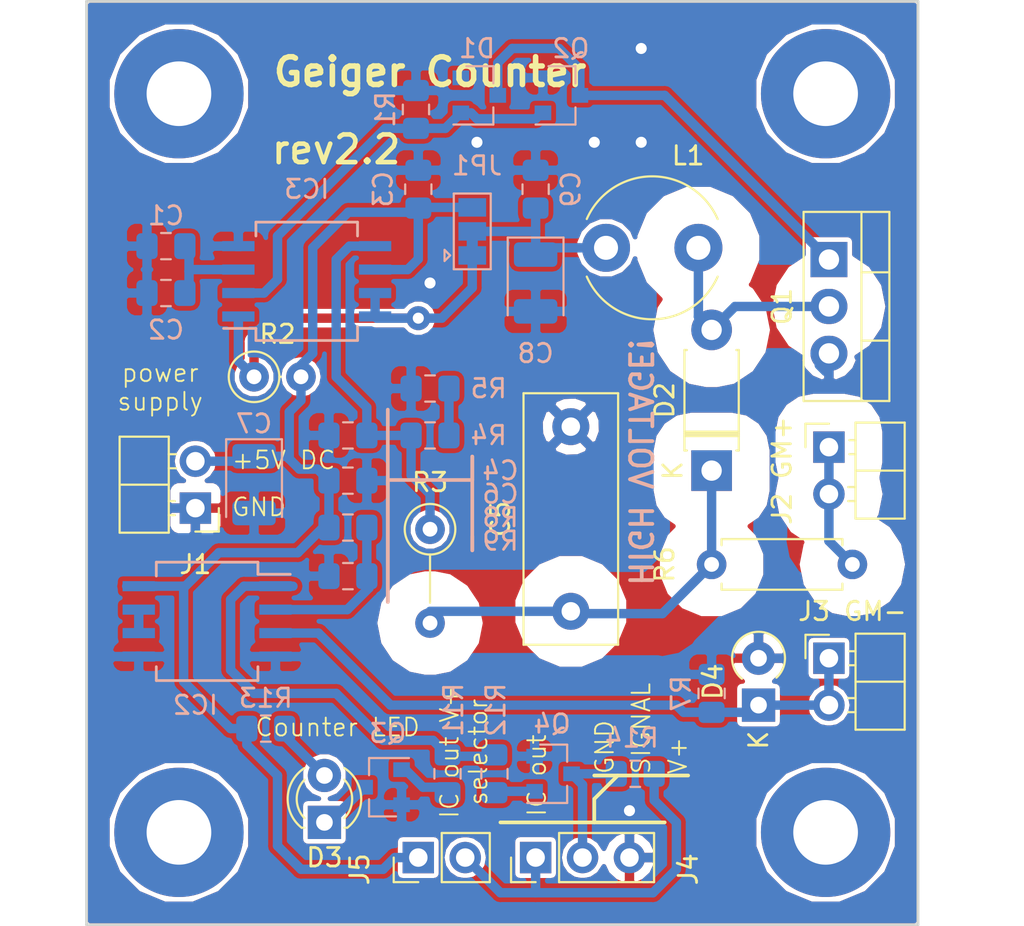
<source format=kicad_pcb>
(kicad_pcb (version 20171130) (host pcbnew "(5.0.0)")

  (general
    (thickness 1.6)
    (drawings 26)
    (tracks 166)
    (zones 0)
    (modules 43)
    (nets 23)
  )

  (page A4)
  (layers
    (0 Top signal)
    (31 Bottom signal hide)
    (32 B.Adhes user hide)
    (33 F.Adhes user hide)
    (34 B.Paste user hide)
    (35 F.Paste user)
    (36 B.SilkS user)
    (37 F.SilkS user)
    (38 B.Mask user hide)
    (39 F.Mask user hide)
    (40 Dwgs.User user hide)
    (41 Cmts.User user hide)
    (42 Eco1.User user hide)
    (43 Eco2.User user hide)
    (44 Edge.Cuts user)
    (45 Margin user hide)
    (46 B.CrtYd user hide)
    (47 F.CrtYd user hide)
    (48 B.Fab user hide)
    (49 F.Fab user hide)
  )

  (setup
    (last_trace_width 0.508)
    (trace_clearance 0.25)
    (zone_clearance 0)
    (zone_45_only no)
    (trace_min 0.2)
    (segment_width 0.2)
    (edge_width 0.15)
    (via_size 1.3)
    (via_drill 0.6)
    (via_min_size 0.4)
    (via_min_drill 0.3)
    (uvia_size 0.3)
    (uvia_drill 0.1)
    (uvias_allowed no)
    (uvia_min_size 0.2)
    (uvia_min_drill 0.1)
    (pcb_text_width 0.3)
    (pcb_text_size 1.5 1.5)
    (mod_edge_width 0.15)
    (mod_text_size 1 1)
    (mod_text_width 0.15)
    (pad_size 1.524 1.524)
    (pad_drill 0.762)
    (pad_to_mask_clearance 0.2)
    (solder_mask_min_width 0.25)
    (aux_axis_origin 0 0)
    (visible_elements 7FFFFFFF)
    (pcbplotparams
      (layerselection 0x010f0_ffffffff)
      (usegerberextensions false)
      (usegerberattributes true)
      (usegerberadvancedattributes false)
      (creategerberjobfile false)
      (excludeedgelayer false)
      (linewidth 0.100000)
      (plotframeref false)
      (viasonmask false)
      (mode 1)
      (useauxorigin false)
      (hpglpennumber 1)
      (hpglpenspeed 20)
      (hpglpendiameter 15.000000)
      (psnegative false)
      (psa4output false)
      (plotreference true)
      (plotvalue true)
      (plotinvisibletext false)
      (padsonsilk false)
      (subtractmaskfromsilk false)
      (outputformat 1)
      (mirror false)
      (drillshape 0)
      (scaleselection 1)
      (outputdirectory "plots/"))
  )

  (net 0 "")
  (net 1 "Net-(Q4-Pad1)")
  (net 2 "Net-(Q3-Pad1)")
  (net 3 "Net-(C3-Pad1)")
  (net 4 "Net-(IC2-Pad1)")
  (net 5 "Net-(C5-Pad1)")
  (net 6 "Net-(C4-Pad1)")
  (net 7 "Net-(R4-Pad1)")
  (net 8 "Net-(D1-Pad1)")
  (net 9 "Net-(IC2-Pad6)")
  (net 10 "Net-(IC2-Pad2)")
  (net 11 "Net-(J2-Pad1)")
  (net 12 "Net-(IC3-Pad1)")
  (net 13 "Net-(C1-Pad1)")
  (net 14 GND)
  (net 15 "Net-(D3-Pad2)")
  (net 16 "Net-(D3-Pad1)")
  (net 17 "Net-(D1-Pad2)")
  (net 18 "Net-(D2-Pad2)")
  (net 19 "Net-(J4-Pad1)")
  (net 20 "Net-(J4-Pad2)")
  (net 21 "Net-(D4-Pad1)")
  (net 22 "Net-(C8-Pad1)")

  (net_class Default "This is the default net class."
    (clearance 0.25)
    (trace_width 0.508)
    (via_dia 1.3)
    (via_drill 0.6)
    (uvia_dia 0.3)
    (uvia_drill 0.1)
    (add_net GND)
    (add_net "Net-(C1-Pad1)")
    (add_net "Net-(C3-Pad1)")
    (add_net "Net-(C4-Pad1)")
    (add_net "Net-(C8-Pad1)")
    (add_net "Net-(D1-Pad1)")
    (add_net "Net-(D1-Pad2)")
    (add_net "Net-(D3-Pad1)")
    (add_net "Net-(D3-Pad2)")
    (add_net "Net-(D4-Pad1)")
    (add_net "Net-(IC2-Pad1)")
    (add_net "Net-(IC2-Pad2)")
    (add_net "Net-(IC2-Pad6)")
    (add_net "Net-(IC3-Pad1)")
    (add_net "Net-(J4-Pad1)")
    (add_net "Net-(J4-Pad2)")
    (add_net "Net-(Q3-Pad1)")
    (add_net "Net-(Q4-Pad1)")
    (add_net "Net-(R4-Pad1)")
  )

  (net_class "high voltage" ""
    (clearance 2)
    (trace_width 0.508)
    (via_dia 1.3)
    (via_drill 0.6)
    (uvia_dia 0.3)
    (uvia_drill 0.1)
    (add_net "Net-(C5-Pad1)")
    (add_net "Net-(D2-Pad2)")
    (add_net "Net-(J2-Pad1)")
  )

  (module GeigerCounter:GeigerCounterPinHeader_1x02_P2.54mm_Horizontal (layer Top) (tedit 5C48D991) (tstamp 5C48586F)
    (at 170.18 115.57)
    (descr "Through hole angled pin header, 1x02, 2.54mm pitch, 6mm pin length, single row")
    (tags "Through hole angled pin header THT 1x02 2.54mm single row")
    (path /5C4A14B5)
    (fp_text reference "J3 GM-" (at 1.27 -2.54) (layer F.SilkS)
      (effects (font (size 1 1) (thickness 0.15)))
    )
    (fp_text value Conn_01x02_Male (at 4.385 4.81) (layer F.Fab)
      (effects (font (size 1 1) (thickness 0.15)))
    )
    (fp_text user %R (at 2.77 1.27 90) (layer F.Fab)
      (effects (font (size 1 1) (thickness 0.15)))
    )
    (fp_line (start 10.55 -1.8) (end -1.8 -1.8) (layer F.CrtYd) (width 0.05))
    (fp_line (start 10.55 4.35) (end 10.55 -1.8) (layer F.CrtYd) (width 0.05))
    (fp_line (start -1.8 4.35) (end 10.55 4.35) (layer F.CrtYd) (width 0.05))
    (fp_line (start -1.8 -1.8) (end -1.8 4.35) (layer F.CrtYd) (width 0.05))
    (fp_line (start -1.27 -1.27) (end 0 -1.27) (layer F.SilkS) (width 0.12))
    (fp_line (start -1.27 0) (end -1.27 -1.27) (layer F.SilkS) (width 0.12))
    (fp_line (start 1.042929 2.92) (end 1.44 2.92) (layer F.SilkS) (width 0.12))
    (fp_line (start 1.042929 2.16) (end 1.44 2.16) (layer F.SilkS) (width 0.12))
    (fp_line (start 1.44 1.27) (end 4.1 1.27) (layer F.SilkS) (width 0.12))
    (fp_line (start 1.11 0.38) (end 1.44 0.38) (layer F.SilkS) (width 0.12))
    (fp_line (start 1.11 -0.38) (end 1.44 -0.38) (layer F.SilkS) (width 0.12))
    (fp_line (start 4.1 -1.33) (end 1.44 -1.33) (layer F.SilkS) (width 0.12))
    (fp_line (start 4.1 3.87) (end 4.1 -1.33) (layer F.SilkS) (width 0.12))
    (fp_line (start 1.44 3.87) (end 4.1 3.87) (layer F.SilkS) (width 0.12))
    (fp_line (start 1.44 -1.33) (end 1.44 3.87) (layer F.SilkS) (width 0.12))
    (fp_line (start -0.32 2.86) (end 1.5 2.86) (layer F.Fab) (width 0.1))
    (fp_line (start -0.32 2.22) (end -0.32 2.86) (layer F.Fab) (width 0.1))
    (fp_line (start -0.32 2.22) (end 1.5 2.22) (layer F.Fab) (width 0.1))
    (fp_line (start -0.32 0.32) (end 1.5 0.32) (layer F.Fab) (width 0.1))
    (fp_line (start -0.32 -0.32) (end -0.32 0.32) (layer F.Fab) (width 0.1))
    (fp_line (start -0.32 -0.32) (end 1.5 -0.32) (layer F.Fab) (width 0.1))
    (fp_line (start 1.5 -0.635) (end 2.135 -1.27) (layer F.Fab) (width 0.1))
    (fp_line (start 1.5 3.81) (end 1.5 -0.635) (layer F.Fab) (width 0.1))
    (fp_line (start 4.04 3.81) (end 1.5 3.81) (layer F.Fab) (width 0.1))
    (fp_line (start 4.04 -1.27) (end 4.04 3.81) (layer F.Fab) (width 0.1))
    (fp_line (start 2.135 -1.27) (end 4.04 -1.27) (layer F.Fab) (width 0.1))
    (pad 2 thru_hole oval (at 0 2.54) (size 1.7 1.7) (drill 1) (layers *.Cu *.Mask)
      (net 21 "Net-(D4-Pad1)"))
    (pad 1 thru_hole rect (at 0 0) (size 1.7 1.7) (drill 1) (layers *.Cu *.Mask)
      (net 21 "Net-(D4-Pad1)"))
    (model ${KISYS3DMOD}/Connector_PinHeader_2.54mm.3dshapes/PinHeader_1x02_P2.54mm_Horizontal.wrl
      (at (xyz 0 0 0))
      (scale (xyz 1 1 1))
      (rotate (xyz 0 0 0))
    )
  )

  (module GeigerCounter:GeigerCounterPinHeader_1x02_P2.54mm_Horizontal (layer Top) (tedit 5C48D979) (tstamp 5C485600)
    (at 170.18 104.14)
    (descr "Through hole angled pin header, 1x02, 2.54mm pitch, 6mm pin length, single row")
    (tags "Through hole angled pin header THT 1x02 2.54mm single row")
    (path /5C4A0B35)
    (fp_text reference "J2 GM+" (at -2.54 1.27 90) (layer F.SilkS)
      (effects (font (size 1 1) (thickness 0.15)))
    )
    (fp_text value Conn_01x02_Male (at 4.385 4.81) (layer F.Fab)
      (effects (font (size 1 1) (thickness 0.15)))
    )
    (fp_text user %R (at 2.77 1.27 90) (layer F.Fab)
      (effects (font (size 1 1) (thickness 0.15)))
    )
    (fp_line (start 10.55 -1.8) (end -1.8 -1.8) (layer F.CrtYd) (width 0.05))
    (fp_line (start 10.55 4.35) (end 10.55 -1.8) (layer F.CrtYd) (width 0.05))
    (fp_line (start -1.8 4.35) (end 10.55 4.35) (layer F.CrtYd) (width 0.05))
    (fp_line (start -1.8 -1.8) (end -1.8 4.35) (layer F.CrtYd) (width 0.05))
    (fp_line (start -1.27 -1.27) (end 0 -1.27) (layer F.SilkS) (width 0.12))
    (fp_line (start -1.27 0) (end -1.27 -1.27) (layer F.SilkS) (width 0.12))
    (fp_line (start 1.042929 2.92) (end 1.44 2.92) (layer F.SilkS) (width 0.12))
    (fp_line (start 1.042929 2.16) (end 1.44 2.16) (layer F.SilkS) (width 0.12))
    (fp_line (start 1.44 1.27) (end 4.1 1.27) (layer F.SilkS) (width 0.12))
    (fp_line (start 1.11 0.38) (end 1.44 0.38) (layer F.SilkS) (width 0.12))
    (fp_line (start 1.11 -0.38) (end 1.44 -0.38) (layer F.SilkS) (width 0.12))
    (fp_line (start 4.1 -1.33) (end 1.44 -1.33) (layer F.SilkS) (width 0.12))
    (fp_line (start 4.1 3.87) (end 4.1 -1.33) (layer F.SilkS) (width 0.12))
    (fp_line (start 1.44 3.87) (end 4.1 3.87) (layer F.SilkS) (width 0.12))
    (fp_line (start 1.44 -1.33) (end 1.44 3.87) (layer F.SilkS) (width 0.12))
    (fp_line (start -0.32 2.86) (end 1.5 2.86) (layer F.Fab) (width 0.1))
    (fp_line (start -0.32 2.22) (end -0.32 2.86) (layer F.Fab) (width 0.1))
    (fp_line (start -0.32 2.22) (end 1.5 2.22) (layer F.Fab) (width 0.1))
    (fp_line (start -0.32 0.32) (end 1.5 0.32) (layer F.Fab) (width 0.1))
    (fp_line (start -0.32 -0.32) (end -0.32 0.32) (layer F.Fab) (width 0.1))
    (fp_line (start -0.32 -0.32) (end 1.5 -0.32) (layer F.Fab) (width 0.1))
    (fp_line (start 1.5 -0.635) (end 2.135 -1.27) (layer F.Fab) (width 0.1))
    (fp_line (start 1.5 3.81) (end 1.5 -0.635) (layer F.Fab) (width 0.1))
    (fp_line (start 4.04 3.81) (end 1.5 3.81) (layer F.Fab) (width 0.1))
    (fp_line (start 4.04 -1.27) (end 4.04 3.81) (layer F.Fab) (width 0.1))
    (fp_line (start 2.135 -1.27) (end 4.04 -1.27) (layer F.Fab) (width 0.1))
    (pad 2 thru_hole oval (at 0 2.54) (size 1.7 1.7) (drill 1) (layers *.Cu *.Mask)
      (net 11 "Net-(J2-Pad1)"))
    (pad 1 thru_hole rect (at 0 0) (size 1.7 1.7) (drill 1) (layers *.Cu *.Mask)
      (net 11 "Net-(J2-Pad1)"))
    (model ${KISYS3DMOD}/Connector_PinHeader_2.54mm.3dshapes/PinHeader_1x02_P2.54mm_Horizontal.wrl
      (at (xyz 0 0 0))
      (scale (xyz 1 1 1))
      (rotate (xyz 0 0 0))
    )
  )

  (module GeigerCounter:GeigerCounterPinHeader_1x02_P2.54mm_Horizontal (layer Top) (tedit 5C48C856) (tstamp 5C487A8C)
    (at 135.89 107.442 180)
    (descr "Through hole angled pin header, 1x02, 2.54mm pitch, 6mm pin length, single row")
    (tags "Through hole angled pin header THT 1x02 2.54mm single row")
    (path /5C49413D)
    (fp_text reference J1 (at 0 -3.048 180) (layer F.SilkS)
      (effects (font (size 1 1) (thickness 0.15)))
    )
    (fp_text value Conn_01x02_Male (at 4.385 4.81 180) (layer F.Fab)
      (effects (font (size 1 1) (thickness 0.15)))
    )
    (fp_text user %R (at 2.77 1.27 270) (layer F.Fab)
      (effects (font (size 1 1) (thickness 0.15)))
    )
    (fp_line (start 10.55 -1.8) (end -1.8 -1.8) (layer F.CrtYd) (width 0.05))
    (fp_line (start 10.55 4.35) (end 10.55 -1.8) (layer F.CrtYd) (width 0.05))
    (fp_line (start -1.8 4.35) (end 10.55 4.35) (layer F.CrtYd) (width 0.05))
    (fp_line (start -1.8 -1.8) (end -1.8 4.35) (layer F.CrtYd) (width 0.05))
    (fp_line (start -1.27 -1.27) (end 0 -1.27) (layer F.SilkS) (width 0.12))
    (fp_line (start -1.27 0) (end -1.27 -1.27) (layer F.SilkS) (width 0.12))
    (fp_line (start 1.042929 2.92) (end 1.44 2.92) (layer F.SilkS) (width 0.12))
    (fp_line (start 1.042929 2.16) (end 1.44 2.16) (layer F.SilkS) (width 0.12))
    (fp_line (start 1.44 1.27) (end 4.1 1.27) (layer F.SilkS) (width 0.12))
    (fp_line (start 1.11 0.38) (end 1.44 0.38) (layer F.SilkS) (width 0.12))
    (fp_line (start 1.11 -0.38) (end 1.44 -0.38) (layer F.SilkS) (width 0.12))
    (fp_line (start 4.1 -1.33) (end 1.44 -1.33) (layer F.SilkS) (width 0.12))
    (fp_line (start 4.1 3.87) (end 4.1 -1.33) (layer F.SilkS) (width 0.12))
    (fp_line (start 1.44 3.87) (end 4.1 3.87) (layer F.SilkS) (width 0.12))
    (fp_line (start 1.44 -1.33) (end 1.44 3.87) (layer F.SilkS) (width 0.12))
    (fp_line (start -0.32 2.86) (end 1.5 2.86) (layer F.Fab) (width 0.1))
    (fp_line (start -0.32 2.22) (end -0.32 2.86) (layer F.Fab) (width 0.1))
    (fp_line (start -0.32 2.22) (end 1.5 2.22) (layer F.Fab) (width 0.1))
    (fp_line (start -0.32 0.32) (end 1.5 0.32) (layer F.Fab) (width 0.1))
    (fp_line (start -0.32 -0.32) (end -0.32 0.32) (layer F.Fab) (width 0.1))
    (fp_line (start -0.32 -0.32) (end 1.5 -0.32) (layer F.Fab) (width 0.1))
    (fp_line (start 1.5 -0.635) (end 2.135 -1.27) (layer F.Fab) (width 0.1))
    (fp_line (start 1.5 3.81) (end 1.5 -0.635) (layer F.Fab) (width 0.1))
    (fp_line (start 4.04 3.81) (end 1.5 3.81) (layer F.Fab) (width 0.1))
    (fp_line (start 4.04 -1.27) (end 4.04 3.81) (layer F.Fab) (width 0.1))
    (fp_line (start 2.135 -1.27) (end 4.04 -1.27) (layer F.Fab) (width 0.1))
    (pad 2 thru_hole oval (at 0 2.54 180) (size 1.7 1.7) (drill 1) (layers *.Cu *.Mask)
      (net 3 "Net-(C3-Pad1)"))
    (pad 1 thru_hole rect (at 0 0 180) (size 1.7 1.7) (drill 1) (layers *.Cu *.Mask)
      (net 14 GND))
    (model ${KISYS3DMOD}/Connector_PinHeader_2.54mm.3dshapes/PinHeader_1x02_P2.54mm_Horizontal.wrl
      (at (xyz 0 0 0))
      (scale (xyz 1 1 1))
      (rotate (xyz 0 0 0))
    )
  )

  (module Mounting_Holes:MountingHole_3.5mm_Pad locked (layer Top) (tedit 5BA247A8) (tstamp 5C4A3E71)
    (at 135 85)
    (descr "Mounting Hole 3.5mm")
    (tags "mounting hole 3.5mm")
    (attr virtual)
    (fp_text reference REF** (at 0 -4.5) (layer F.SilkS) hide
      (effects (font (size 1 1) (thickness 0.15)))
    )
    (fp_text value MountingHole_3.5mm_Pad (at 0 4.5) (layer F.Fab)
      (effects (font (size 1 1) (thickness 0.15)))
    )
    (fp_text user %R (at 0.3 0) (layer F.Fab)
      (effects (font (size 1 1) (thickness 0.15)))
    )
    (fp_circle (center 0 0) (end 3.5 0) (layer Cmts.User) (width 0.15))
    (fp_circle (center 0 0) (end 3.75 0) (layer F.CrtYd) (width 0.05))
    (pad 1 thru_hole circle (at 0 0) (size 7 7) (drill 3.5) (layers *.Cu *.Mask))
  )

  (module Mounting_Holes:MountingHole_3.5mm_Pad locked (layer Top) (tedit 5BA247A8) (tstamp 5C4A3E71)
    (at 135 125)
    (descr "Mounting Hole 3.5mm")
    (tags "mounting hole 3.5mm")
    (attr virtual)
    (fp_text reference REF** (at 0 -4.5) (layer F.SilkS) hide
      (effects (font (size 1 1) (thickness 0.15)))
    )
    (fp_text value MountingHole_3.5mm_Pad (at 0 4.5) (layer F.Fab)
      (effects (font (size 1 1) (thickness 0.15)))
    )
    (fp_text user %R (at 0.3 0) (layer F.Fab)
      (effects (font (size 1 1) (thickness 0.15)))
    )
    (fp_circle (center 0 0) (end 3.5 0) (layer Cmts.User) (width 0.15))
    (fp_circle (center 0 0) (end 3.75 0) (layer F.CrtYd) (width 0.05))
    (pad 1 thru_hole circle (at 0 0) (size 7 7) (drill 3.5) (layers *.Cu *.Mask))
  )

  (module Mounting_Holes:MountingHole_3.5mm_Pad locked (layer Top) (tedit 5BA247A8) (tstamp 5C48B0DD)
    (at 170 85)
    (descr "Mounting Hole 3.5mm")
    (tags "mounting hole 3.5mm")
    (attr virtual)
    (fp_text reference REF** (at 0 -4.5) (layer F.SilkS) hide
      (effects (font (size 1 1) (thickness 0.15)))
    )
    (fp_text value MountingHole_3.5mm_Pad (at 0 4.5) (layer F.Fab)
      (effects (font (size 1 1) (thickness 0.15)))
    )
    (fp_text user %R (at 0.3 0) (layer F.Fab)
      (effects (font (size 1 1) (thickness 0.15)))
    )
    (fp_circle (center 0 0) (end 3.5 0) (layer Cmts.User) (width 0.15))
    (fp_circle (center 0 0) (end 3.75 0) (layer F.CrtYd) (width 0.05))
    (pad 1 thru_hole circle (at 0 0) (size 7 7) (drill 3.5) (layers *.Cu *.Mask))
  )

  (module Housings_SOIC:SO-8_5.3x6.2mm_Pitch1.27mm (layer Bottom) (tedit 59920130) (tstamp 5BA25995)
    (at 141.9161 95.1586)
    (descr "8-Lead Plastic Small Outline, 5.3x6.2mm Body (http://www.ti.com.cn/cn/lit/ds/symlink/tl7705a.pdf)")
    (tags "SOIC 1.27")
    (path /B686635D)
    (attr smd)
    (fp_text reference IC3 (at 0 -4.9886) (layer B.SilkS)
      (effects (font (size 1 1) (thickness 0.15)) (justify mirror))
    )
    (fp_text value MC34063AD (at 0 -4.13) (layer B.Fab)
      (effects (font (size 1 1) (thickness 0.15)) (justify mirror))
    )
    (fp_text user %R (at 0 0) (layer B.Fab)
      (effects (font (size 1 1) (thickness 0.15)) (justify mirror))
    )
    (fp_line (start -1.65 3.1) (end 2.65 3.1) (layer B.Fab) (width 0.15))
    (fp_line (start 2.65 3.1) (end 2.65 -3.1) (layer B.Fab) (width 0.15))
    (fp_line (start 2.65 -3.1) (end -2.65 -3.1) (layer B.Fab) (width 0.15))
    (fp_line (start -2.65 -3.1) (end -2.65 2.1) (layer B.Fab) (width 0.15))
    (fp_line (start -2.65 2.1) (end -1.65 3.1) (layer B.Fab) (width 0.15))
    (fp_line (start -4.83 3.35) (end -4.83 -3.35) (layer B.CrtYd) (width 0.05))
    (fp_line (start 4.83 3.35) (end 4.83 -3.35) (layer B.CrtYd) (width 0.05))
    (fp_line (start -4.83 3.35) (end 4.83 3.35) (layer B.CrtYd) (width 0.05))
    (fp_line (start -4.83 -3.35) (end 4.83 -3.35) (layer B.CrtYd) (width 0.05))
    (fp_line (start -2.75 3.205) (end -2.75 2.55) (layer B.SilkS) (width 0.15))
    (fp_line (start 2.75 3.205) (end 2.75 2.455) (layer B.SilkS) (width 0.15))
    (fp_line (start 2.75 -3.205) (end 2.75 -2.455) (layer B.SilkS) (width 0.15))
    (fp_line (start -2.75 -3.205) (end -2.75 -2.455) (layer B.SilkS) (width 0.15))
    (fp_line (start -2.75 3.205) (end 2.75 3.205) (layer B.SilkS) (width 0.15))
    (fp_line (start -2.75 -3.205) (end 2.75 -3.205) (layer B.SilkS) (width 0.15))
    (fp_line (start -2.75 2.55) (end -4.5 2.55) (layer B.SilkS) (width 0.15))
    (pad 1 smd rect (at -3.7 1.905) (size 1.75 0.55) (layers Bottom B.Paste B.Mask)
      (net 12 "Net-(IC3-Pad1)"))
    (pad 2 smd rect (at -3.7 0.635) (size 1.75 0.55) (layers Bottom B.Paste B.Mask)
      (net 17 "Net-(D1-Pad2)"))
    (pad 3 smd rect (at -3.7 -0.635) (size 1.75 0.55) (layers Bottom B.Paste B.Mask)
      (net 13 "Net-(C1-Pad1)"))
    (pad 4 smd rect (at -3.7 -1.905) (size 1.75 0.55) (layers Bottom B.Paste B.Mask)
      (net 14 GND))
    (pad 5 smd rect (at 3.7 -1.905) (size 1.75 0.55) (layers Bottom B.Paste B.Mask)
      (net 6 "Net-(C4-Pad1)"))
    (pad 6 smd rect (at 3.7 -0.635) (size 1.75 0.55) (layers Bottom B.Paste B.Mask)
      (net 3 "Net-(C3-Pad1)"))
    (pad 7 smd rect (at 3.7 0.635) (size 1.75 0.55) (layers Bottom B.Paste B.Mask)
      (net 12 "Net-(IC3-Pad1)"))
    (pad 8 smd rect (at 3.7 1.905) (size 1.75 0.55) (layers Bottom B.Paste B.Mask)
      (net 12 "Net-(IC3-Pad1)"))
    (model ${KISYS3DMOD}/Housings_SOIC.3dshapes/SO-8_5.3x6.2mm_Pitch1.27mm.wrl
      (at (xyz 0 0 0))
      (scale (xyz 1 1 1))
      (rotate (xyz 0 0 0))
    )
  )

  (module Mounting_Holes:MountingHole_3.5mm_Pad locked (layer Top) (tedit 5BA247A8) (tstamp 5BA272D2)
    (at 170 125)
    (descr "Mounting Hole 3.5mm")
    (tags "mounting hole 3.5mm")
    (attr virtual)
    (fp_text reference REF** (at 0 -4.5) (layer F.SilkS) hide
      (effects (font (size 1 1) (thickness 0.15)))
    )
    (fp_text value MountingHole_3.5mm_Pad (at 0 4.5) (layer F.Fab)
      (effects (font (size 1 1) (thickness 0.15)))
    )
    (fp_circle (center 0 0) (end 3.75 0) (layer F.CrtYd) (width 0.05))
    (fp_circle (center 0 0) (end 3.5 0) (layer Cmts.User) (width 0.15))
    (fp_text user %R (at 0.3 0) (layer F.Fab)
      (effects (font (size 1 1) (thickness 0.15)))
    )
    (pad 1 thru_hole circle (at 0 0) (size 7 7) (drill 3.5) (layers *.Cu *.Mask))
  )

  (module Diodes_SMD:D_SOT-23_ANK (layer Bottom) (tedit 587CCEF9) (tstamp 5C49F74E)
    (at 151.257 85.09)
    (descr "SOT-23, Single Diode")
    (tags SOT-23)
    (path /5BAB1342)
    (attr smd)
    (fp_text reference D1 (at -0.127 -2.54) (layer B.SilkS)
      (effects (font (size 1 1) (thickness 0.15)) (justify mirror))
    )
    (fp_text value D_Schottky (at 0 -2.5) (layer B.Fab)
      (effects (font (size 1 1) (thickness 0.15)) (justify mirror))
    )
    (fp_line (start 0.76 -1.58) (end -0.7 -1.58) (layer B.SilkS) (width 0.12))
    (fp_line (start -0.7 1.52) (end -0.7 -1.52) (layer B.Fab) (width 0.1))
    (fp_line (start -0.7 1.52) (end 0.7 1.52) (layer B.Fab) (width 0.1))
    (fp_line (start 0.76 1.58) (end -1.4 1.58) (layer B.SilkS) (width 0.12))
    (fp_line (start -1.7 -1.75) (end -1.7 1.75) (layer B.CrtYd) (width 0.05))
    (fp_line (start 1.7 -1.75) (end -1.7 -1.75) (layer B.CrtYd) (width 0.05))
    (fp_line (start 1.7 1.75) (end 1.7 -1.75) (layer B.CrtYd) (width 0.05))
    (fp_line (start -1.7 1.75) (end 1.7 1.75) (layer B.CrtYd) (width 0.05))
    (fp_line (start -0.7 -1.52) (end 0.7 -1.52) (layer B.Fab) (width 0.1))
    (fp_line (start 0.7 1.52) (end 0.7 -1.52) (layer B.Fab) (width 0.1))
    (fp_line (start 0.76 1.58) (end 0.76 0.65) (layer B.SilkS) (width 0.12))
    (fp_line (start 0.76 -1.58) (end 0.76 -0.65) (layer B.SilkS) (width 0.12))
    (fp_line (start 0.15 0.65) (end 0.15 0.25) (layer B.Fab) (width 0.1))
    (fp_line (start 0.15 0.45) (end 0.4 0.45) (layer B.Fab) (width 0.1))
    (fp_line (start 0.15 0.45) (end -0.15 0.65) (layer B.Fab) (width 0.1))
    (fp_line (start -0.15 0.65) (end -0.15 0.25) (layer B.Fab) (width 0.1))
    (fp_line (start -0.15 0.25) (end 0.15 0.45) (layer B.Fab) (width 0.1))
    (fp_line (start -0.15 0.45) (end -0.4 0.45) (layer B.Fab) (width 0.1))
    (fp_text user %R (at 0 2.5) (layer B.Fab)
      (effects (font (size 1 1) (thickness 0.15)) (justify mirror))
    )
    (pad 1 smd rect (at 1 0) (size 0.9 0.8) (layers Bottom B.Paste B.Mask)
      (net 8 "Net-(D1-Pad1)"))
    (pad "" smd rect (at -1 -0.95) (size 0.9 0.8) (layers Bottom B.Paste B.Mask))
    (pad 2 smd rect (at -1 0.95) (size 0.9 0.8) (layers Bottom B.Paste B.Mask)
      (net 17 "Net-(D1-Pad2)"))
    (model ${KISYS3DMOD}/Diodes_SMD.3dshapes/D_SOT-23.wrl
      (at (xyz 0 0 0))
      (scale (xyz 1 1 1))
      (rotate (xyz 0 0 0))
    )
  )

  (module TO_SOT_Packages_SMD:SOT-23 (layer Bottom) (tedit 58CE4E7E) (tstamp 5BA26158)
    (at 146.05 122.555 180)
    (descr "SOT-23, Standard")
    (tags SOT-23)
    (path /9A1C1EBA)
    (attr smd)
    (fp_text reference Q3 (at -0.254 2.921 180) (layer B.SilkS)
      (effects (font (size 1 1) (thickness 0.15)) (justify mirror))
    )
    (fp_text value BC848SMD (at 0 -2.5 180) (layer B.Fab)
      (effects (font (size 1 1) (thickness 0.15)) (justify mirror))
    )
    (fp_line (start 0.76 -1.58) (end -0.7 -1.58) (layer B.SilkS) (width 0.12))
    (fp_line (start 0.76 1.58) (end -1.4 1.58) (layer B.SilkS) (width 0.12))
    (fp_line (start -1.7 -1.75) (end -1.7 1.75) (layer B.CrtYd) (width 0.05))
    (fp_line (start 1.7 -1.75) (end -1.7 -1.75) (layer B.CrtYd) (width 0.05))
    (fp_line (start 1.7 1.75) (end 1.7 -1.75) (layer B.CrtYd) (width 0.05))
    (fp_line (start -1.7 1.75) (end 1.7 1.75) (layer B.CrtYd) (width 0.05))
    (fp_line (start 0.76 1.58) (end 0.76 0.65) (layer B.SilkS) (width 0.12))
    (fp_line (start 0.76 -1.58) (end 0.76 -0.65) (layer B.SilkS) (width 0.12))
    (fp_line (start -0.7 -1.52) (end 0.7 -1.52) (layer B.Fab) (width 0.1))
    (fp_line (start 0.7 1.52) (end 0.7 -1.52) (layer B.Fab) (width 0.1))
    (fp_line (start -0.7 0.95) (end -0.15 1.52) (layer B.Fab) (width 0.1))
    (fp_line (start -0.15 1.52) (end 0.7 1.52) (layer B.Fab) (width 0.1))
    (fp_line (start -0.7 0.95) (end -0.7 -1.5) (layer B.Fab) (width 0.1))
    (fp_text user %R (at 0 0 90) (layer B.Fab)
      (effects (font (size 0.5 0.5) (thickness 0.075)) (justify mirror))
    )
    (pad 3 smd rect (at 1 0 180) (size 0.9 0.8) (layers Bottom B.Paste B.Mask)
      (net 16 "Net-(D3-Pad1)"))
    (pad 2 smd rect (at -1 -0.95 180) (size 0.9 0.8) (layers Bottom B.Paste B.Mask)
      (net 14 GND))
    (pad 1 smd rect (at -1 0.95 180) (size 0.9 0.8) (layers Bottom B.Paste B.Mask)
      (net 2 "Net-(Q3-Pad1)"))
    (model ${KISYS3DMOD}/TO_SOT_Packages_SMD.3dshapes/SOT-23.wrl
      (at (xyz 0 0 0))
      (scale (xyz 1 1 1))
      (rotate (xyz 0 0 0))
    )
  )

  (module TO_SOT_Packages_SMD:SOT-23 (layer Bottom) (tedit 58CE4E7E) (tstamp 5BA25FD2)
    (at 155.2511 121.8286)
    (descr "SOT-23, Standard")
    (tags SOT-23)
    (path /22452E8B)
    (attr smd)
    (fp_text reference Q4 (at -0.0571 -2.7026) (layer B.SilkS)
      (effects (font (size 1 1) (thickness 0.15)) (justify mirror))
    )
    (fp_text value BC848SMD (at 0 -2.5) (layer B.Fab)
      (effects (font (size 1 1) (thickness 0.15)) (justify mirror))
    )
    (fp_line (start 0.76 -1.58) (end -0.7 -1.58) (layer B.SilkS) (width 0.12))
    (fp_line (start 0.76 1.58) (end -1.4 1.58) (layer B.SilkS) (width 0.12))
    (fp_line (start -1.7 -1.75) (end -1.7 1.75) (layer B.CrtYd) (width 0.05))
    (fp_line (start 1.7 -1.75) (end -1.7 -1.75) (layer B.CrtYd) (width 0.05))
    (fp_line (start 1.7 1.75) (end 1.7 -1.75) (layer B.CrtYd) (width 0.05))
    (fp_line (start -1.7 1.75) (end 1.7 1.75) (layer B.CrtYd) (width 0.05))
    (fp_line (start 0.76 1.58) (end 0.76 0.65) (layer B.SilkS) (width 0.12))
    (fp_line (start 0.76 -1.58) (end 0.76 -0.65) (layer B.SilkS) (width 0.12))
    (fp_line (start -0.7 -1.52) (end 0.7 -1.52) (layer B.Fab) (width 0.1))
    (fp_line (start 0.7 1.52) (end 0.7 -1.52) (layer B.Fab) (width 0.1))
    (fp_line (start -0.7 0.95) (end -0.15 1.52) (layer B.Fab) (width 0.1))
    (fp_line (start -0.15 1.52) (end 0.7 1.52) (layer B.Fab) (width 0.1))
    (fp_line (start -0.7 0.95) (end -0.7 -1.5) (layer B.Fab) (width 0.1))
    (fp_text user %R (at 0 0 -90) (layer B.Fab)
      (effects (font (size 0.5 0.5) (thickness 0.075)) (justify mirror))
    )
    (pad 3 smd rect (at 1 0) (size 0.9 0.8) (layers Bottom B.Paste B.Mask)
      (net 20 "Net-(J4-Pad2)"))
    (pad 2 smd rect (at -1 -0.95) (size 0.9 0.8) (layers Bottom B.Paste B.Mask)
      (net 14 GND))
    (pad 1 smd rect (at -1 0.95) (size 0.9 0.8) (layers Bottom B.Paste B.Mask)
      (net 1 "Net-(Q4-Pad1)"))
    (model ${KISYS3DMOD}/TO_SOT_Packages_SMD.3dshapes/SOT-23.wrl
      (at (xyz 0 0 0))
      (scale (xyz 1 1 1))
      (rotate (xyz 0 0 0))
    )
  )

  (module TO_SOT_Packages_SMD:SOT-23 (layer Bottom) (tedit 58CE4E7E) (tstamp 5C49F794)
    (at 155.702 85.09)
    (descr "SOT-23, Standard")
    (tags SOT-23)
    (path /5BB1EC0F)
    (attr smd)
    (fp_text reference Q2 (at 0.508 -2.54) (layer B.SilkS)
      (effects (font (size 1 1) (thickness 0.15)) (justify mirror))
    )
    (fp_text value Q_PNP_BEC (at 0 -2.5) (layer B.Fab)
      (effects (font (size 1 1) (thickness 0.15)) (justify mirror))
    )
    (fp_line (start 0.76 -1.58) (end -0.7 -1.58) (layer B.SilkS) (width 0.12))
    (fp_line (start 0.76 1.58) (end -1.4 1.58) (layer B.SilkS) (width 0.12))
    (fp_line (start -1.7 -1.75) (end -1.7 1.75) (layer B.CrtYd) (width 0.05))
    (fp_line (start 1.7 -1.75) (end -1.7 -1.75) (layer B.CrtYd) (width 0.05))
    (fp_line (start 1.7 1.75) (end 1.7 -1.75) (layer B.CrtYd) (width 0.05))
    (fp_line (start -1.7 1.75) (end 1.7 1.75) (layer B.CrtYd) (width 0.05))
    (fp_line (start 0.76 1.58) (end 0.76 0.65) (layer B.SilkS) (width 0.12))
    (fp_line (start 0.76 -1.58) (end 0.76 -0.65) (layer B.SilkS) (width 0.12))
    (fp_line (start -0.7 -1.52) (end 0.7 -1.52) (layer B.Fab) (width 0.1))
    (fp_line (start 0.7 1.52) (end 0.7 -1.52) (layer B.Fab) (width 0.1))
    (fp_line (start -0.7 0.95) (end -0.15 1.52) (layer B.Fab) (width 0.1))
    (fp_line (start -0.15 1.52) (end 0.7 1.52) (layer B.Fab) (width 0.1))
    (fp_line (start -0.7 0.95) (end -0.7 -1.5) (layer B.Fab) (width 0.1))
    (fp_text user %R (at 0 0 -90) (layer B.Fab)
      (effects (font (size 0.5 0.5) (thickness 0.075)) (justify mirror))
    )
    (pad 3 smd rect (at 1 0) (size 0.9 0.8) (layers Bottom B.Paste B.Mask)
      (net 8 "Net-(D1-Pad1)"))
    (pad 2 smd rect (at -1 -0.95) (size 0.9 0.8) (layers Bottom B.Paste B.Mask)
      (net 14 GND))
    (pad 1 smd rect (at -1 0.95) (size 0.9 0.8) (layers Bottom B.Paste B.Mask)
      (net 17 "Net-(D1-Pad2)"))
    (model ${KISYS3DMOD}/TO_SOT_Packages_SMD.3dshapes/SOT-23.wrl
      (at (xyz 0 0 0))
      (scale (xyz 1 1 1))
      (rotate (xyz 0 0 0))
    )
  )

  (module Housings_SOIC:SO-8_5.3x6.2mm_Pitch1.27mm (layer Bottom) (tedit 59920130) (tstamp 5BA2610C)
    (at 136.525 113.5736 180)
    (descr "8-Lead Plastic Small Outline, 5.3x6.2mm Body (http://www.ti.com.cn/cn/lit/ds/symlink/tl7705a.pdf)")
    (tags "SOIC 1.27")
    (path /9DB42DDE)
    (attr smd)
    (fp_text reference IC2 (at 0.635 -4.5364 180) (layer B.SilkS)
      (effects (font (size 1 1) (thickness 0.15)) (justify mirror))
    )
    (fp_text value LM358D (at 0 -4.13 180) (layer B.Fab)
      (effects (font (size 1 1) (thickness 0.15)) (justify mirror))
    )
    (fp_line (start -2.75 2.55) (end -4.5 2.55) (layer B.SilkS) (width 0.15))
    (fp_line (start -2.75 -3.205) (end 2.75 -3.205) (layer B.SilkS) (width 0.15))
    (fp_line (start -2.75 3.205) (end 2.75 3.205) (layer B.SilkS) (width 0.15))
    (fp_line (start -2.75 -3.205) (end -2.75 -2.455) (layer B.SilkS) (width 0.15))
    (fp_line (start 2.75 -3.205) (end 2.75 -2.455) (layer B.SilkS) (width 0.15))
    (fp_line (start 2.75 3.205) (end 2.75 2.455) (layer B.SilkS) (width 0.15))
    (fp_line (start -2.75 3.205) (end -2.75 2.55) (layer B.SilkS) (width 0.15))
    (fp_line (start -4.83 -3.35) (end 4.83 -3.35) (layer B.CrtYd) (width 0.05))
    (fp_line (start -4.83 3.35) (end 4.83 3.35) (layer B.CrtYd) (width 0.05))
    (fp_line (start 4.83 3.35) (end 4.83 -3.35) (layer B.CrtYd) (width 0.05))
    (fp_line (start -4.83 3.35) (end -4.83 -3.35) (layer B.CrtYd) (width 0.05))
    (fp_line (start -2.65 2.1) (end -1.65 3.1) (layer B.Fab) (width 0.15))
    (fp_line (start -2.65 -3.1) (end -2.65 2.1) (layer B.Fab) (width 0.15))
    (fp_line (start 2.65 -3.1) (end -2.65 -3.1) (layer B.Fab) (width 0.15))
    (fp_line (start 2.65 3.1) (end 2.65 -3.1) (layer B.Fab) (width 0.15))
    (fp_line (start -1.65 3.1) (end 2.65 3.1) (layer B.Fab) (width 0.15))
    (fp_text user %R (at 0 0 180) (layer B.Fab)
      (effects (font (size 1 1) (thickness 0.15)) (justify mirror))
    )
    (pad 8 smd rect (at 3.7 1.905 180) (size 1.75 0.55) (layers Bottom B.Paste B.Mask)
      (net 3 "Net-(C3-Pad1)"))
    (pad 7 smd rect (at 3.7 0.635 180) (size 1.75 0.55) (layers Bottom B.Paste B.Mask)
      (net 9 "Net-(IC2-Pad6)"))
    (pad 6 smd rect (at 3.7 -0.635 180) (size 1.75 0.55) (layers Bottom B.Paste B.Mask)
      (net 9 "Net-(IC2-Pad6)"))
    (pad 5 smd rect (at 3.7 -1.905 180) (size 1.75 0.55) (layers Bottom B.Paste B.Mask)
      (net 14 GND))
    (pad 4 smd rect (at -3.7 -1.905 180) (size 1.75 0.55) (layers Bottom B.Paste B.Mask)
      (net 14 GND))
    (pad 3 smd rect (at -3.7 -0.635 180) (size 1.75 0.55) (layers Bottom B.Paste B.Mask)
      (net 21 "Net-(D4-Pad1)"))
    (pad 2 smd rect (at -3.7 0.635 180) (size 1.75 0.55) (layers Bottom B.Paste B.Mask)
      (net 10 "Net-(IC2-Pad2)"))
    (pad 1 smd rect (at -3.7 1.905 180) (size 1.75 0.55) (layers Bottom B.Paste B.Mask)
      (net 4 "Net-(IC2-Pad1)"))
    (model ${KISYS3DMOD}/Housings_SOIC.3dshapes/SO-8_5.3x6.2mm_Pitch1.27mm.wrl
      (at (xyz 0 0 0))
      (scale (xyz 1 1 1))
      (rotate (xyz 0 0 0))
    )
  )

  (module Capacitor_SMD:C_0805_2012Metric_Pad1.15x1.40mm_HandSolder (layer Bottom) (tedit 5B36C52B) (tstamp 5C48E645)
    (at 134.2961 93.2536 180)
    (descr "Capacitor SMD 0805 (2012 Metric), square (rectangular) end terminal, IPC_7351 nominal with elongated pad for handsoldering. (Body size source: https://docs.google.com/spreadsheets/d/1BsfQQcO9C6DZCsRaXUlFlo91Tg2WpOkGARC1WS5S8t0/edit?usp=sharing), generated with kicad-footprint-generator")
    (tags "capacitor handsolder")
    (path /C7B2BDD9)
    (attr smd)
    (fp_text reference C1 (at 0 1.65 180) (layer B.SilkS)
      (effects (font (size 1 1) (thickness 0.15)) (justify mirror))
    )
    (fp_text value 32n (at 0 -1.65 180) (layer B.Fab)
      (effects (font (size 1 1) (thickness 0.15)) (justify mirror))
    )
    (fp_line (start -1 -0.6) (end -1 0.6) (layer B.Fab) (width 0.1))
    (fp_line (start -1 0.6) (end 1 0.6) (layer B.Fab) (width 0.1))
    (fp_line (start 1 0.6) (end 1 -0.6) (layer B.Fab) (width 0.1))
    (fp_line (start 1 -0.6) (end -1 -0.6) (layer B.Fab) (width 0.1))
    (fp_line (start -0.261252 0.71) (end 0.261252 0.71) (layer B.SilkS) (width 0.12))
    (fp_line (start -0.261252 -0.71) (end 0.261252 -0.71) (layer B.SilkS) (width 0.12))
    (fp_line (start -1.85 -0.95) (end -1.85 0.95) (layer B.CrtYd) (width 0.05))
    (fp_line (start -1.85 0.95) (end 1.85 0.95) (layer B.CrtYd) (width 0.05))
    (fp_line (start 1.85 0.95) (end 1.85 -0.95) (layer B.CrtYd) (width 0.05))
    (fp_line (start 1.85 -0.95) (end -1.85 -0.95) (layer B.CrtYd) (width 0.05))
    (fp_text user %R (at 0 0 180) (layer B.Fab)
      (effects (font (size 0.5 0.5) (thickness 0.08)) (justify mirror))
    )
    (pad 1 smd roundrect (at -1.025 0 180) (size 1.15 1.4) (layers Bottom B.Paste B.Mask) (roundrect_rratio 0.217391)
      (net 13 "Net-(C1-Pad1)"))
    (pad 2 smd roundrect (at 1.025 0 180) (size 1.15 1.4) (layers Bottom B.Paste B.Mask) (roundrect_rratio 0.217391)
      (net 14 GND))
    (model ${KISYS3DMOD}/Capacitor_SMD.3dshapes/C_0805_2012Metric.wrl
      (at (xyz 0 0 0))
      (scale (xyz 1 1 1))
      (rotate (xyz 0 0 0))
    )
  )

  (module Capacitor_SMD:C_0805_2012Metric_Pad1.15x1.40mm_HandSolder (layer Bottom) (tedit 5B36C52B) (tstamp 5C484DB3)
    (at 144.145 105.9536)
    (descr "Capacitor SMD 0805 (2012 Metric), square (rectangular) end terminal, IPC_7351 nominal with elongated pad for handsoldering. (Body size source: https://docs.google.com/spreadsheets/d/1BsfQQcO9C6DZCsRaXUlFlo91Tg2WpOkGARC1WS5S8t0/edit?usp=sharing), generated with kicad-footprint-generator")
    (tags "capacitor handsolder")
    (path /E24BCDB6)
    (attr smd)
    (fp_text reference C6 (at 8.255 0.7264) (layer B.SilkS)
      (effects (font (size 1 1) (thickness 0.15)) (justify mirror))
    )
    (fp_text value 100n (at 0 -1.65) (layer B.Fab)
      (effects (font (size 1 1) (thickness 0.15)) (justify mirror))
    )
    (fp_text user %R (at 0 0) (layer B.Fab)
      (effects (font (size 0.5 0.5) (thickness 0.08)) (justify mirror))
    )
    (fp_line (start 1.85 -0.95) (end -1.85 -0.95) (layer B.CrtYd) (width 0.05))
    (fp_line (start 1.85 0.95) (end 1.85 -0.95) (layer B.CrtYd) (width 0.05))
    (fp_line (start -1.85 0.95) (end 1.85 0.95) (layer B.CrtYd) (width 0.05))
    (fp_line (start -1.85 -0.95) (end -1.85 0.95) (layer B.CrtYd) (width 0.05))
    (fp_line (start -0.261252 -0.71) (end 0.261252 -0.71) (layer B.SilkS) (width 0.12))
    (fp_line (start -0.261252 0.71) (end 0.261252 0.71) (layer B.SilkS) (width 0.12))
    (fp_line (start 1 -0.6) (end -1 -0.6) (layer B.Fab) (width 0.1))
    (fp_line (start 1 0.6) (end 1 -0.6) (layer B.Fab) (width 0.1))
    (fp_line (start -1 0.6) (end 1 0.6) (layer B.Fab) (width 0.1))
    (fp_line (start -1 -0.6) (end -1 0.6) (layer B.Fab) (width 0.1))
    (pad 2 smd roundrect (at 1.025 0) (size 1.15 1.4) (layers Bottom B.Paste B.Mask) (roundrect_rratio 0.217391)
      (net 14 GND))
    (pad 1 smd roundrect (at -1.025 0) (size 1.15 1.4) (layers Bottom B.Paste B.Mask) (roundrect_rratio 0.217391)
      (net 3 "Net-(C3-Pad1)"))
    (model ${KISYS3DMOD}/Capacitor_SMD.3dshapes/C_0805_2012Metric.wrl
      (at (xyz 0 0 0))
      (scale (xyz 1 1 1))
      (rotate (xyz 0 0 0))
    )
  )

  (module Capacitor_SMD:C_0805_2012Metric_Pad1.15x1.40mm_HandSolder (layer Bottom) (tedit 5B36C52B) (tstamp 5C48E675)
    (at 134.2961 95.7936 180)
    (descr "Capacitor SMD 0805 (2012 Metric), square (rectangular) end terminal, IPC_7351 nominal with elongated pad for handsoldering. (Body size source: https://docs.google.com/spreadsheets/d/1BsfQQcO9C6DZCsRaXUlFlo91Tg2WpOkGARC1WS5S8t0/edit?usp=sharing), generated with kicad-footprint-generator")
    (tags "capacitor handsolder")
    (path /A3360F69)
    (attr smd)
    (fp_text reference C2 (at 0 -1.9964 180) (layer B.SilkS)
      (effects (font (size 1 1) (thickness 0.15)) (justify mirror))
    )
    (fp_text value 32n (at 0 -1.65 180) (layer B.Fab)
      (effects (font (size 1 1) (thickness 0.15)) (justify mirror))
    )
    (fp_text user %R (at 0 0 180) (layer B.Fab)
      (effects (font (size 0.5 0.5) (thickness 0.08)) (justify mirror))
    )
    (fp_line (start 1.85 -0.95) (end -1.85 -0.95) (layer B.CrtYd) (width 0.05))
    (fp_line (start 1.85 0.95) (end 1.85 -0.95) (layer B.CrtYd) (width 0.05))
    (fp_line (start -1.85 0.95) (end 1.85 0.95) (layer B.CrtYd) (width 0.05))
    (fp_line (start -1.85 -0.95) (end -1.85 0.95) (layer B.CrtYd) (width 0.05))
    (fp_line (start -0.261252 -0.71) (end 0.261252 -0.71) (layer B.SilkS) (width 0.12))
    (fp_line (start -0.261252 0.71) (end 0.261252 0.71) (layer B.SilkS) (width 0.12))
    (fp_line (start 1 -0.6) (end -1 -0.6) (layer B.Fab) (width 0.1))
    (fp_line (start 1 0.6) (end 1 -0.6) (layer B.Fab) (width 0.1))
    (fp_line (start -1 0.6) (end 1 0.6) (layer B.Fab) (width 0.1))
    (fp_line (start -1 -0.6) (end -1 0.6) (layer B.Fab) (width 0.1))
    (pad 2 smd roundrect (at 1.025 0 180) (size 1.15 1.4) (layers Bottom B.Paste B.Mask) (roundrect_rratio 0.217391)
      (net 14 GND))
    (pad 1 smd roundrect (at -1.025 0 180) (size 1.15 1.4) (layers Bottom B.Paste B.Mask) (roundrect_rratio 0.217391)
      (net 13 "Net-(C1-Pad1)"))
    (model ${KISYS3DMOD}/Capacitor_SMD.3dshapes/C_0805_2012Metric.wrl
      (at (xyz 0 0 0))
      (scale (xyz 1 1 1))
      (rotate (xyz 0 0 0))
    )
  )

  (module Capacitor_SMD:C_0805_2012Metric_Pad1.15x1.40mm_HandSolder (layer Bottom) (tedit 5B36C52B) (tstamp 5C49BDEE)
    (at 147.955 90.17 90)
    (descr "Capacitor SMD 0805 (2012 Metric), square (rectangular) end terminal, IPC_7351 nominal with elongated pad for handsoldering. (Body size source: https://docs.google.com/spreadsheets/d/1BsfQQcO9C6DZCsRaXUlFlo91Tg2WpOkGARC1WS5S8t0/edit?usp=sharing), generated with kicad-footprint-generator")
    (tags "capacitor handsolder")
    (path /EE7D9419)
    (attr smd)
    (fp_text reference C3 (at 0 -1.905 90) (layer B.SilkS)
      (effects (font (size 1 1) (thickness 0.15)) (justify mirror))
    )
    (fp_text value 100n (at 0 -1.65 90) (layer B.Fab)
      (effects (font (size 1 1) (thickness 0.15)) (justify mirror))
    )
    (fp_line (start -1 -0.6) (end -1 0.6) (layer B.Fab) (width 0.1))
    (fp_line (start -1 0.6) (end 1 0.6) (layer B.Fab) (width 0.1))
    (fp_line (start 1 0.6) (end 1 -0.6) (layer B.Fab) (width 0.1))
    (fp_line (start 1 -0.6) (end -1 -0.6) (layer B.Fab) (width 0.1))
    (fp_line (start -0.261252 0.71) (end 0.261252 0.71) (layer B.SilkS) (width 0.12))
    (fp_line (start -0.261252 -0.71) (end 0.261252 -0.71) (layer B.SilkS) (width 0.12))
    (fp_line (start -1.85 -0.95) (end -1.85 0.95) (layer B.CrtYd) (width 0.05))
    (fp_line (start -1.85 0.95) (end 1.85 0.95) (layer B.CrtYd) (width 0.05))
    (fp_line (start 1.85 0.95) (end 1.85 -0.95) (layer B.CrtYd) (width 0.05))
    (fp_line (start 1.85 -0.95) (end -1.85 -0.95) (layer B.CrtYd) (width 0.05))
    (fp_text user %R (at 0 0 90) (layer B.Fab)
      (effects (font (size 0.5 0.5) (thickness 0.08)) (justify mirror))
    )
    (pad 1 smd roundrect (at -1.025 0 90) (size 1.15 1.4) (layers Bottom B.Paste B.Mask) (roundrect_rratio 0.217391)
      (net 3 "Net-(C3-Pad1)"))
    (pad 2 smd roundrect (at 1.025 0 90) (size 1.15 1.4) (layers Bottom B.Paste B.Mask) (roundrect_rratio 0.217391)
      (net 14 GND))
    (model ${KISYS3DMOD}/Capacitor_SMD.3dshapes/C_0805_2012Metric.wrl
      (at (xyz 0 0 0))
      (scale (xyz 1 1 1))
      (rotate (xyz 0 0 0))
    )
  )

  (module Capacitor_SMD:C_0805_2012Metric_Pad1.15x1.40mm_HandSolder (layer Bottom) (tedit 5B36C52B) (tstamp 5C484F99)
    (at 144.145 103.505 180)
    (descr "Capacitor SMD 0805 (2012 Metric), square (rectangular) end terminal, IPC_7351 nominal with elongated pad for handsoldering. (Body size source: https://docs.google.com/spreadsheets/d/1BsfQQcO9C6DZCsRaXUlFlo91Tg2WpOkGARC1WS5S8t0/edit?usp=sharing), generated with kicad-footprint-generator")
    (tags "capacitor handsolder")
    (path /74CA79F6)
    (attr smd)
    (fp_text reference C4 (at -8.255 -1.905 180) (layer B.SilkS)
      (effects (font (size 1 1) (thickness 0.15)) (justify mirror))
    )
    (fp_text value 10n (at 0 -1.65 180) (layer B.Fab)
      (effects (font (size 1 1) (thickness 0.15)) (justify mirror))
    )
    (fp_line (start -1 -0.6) (end -1 0.6) (layer B.Fab) (width 0.1))
    (fp_line (start -1 0.6) (end 1 0.6) (layer B.Fab) (width 0.1))
    (fp_line (start 1 0.6) (end 1 -0.6) (layer B.Fab) (width 0.1))
    (fp_line (start 1 -0.6) (end -1 -0.6) (layer B.Fab) (width 0.1))
    (fp_line (start -0.261252 0.71) (end 0.261252 0.71) (layer B.SilkS) (width 0.12))
    (fp_line (start -0.261252 -0.71) (end 0.261252 -0.71) (layer B.SilkS) (width 0.12))
    (fp_line (start -1.85 -0.95) (end -1.85 0.95) (layer B.CrtYd) (width 0.05))
    (fp_line (start -1.85 0.95) (end 1.85 0.95) (layer B.CrtYd) (width 0.05))
    (fp_line (start 1.85 0.95) (end 1.85 -0.95) (layer B.CrtYd) (width 0.05))
    (fp_line (start 1.85 -0.95) (end -1.85 -0.95) (layer B.CrtYd) (width 0.05))
    (fp_text user %R (at 0 0 180) (layer B.Fab)
      (effects (font (size 0.5 0.5) (thickness 0.08)) (justify mirror))
    )
    (pad 1 smd roundrect (at -1.025 0 180) (size 1.15 1.4) (layers Bottom B.Paste B.Mask) (roundrect_rratio 0.217391)
      (net 6 "Net-(C4-Pad1)"))
    (pad 2 smd roundrect (at 1.025 0 180) (size 1.15 1.4) (layers Bottom B.Paste B.Mask) (roundrect_rratio 0.217391)
      (net 14 GND))
    (model ${KISYS3DMOD}/Capacitor_SMD.3dshapes/C_0805_2012Metric.wrl
      (at (xyz 0 0 0))
      (scale (xyz 1 1 1))
      (rotate (xyz 0 0 0))
    )
  )

  (module Resistor_SMD:R_0805_2012Metric_Pad1.15x1.40mm_HandSolder (layer Bottom) (tedit 5B36C52B) (tstamp 5C484FA9)
    (at 147.828 85.852 270)
    (descr "Resistor SMD 0805 (2012 Metric), square (rectangular) end terminal, IPC_7351 nominal with elongated pad for handsoldering. (Body size source: https://docs.google.com/spreadsheets/d/1BsfQQcO9C6DZCsRaXUlFlo91Tg2WpOkGARC1WS5S8t0/edit?usp=sharing), generated with kicad-footprint-generator")
    (tags "resistor handsolder")
    (path /5FC72806)
    (attr smd)
    (fp_text reference R1 (at 0 1.65 270) (layer B.SilkS)
      (effects (font (size 1 1) (thickness 0.15)) (justify mirror))
    )
    (fp_text value 10k (at 0 -1.65 270) (layer B.Fab)
      (effects (font (size 1 1) (thickness 0.15)) (justify mirror))
    )
    (fp_line (start -1 -0.6) (end -1 0.6) (layer B.Fab) (width 0.1))
    (fp_line (start -1 0.6) (end 1 0.6) (layer B.Fab) (width 0.1))
    (fp_line (start 1 0.6) (end 1 -0.6) (layer B.Fab) (width 0.1))
    (fp_line (start 1 -0.6) (end -1 -0.6) (layer B.Fab) (width 0.1))
    (fp_line (start -0.261252 0.71) (end 0.261252 0.71) (layer B.SilkS) (width 0.12))
    (fp_line (start -0.261252 -0.71) (end 0.261252 -0.71) (layer B.SilkS) (width 0.12))
    (fp_line (start -1.85 -0.95) (end -1.85 0.95) (layer B.CrtYd) (width 0.05))
    (fp_line (start -1.85 0.95) (end 1.85 0.95) (layer B.CrtYd) (width 0.05))
    (fp_line (start 1.85 0.95) (end 1.85 -0.95) (layer B.CrtYd) (width 0.05))
    (fp_line (start 1.85 -0.95) (end -1.85 -0.95) (layer B.CrtYd) (width 0.05))
    (fp_text user %R (at 0 0 270) (layer B.Fab)
      (effects (font (size 0.5 0.5) (thickness 0.08)) (justify mirror))
    )
    (pad 1 smd roundrect (at -1.025 0 270) (size 1.15 1.4) (layers Bottom B.Paste B.Mask) (roundrect_rratio 0.217391)
      (net 14 GND))
    (pad 2 smd roundrect (at 1.025 0 270) (size 1.15 1.4) (layers Bottom B.Paste B.Mask) (roundrect_rratio 0.217391)
      (net 17 "Net-(D1-Pad2)"))
    (model ${KISYS3DMOD}/Resistor_SMD.3dshapes/R_0805_2012Metric.wrl
      (at (xyz 0 0 0))
      (scale (xyz 1 1 1))
      (rotate (xyz 0 0 0))
    )
  )

  (module Resistor_SMD:R_0805_2012Metric_Pad1.15x1.40mm_HandSolder (layer Bottom) (tedit 5B36C52B) (tstamp 5C484FB9)
    (at 148.59 103.505 180)
    (descr "Resistor SMD 0805 (2012 Metric), square (rectangular) end terminal, IPC_7351 nominal with elongated pad for handsoldering. (Body size source: https://docs.google.com/spreadsheets/d/1BsfQQcO9C6DZCsRaXUlFlo91Tg2WpOkGARC1WS5S8t0/edit?usp=sharing), generated with kicad-footprint-generator")
    (tags "resistor handsolder")
    (path /BC21C6CA)
    (attr smd)
    (fp_text reference R4 (at -3.175 0 180) (layer B.SilkS)
      (effects (font (size 1 1) (thickness 0.15)) (justify mirror))
    )
    (fp_text value 1k (at 0 -1.65 180) (layer B.Fab)
      (effects (font (size 1 1) (thickness 0.15)) (justify mirror))
    )
    (fp_line (start -1 -0.6) (end -1 0.6) (layer B.Fab) (width 0.1))
    (fp_line (start -1 0.6) (end 1 0.6) (layer B.Fab) (width 0.1))
    (fp_line (start 1 0.6) (end 1 -0.6) (layer B.Fab) (width 0.1))
    (fp_line (start 1 -0.6) (end -1 -0.6) (layer B.Fab) (width 0.1))
    (fp_line (start -0.261252 0.71) (end 0.261252 0.71) (layer B.SilkS) (width 0.12))
    (fp_line (start -0.261252 -0.71) (end 0.261252 -0.71) (layer B.SilkS) (width 0.12))
    (fp_line (start -1.85 -0.95) (end -1.85 0.95) (layer B.CrtYd) (width 0.05))
    (fp_line (start -1.85 0.95) (end 1.85 0.95) (layer B.CrtYd) (width 0.05))
    (fp_line (start 1.85 0.95) (end 1.85 -0.95) (layer B.CrtYd) (width 0.05))
    (fp_line (start 1.85 -0.95) (end -1.85 -0.95) (layer B.CrtYd) (width 0.05))
    (fp_text user %R (at 0 0 180) (layer B.Fab)
      (effects (font (size 0.5 0.5) (thickness 0.08)) (justify mirror))
    )
    (pad 1 smd roundrect (at -1.025 0 180) (size 1.15 1.4) (layers Bottom B.Paste B.Mask) (roundrect_rratio 0.217391)
      (net 7 "Net-(R4-Pad1)"))
    (pad 2 smd roundrect (at 1.025 0 180) (size 1.15 1.4) (layers Bottom B.Paste B.Mask) (roundrect_rratio 0.217391)
      (net 6 "Net-(C4-Pad1)"))
    (model ${KISYS3DMOD}/Resistor_SMD.3dshapes/R_0805_2012Metric.wrl
      (at (xyz 0 0 0))
      (scale (xyz 1 1 1))
      (rotate (xyz 0 0 0))
    )
  )

  (module Resistor_SMD:R_0805_2012Metric_Pad1.15x1.40mm_HandSolder (layer Bottom) (tedit 5B36C52B) (tstamp 5C484FC9)
    (at 148.59 100.965)
    (descr "Resistor SMD 0805 (2012 Metric), square (rectangular) end terminal, IPC_7351 nominal with elongated pad for handsoldering. (Body size source: https://docs.google.com/spreadsheets/d/1BsfQQcO9C6DZCsRaXUlFlo91Tg2WpOkGARC1WS5S8t0/edit?usp=sharing), generated with kicad-footprint-generator")
    (tags "resistor handsolder")
    (path /CC5A1407)
    (attr smd)
    (fp_text reference R5 (at 3.175 0) (layer B.SilkS)
      (effects (font (size 1 1) (thickness 0.15)) (justify mirror))
    )
    (fp_text value 30k (at 0 -1.65) (layer B.Fab)
      (effects (font (size 1 1) (thickness 0.15)) (justify mirror))
    )
    (fp_line (start -1 -0.6) (end -1 0.6) (layer B.Fab) (width 0.1))
    (fp_line (start -1 0.6) (end 1 0.6) (layer B.Fab) (width 0.1))
    (fp_line (start 1 0.6) (end 1 -0.6) (layer B.Fab) (width 0.1))
    (fp_line (start 1 -0.6) (end -1 -0.6) (layer B.Fab) (width 0.1))
    (fp_line (start -0.261252 0.71) (end 0.261252 0.71) (layer B.SilkS) (width 0.12))
    (fp_line (start -0.261252 -0.71) (end 0.261252 -0.71) (layer B.SilkS) (width 0.12))
    (fp_line (start -1.85 -0.95) (end -1.85 0.95) (layer B.CrtYd) (width 0.05))
    (fp_line (start -1.85 0.95) (end 1.85 0.95) (layer B.CrtYd) (width 0.05))
    (fp_line (start 1.85 0.95) (end 1.85 -0.95) (layer B.CrtYd) (width 0.05))
    (fp_line (start 1.85 -0.95) (end -1.85 -0.95) (layer B.CrtYd) (width 0.05))
    (fp_text user %R (at 0 0) (layer B.Fab)
      (effects (font (size 0.5 0.5) (thickness 0.08)) (justify mirror))
    )
    (pad 1 smd roundrect (at -1.025 0) (size 1.15 1.4) (layers Bottom B.Paste B.Mask) (roundrect_rratio 0.217391)
      (net 14 GND))
    (pad 2 smd roundrect (at 1.025 0) (size 1.15 1.4) (layers Bottom B.Paste B.Mask) (roundrect_rratio 0.217391)
      (net 7 "Net-(R4-Pad1)"))
    (model ${KISYS3DMOD}/Resistor_SMD.3dshapes/R_0805_2012Metric.wrl
      (at (xyz 0 0 0))
      (scale (xyz 1 1 1))
      (rotate (xyz 0 0 0))
    )
  )

  (module Resistor_SMD:R_0805_2012Metric_Pad1.15x1.40mm_HandSolder (layer Bottom) (tedit 5B36C52B) (tstamp 5C484FD9)
    (at 163.83 117.475 270)
    (descr "Resistor SMD 0805 (2012 Metric), square (rectangular) end terminal, IPC_7351 nominal with elongated pad for handsoldering. (Body size source: https://docs.google.com/spreadsheets/d/1BsfQQcO9C6DZCsRaXUlFlo91Tg2WpOkGARC1WS5S8t0/edit?usp=sharing), generated with kicad-footprint-generator")
    (tags "resistor handsolder")
    (path /EDDA057D)
    (attr smd)
    (fp_text reference R7 (at 0 1.65 270) (layer B.SilkS)
      (effects (font (size 1 1) (thickness 0.15)) (justify mirror))
    )
    (fp_text value 10k (at 0 -1.65 270) (layer B.Fab)
      (effects (font (size 1 1) (thickness 0.15)) (justify mirror))
    )
    (fp_line (start -1 -0.6) (end -1 0.6) (layer B.Fab) (width 0.1))
    (fp_line (start -1 0.6) (end 1 0.6) (layer B.Fab) (width 0.1))
    (fp_line (start 1 0.6) (end 1 -0.6) (layer B.Fab) (width 0.1))
    (fp_line (start 1 -0.6) (end -1 -0.6) (layer B.Fab) (width 0.1))
    (fp_line (start -0.261252 0.71) (end 0.261252 0.71) (layer B.SilkS) (width 0.12))
    (fp_line (start -0.261252 -0.71) (end 0.261252 -0.71) (layer B.SilkS) (width 0.12))
    (fp_line (start -1.85 -0.95) (end -1.85 0.95) (layer B.CrtYd) (width 0.05))
    (fp_line (start -1.85 0.95) (end 1.85 0.95) (layer B.CrtYd) (width 0.05))
    (fp_line (start 1.85 0.95) (end 1.85 -0.95) (layer B.CrtYd) (width 0.05))
    (fp_line (start 1.85 -0.95) (end -1.85 -0.95) (layer B.CrtYd) (width 0.05))
    (fp_text user %R (at 0 0 270) (layer B.Fab)
      (effects (font (size 0.5 0.5) (thickness 0.08)) (justify mirror))
    )
    (pad 1 smd roundrect (at -1.025 0 270) (size 1.15 1.4) (layers Bottom B.Paste B.Mask) (roundrect_rratio 0.217391)
      (net 14 GND))
    (pad 2 smd roundrect (at 1.025 0 270) (size 1.15 1.4) (layers Bottom B.Paste B.Mask) (roundrect_rratio 0.217391)
      (net 21 "Net-(D4-Pad1)"))
    (model ${KISYS3DMOD}/Resistor_SMD.3dshapes/R_0805_2012Metric.wrl
      (at (xyz 0 0 0))
      (scale (xyz 1 1 1))
      (rotate (xyz 0 0 0))
    )
  )

  (module Resistor_SMD:R_0805_2012Metric_Pad1.15x1.40mm_HandSolder (layer Bottom) (tedit 5B36C52B) (tstamp 5C484FE9)
    (at 144.145 108.4936 180)
    (descr "Resistor SMD 0805 (2012 Metric), square (rectangular) end terminal, IPC_7351 nominal with elongated pad for handsoldering. (Body size source: https://docs.google.com/spreadsheets/d/1BsfQQcO9C6DZCsRaXUlFlo91Tg2WpOkGARC1WS5S8t0/edit?usp=sharing), generated with kicad-footprint-generator")
    (tags "resistor handsolder")
    (path /3B37D644)
    (attr smd)
    (fp_text reference R8 (at -8.255 0.5436 180) (layer B.SilkS)
      (effects (font (size 1 1) (thickness 0.15)) (justify mirror))
    )
    (fp_text value ? (at 0 -1.65 180) (layer B.Fab)
      (effects (font (size 1 1) (thickness 0.15)) (justify mirror))
    )
    (fp_text user %R (at 0 0 180) (layer B.Fab)
      (effects (font (size 0.5 0.5) (thickness 0.08)) (justify mirror))
    )
    (fp_line (start 1.85 -0.95) (end -1.85 -0.95) (layer B.CrtYd) (width 0.05))
    (fp_line (start 1.85 0.95) (end 1.85 -0.95) (layer B.CrtYd) (width 0.05))
    (fp_line (start -1.85 0.95) (end 1.85 0.95) (layer B.CrtYd) (width 0.05))
    (fp_line (start -1.85 -0.95) (end -1.85 0.95) (layer B.CrtYd) (width 0.05))
    (fp_line (start -0.261252 -0.71) (end 0.261252 -0.71) (layer B.SilkS) (width 0.12))
    (fp_line (start -0.261252 0.71) (end 0.261252 0.71) (layer B.SilkS) (width 0.12))
    (fp_line (start 1 -0.6) (end -1 -0.6) (layer B.Fab) (width 0.1))
    (fp_line (start 1 0.6) (end 1 -0.6) (layer B.Fab) (width 0.1))
    (fp_line (start -1 0.6) (end 1 0.6) (layer B.Fab) (width 0.1))
    (fp_line (start -1 -0.6) (end -1 0.6) (layer B.Fab) (width 0.1))
    (pad 2 smd roundrect (at 1.025 0 180) (size 1.15 1.4) (layers Bottom B.Paste B.Mask) (roundrect_rratio 0.217391)
      (net 3 "Net-(C3-Pad1)"))
    (pad 1 smd roundrect (at -1.025 0 180) (size 1.15 1.4) (layers Bottom B.Paste B.Mask) (roundrect_rratio 0.217391)
      (net 10 "Net-(IC2-Pad2)"))
    (model ${KISYS3DMOD}/Resistor_SMD.3dshapes/R_0805_2012Metric.wrl
      (at (xyz 0 0 0))
      (scale (xyz 1 1 1))
      (rotate (xyz 0 0 0))
    )
  )

  (module Resistor_SMD:R_0805_2012Metric_Pad1.15x1.40mm_HandSolder (layer Bottom) (tedit 5B36C52B) (tstamp 5C484FF9)
    (at 144.145 111.125)
    (descr "Resistor SMD 0805 (2012 Metric), square (rectangular) end terminal, IPC_7351 nominal with elongated pad for handsoldering. (Body size source: https://docs.google.com/spreadsheets/d/1BsfQQcO9C6DZCsRaXUlFlo91Tg2WpOkGARC1WS5S8t0/edit?usp=sharing), generated with kicad-footprint-generator")
    (tags "resistor handsolder")
    (path /FA58AD2D)
    (attr smd)
    (fp_text reference R9 (at 8.255 -1.905) (layer B.SilkS)
      (effects (font (size 1 1) (thickness 0.15)) (justify mirror))
    )
    (fp_text value 470R (at 0 -1.65) (layer B.Fab)
      (effects (font (size 1 1) (thickness 0.15)) (justify mirror))
    )
    (fp_text user %R (at 0 0) (layer B.Fab)
      (effects (font (size 0.5 0.5) (thickness 0.08)) (justify mirror))
    )
    (fp_line (start 1.85 -0.95) (end -1.85 -0.95) (layer B.CrtYd) (width 0.05))
    (fp_line (start 1.85 0.95) (end 1.85 -0.95) (layer B.CrtYd) (width 0.05))
    (fp_line (start -1.85 0.95) (end 1.85 0.95) (layer B.CrtYd) (width 0.05))
    (fp_line (start -1.85 -0.95) (end -1.85 0.95) (layer B.CrtYd) (width 0.05))
    (fp_line (start -0.261252 -0.71) (end 0.261252 -0.71) (layer B.SilkS) (width 0.12))
    (fp_line (start -0.261252 0.71) (end 0.261252 0.71) (layer B.SilkS) (width 0.12))
    (fp_line (start 1 -0.6) (end -1 -0.6) (layer B.Fab) (width 0.1))
    (fp_line (start 1 0.6) (end 1 -0.6) (layer B.Fab) (width 0.1))
    (fp_line (start -1 0.6) (end 1 0.6) (layer B.Fab) (width 0.1))
    (fp_line (start -1 -0.6) (end -1 0.6) (layer B.Fab) (width 0.1))
    (pad 2 smd roundrect (at 1.025 0) (size 1.15 1.4) (layers Bottom B.Paste B.Mask) (roundrect_rratio 0.217391)
      (net 10 "Net-(IC2-Pad2)"))
    (pad 1 smd roundrect (at -1.025 0) (size 1.15 1.4) (layers Bottom B.Paste B.Mask) (roundrect_rratio 0.217391)
      (net 14 GND))
    (model ${KISYS3DMOD}/Resistor_SMD.3dshapes/R_0805_2012Metric.wrl
      (at (xyz 0 0 0))
      (scale (xyz 1 1 1))
      (rotate (xyz 0 0 0))
    )
  )

  (module Resistor_SMD:R_0805_2012Metric_Pad1.15x1.40mm_HandSolder (layer Bottom) (tedit 5B36C52B) (tstamp 5C485009)
    (at 149.5361 121.8286 270)
    (descr "Resistor SMD 0805 (2012 Metric), square (rectangular) end terminal, IPC_7351 nominal with elongated pad for handsoldering. (Body size source: https://docs.google.com/spreadsheets/d/1BsfQQcO9C6DZCsRaXUlFlo91Tg2WpOkGARC1WS5S8t0/edit?usp=sharing), generated with kicad-footprint-generator")
    (tags "resistor handsolder")
    (path /B4AB49B7)
    (attr smd)
    (fp_text reference R11 (at -3.4646 -0.3239 270) (layer B.SilkS)
      (effects (font (size 1 1) (thickness 0.15)) (justify mirror))
    )
    (fp_text value 1k (at 0 -1.65 270) (layer B.Fab)
      (effects (font (size 1 1) (thickness 0.15)) (justify mirror))
    )
    (fp_text user %R (at 0 0 270) (layer B.Fab)
      (effects (font (size 0.5 0.5) (thickness 0.08)) (justify mirror))
    )
    (fp_line (start 1.85 -0.95) (end -1.85 -0.95) (layer B.CrtYd) (width 0.05))
    (fp_line (start 1.85 0.95) (end 1.85 -0.95) (layer B.CrtYd) (width 0.05))
    (fp_line (start -1.85 0.95) (end 1.85 0.95) (layer B.CrtYd) (width 0.05))
    (fp_line (start -1.85 -0.95) (end -1.85 0.95) (layer B.CrtYd) (width 0.05))
    (fp_line (start -0.261252 -0.71) (end 0.261252 -0.71) (layer B.SilkS) (width 0.12))
    (fp_line (start -0.261252 0.71) (end 0.261252 0.71) (layer B.SilkS) (width 0.12))
    (fp_line (start 1 -0.6) (end -1 -0.6) (layer B.Fab) (width 0.1))
    (fp_line (start 1 0.6) (end 1 -0.6) (layer B.Fab) (width 0.1))
    (fp_line (start -1 0.6) (end 1 0.6) (layer B.Fab) (width 0.1))
    (fp_line (start -1 -0.6) (end -1 0.6) (layer B.Fab) (width 0.1))
    (pad 2 smd roundrect (at 1.025 0 270) (size 1.15 1.4) (layers Bottom B.Paste B.Mask) (roundrect_rratio 0.217391)
      (net 2 "Net-(Q3-Pad1)"))
    (pad 1 smd roundrect (at -1.025 0 270) (size 1.15 1.4) (layers Bottom B.Paste B.Mask) (roundrect_rratio 0.217391)
      (net 4 "Net-(IC2-Pad1)"))
    (model ${KISYS3DMOD}/Resistor_SMD.3dshapes/R_0805_2012Metric.wrl
      (at (xyz 0 0 0))
      (scale (xyz 1 1 1))
      (rotate (xyz 0 0 0))
    )
  )

  (module Resistor_SMD:R_0805_2012Metric_Pad1.15x1.40mm_HandSolder (layer Bottom) (tedit 5B36C52B) (tstamp 5C485019)
    (at 152.0761 121.8286 270)
    (descr "Resistor SMD 0805 (2012 Metric), square (rectangular) end terminal, IPC_7351 nominal with elongated pad for handsoldering. (Body size source: https://docs.google.com/spreadsheets/d/1BsfQQcO9C6DZCsRaXUlFlo91Tg2WpOkGARC1WS5S8t0/edit?usp=sharing), generated with kicad-footprint-generator")
    (tags "resistor handsolder")
    (path /7BF552FC)
    (attr smd)
    (fp_text reference R12 (at -3.4646 -0.0699 270) (layer B.SilkS)
      (effects (font (size 1 1) (thickness 0.15)) (justify mirror))
    )
    (fp_text value 1k (at 0 -1.65 270) (layer B.Fab)
      (effects (font (size 1 1) (thickness 0.15)) (justify mirror))
    )
    (fp_text user %R (at 0 0 270) (layer B.Fab)
      (effects (font (size 0.5 0.5) (thickness 0.08)) (justify mirror))
    )
    (fp_line (start 1.85 -0.95) (end -1.85 -0.95) (layer B.CrtYd) (width 0.05))
    (fp_line (start 1.85 0.95) (end 1.85 -0.95) (layer B.CrtYd) (width 0.05))
    (fp_line (start -1.85 0.95) (end 1.85 0.95) (layer B.CrtYd) (width 0.05))
    (fp_line (start -1.85 -0.95) (end -1.85 0.95) (layer B.CrtYd) (width 0.05))
    (fp_line (start -0.261252 -0.71) (end 0.261252 -0.71) (layer B.SilkS) (width 0.12))
    (fp_line (start -0.261252 0.71) (end 0.261252 0.71) (layer B.SilkS) (width 0.12))
    (fp_line (start 1 -0.6) (end -1 -0.6) (layer B.Fab) (width 0.1))
    (fp_line (start 1 0.6) (end 1 -0.6) (layer B.Fab) (width 0.1))
    (fp_line (start -1 0.6) (end 1 0.6) (layer B.Fab) (width 0.1))
    (fp_line (start -1 -0.6) (end -1 0.6) (layer B.Fab) (width 0.1))
    (pad 2 smd roundrect (at 1.025 0 270) (size 1.15 1.4) (layers Bottom B.Paste B.Mask) (roundrect_rratio 0.217391)
      (net 1 "Net-(Q4-Pad1)"))
    (pad 1 smd roundrect (at -1.025 0 270) (size 1.15 1.4) (layers Bottom B.Paste B.Mask) (roundrect_rratio 0.217391)
      (net 4 "Net-(IC2-Pad1)"))
    (model ${KISYS3DMOD}/Resistor_SMD.3dshapes/R_0805_2012Metric.wrl
      (at (xyz 0 0 0))
      (scale (xyz 1 1 1))
      (rotate (xyz 0 0 0))
    )
  )

  (module Resistor_SMD:R_0805_2012Metric_Pad1.15x1.40mm_HandSolder (layer Bottom) (tedit 5B36C52B) (tstamp 5C485029)
    (at 139.7 119.38 180)
    (descr "Resistor SMD 0805 (2012 Metric), square (rectangular) end terminal, IPC_7351 nominal with elongated pad for handsoldering. (Body size source: https://docs.google.com/spreadsheets/d/1BsfQQcO9C6DZCsRaXUlFlo91Tg2WpOkGARC1WS5S8t0/edit?usp=sharing), generated with kicad-footprint-generator")
    (tags "resistor handsolder")
    (path /0DC92F2E)
    (attr smd)
    (fp_text reference R13 (at 0 1.65 180) (layer B.SilkS)
      (effects (font (size 1 1) (thickness 0.15)) (justify mirror))
    )
    (fp_text value 510R (at 0 -1.65 180) (layer B.Fab)
      (effects (font (size 1 1) (thickness 0.15)) (justify mirror))
    )
    (fp_text user %R (at 0 0 180) (layer B.Fab)
      (effects (font (size 0.5 0.5) (thickness 0.08)) (justify mirror))
    )
    (fp_line (start 1.85 -0.95) (end -1.85 -0.95) (layer B.CrtYd) (width 0.05))
    (fp_line (start 1.85 0.95) (end 1.85 -0.95) (layer B.CrtYd) (width 0.05))
    (fp_line (start -1.85 0.95) (end 1.85 0.95) (layer B.CrtYd) (width 0.05))
    (fp_line (start -1.85 -0.95) (end -1.85 0.95) (layer B.CrtYd) (width 0.05))
    (fp_line (start -0.261252 -0.71) (end 0.261252 -0.71) (layer B.SilkS) (width 0.12))
    (fp_line (start -0.261252 0.71) (end 0.261252 0.71) (layer B.SilkS) (width 0.12))
    (fp_line (start 1 -0.6) (end -1 -0.6) (layer B.Fab) (width 0.1))
    (fp_line (start 1 0.6) (end 1 -0.6) (layer B.Fab) (width 0.1))
    (fp_line (start -1 0.6) (end 1 0.6) (layer B.Fab) (width 0.1))
    (fp_line (start -1 -0.6) (end -1 0.6) (layer B.Fab) (width 0.1))
    (pad 2 smd roundrect (at 1.025 0 180) (size 1.15 1.4) (layers Bottom B.Paste B.Mask) (roundrect_rratio 0.217391)
      (net 3 "Net-(C3-Pad1)"))
    (pad 1 smd roundrect (at -1.025 0 180) (size 1.15 1.4) (layers Bottom B.Paste B.Mask) (roundrect_rratio 0.217391)
      (net 15 "Net-(D3-Pad2)"))
    (model ${KISYS3DMOD}/Resistor_SMD.3dshapes/R_0805_2012Metric.wrl
      (at (xyz 0 0 0))
      (scale (xyz 1 1 1))
      (rotate (xyz 0 0 0))
    )
  )

  (module Resistor_SMD:R_0805_2012Metric_Pad1.15x1.40mm_HandSolder (layer Bottom) (tedit 5B36C52B) (tstamp 5C485039)
    (at 159.6961 121.8286)
    (descr "Resistor SMD 0805 (2012 Metric), square (rectangular) end terminal, IPC_7351 nominal with elongated pad for handsoldering. (Body size source: https://docs.google.com/spreadsheets/d/1BsfQQcO9C6DZCsRaXUlFlo91Tg2WpOkGARC1WS5S8t0/edit?usp=sharing), generated with kicad-footprint-generator")
    (tags "resistor handsolder")
    (path /52B5C5D8)
    (attr smd)
    (fp_text reference R14 (at -0.1841 -1.9406) (layer B.SilkS)
      (effects (font (size 1 1) (thickness 0.15)) (justify mirror))
    )
    (fp_text value 1k (at 0 -1.65) (layer B.Fab)
      (effects (font (size 1 1) (thickness 0.15)) (justify mirror))
    )
    (fp_line (start -1 -0.6) (end -1 0.6) (layer B.Fab) (width 0.1))
    (fp_line (start -1 0.6) (end 1 0.6) (layer B.Fab) (width 0.1))
    (fp_line (start 1 0.6) (end 1 -0.6) (layer B.Fab) (width 0.1))
    (fp_line (start 1 -0.6) (end -1 -0.6) (layer B.Fab) (width 0.1))
    (fp_line (start -0.261252 0.71) (end 0.261252 0.71) (layer B.SilkS) (width 0.12))
    (fp_line (start -0.261252 -0.71) (end 0.261252 -0.71) (layer B.SilkS) (width 0.12))
    (fp_line (start -1.85 -0.95) (end -1.85 0.95) (layer B.CrtYd) (width 0.05))
    (fp_line (start -1.85 0.95) (end 1.85 0.95) (layer B.CrtYd) (width 0.05))
    (fp_line (start 1.85 0.95) (end 1.85 -0.95) (layer B.CrtYd) (width 0.05))
    (fp_line (start 1.85 -0.95) (end -1.85 -0.95) (layer B.CrtYd) (width 0.05))
    (fp_text user %R (at 0 0) (layer B.Fab)
      (effects (font (size 0.5 0.5) (thickness 0.08)) (justify mirror))
    )
    (pad 1 smd roundrect (at -1.025 0) (size 1.15 1.4) (layers Bottom B.Paste B.Mask) (roundrect_rratio 0.217391)
      (net 20 "Net-(J4-Pad2)"))
    (pad 2 smd roundrect (at 1.025 0) (size 1.15 1.4) (layers Bottom B.Paste B.Mask) (roundrect_rratio 0.217391)
      (net 19 "Net-(J4-Pad1)"))
    (model ${KISYS3DMOD}/Resistor_SMD.3dshapes/R_0805_2012Metric.wrl
      (at (xyz 0 0 0))
      (scale (xyz 1 1 1))
      (rotate (xyz 0 0 0))
    )
  )

  (module LED_THT:LED_D3.0mm (layer Top) (tedit 587A3A7B) (tstamp 5C4855EE)
    (at 142.875 124.46 90)
    (descr "LED, diameter 3.0mm, 2 pins")
    (tags "LED diameter 3.0mm 2 pins")
    (path /5BA8B91A)
    (fp_text reference D3 (at -1.905 0 180) (layer F.SilkS)
      (effects (font (size 1 1) (thickness 0.15)))
    )
    (fp_text value LED (at 1.27 2.96 90) (layer F.Fab)
      (effects (font (size 1 1) (thickness 0.15)))
    )
    (fp_arc (start 1.27 0) (end -0.23 -1.16619) (angle 284.3) (layer F.Fab) (width 0.1))
    (fp_arc (start 1.27 0) (end -0.29 -1.235516) (angle 108.8) (layer F.SilkS) (width 0.12))
    (fp_arc (start 1.27 0) (end -0.29 1.235516) (angle -108.8) (layer F.SilkS) (width 0.12))
    (fp_arc (start 1.27 0) (end 0.229039 -1.08) (angle 87.9) (layer F.SilkS) (width 0.12))
    (fp_arc (start 1.27 0) (end 0.229039 1.08) (angle -87.9) (layer F.SilkS) (width 0.12))
    (fp_circle (center 1.27 0) (end 2.77 0) (layer F.Fab) (width 0.1))
    (fp_line (start -0.23 -1.16619) (end -0.23 1.16619) (layer F.Fab) (width 0.1))
    (fp_line (start -0.29 -1.236) (end -0.29 -1.08) (layer F.SilkS) (width 0.12))
    (fp_line (start -0.29 1.08) (end -0.29 1.236) (layer F.SilkS) (width 0.12))
    (fp_line (start -1.15 -2.25) (end -1.15 2.25) (layer F.CrtYd) (width 0.05))
    (fp_line (start -1.15 2.25) (end 3.7 2.25) (layer F.CrtYd) (width 0.05))
    (fp_line (start 3.7 2.25) (end 3.7 -2.25) (layer F.CrtYd) (width 0.05))
    (fp_line (start 3.7 -2.25) (end -1.15 -2.25) (layer F.CrtYd) (width 0.05))
    (pad 1 thru_hole rect (at 0 0 90) (size 1.8 1.8) (drill 0.9) (layers *.Cu *.Mask)
      (net 16 "Net-(D3-Pad1)"))
    (pad 2 thru_hole circle (at 2.54 0 90) (size 1.8 1.8) (drill 0.9) (layers *.Cu *.Mask)
      (net 15 "Net-(D3-Pad2)"))
    (model ${KISYS3DMOD}/LED_THT.3dshapes/LED_D3.0mm.wrl
      (at (xyz 0 0 0))
      (scale (xyz 1 1 1))
      (rotate (xyz 0 0 0))
    )
  )

  (module Connector_PinHeader_2.54mm:PinHeader_1x03_P2.54mm_Vertical (layer Top) (tedit 59FED5CC) (tstamp 5C4859E3)
    (at 154.305 126.365 90)
    (descr "Through hole straight pin header, 1x03, 2.54mm pitch, single row")
    (tags "Through hole pin header THT 1x03 2.54mm single row")
    (path /5C4EB681)
    (fp_text reference J4 (at -0.635 8.255 90) (layer F.SilkS)
      (effects (font (size 1 1) (thickness 0.15)))
    )
    (fp_text value Conn_01x03_Male (at 0 7.41 90) (layer F.Fab)
      (effects (font (size 1 1) (thickness 0.15)))
    )
    (fp_line (start -0.635 -1.27) (end 1.27 -1.27) (layer F.Fab) (width 0.1))
    (fp_line (start 1.27 -1.27) (end 1.27 6.35) (layer F.Fab) (width 0.1))
    (fp_line (start 1.27 6.35) (end -1.27 6.35) (layer F.Fab) (width 0.1))
    (fp_line (start -1.27 6.35) (end -1.27 -0.635) (layer F.Fab) (width 0.1))
    (fp_line (start -1.27 -0.635) (end -0.635 -1.27) (layer F.Fab) (width 0.1))
    (fp_line (start -1.33 6.41) (end 1.33 6.41) (layer F.SilkS) (width 0.12))
    (fp_line (start -1.33 1.27) (end -1.33 6.41) (layer F.SilkS) (width 0.12))
    (fp_line (start 1.33 1.27) (end 1.33 6.41) (layer F.SilkS) (width 0.12))
    (fp_line (start -1.33 1.27) (end 1.33 1.27) (layer F.SilkS) (width 0.12))
    (fp_line (start -1.33 0) (end -1.33 -1.33) (layer F.SilkS) (width 0.12))
    (fp_line (start -1.33 -1.33) (end 0 -1.33) (layer F.SilkS) (width 0.12))
    (fp_line (start -1.8 -1.8) (end -1.8 6.85) (layer F.CrtYd) (width 0.05))
    (fp_line (start -1.8 6.85) (end 1.8 6.85) (layer F.CrtYd) (width 0.05))
    (fp_line (start 1.8 6.85) (end 1.8 -1.8) (layer F.CrtYd) (width 0.05))
    (fp_line (start 1.8 -1.8) (end -1.8 -1.8) (layer F.CrtYd) (width 0.05))
    (fp_text user %R (at 0 2.54 180) (layer F.Fab)
      (effects (font (size 1 1) (thickness 0.15)))
    )
    (pad 1 thru_hole rect (at 0 0 90) (size 1.7 1.7) (drill 1) (layers *.Cu *.Mask)
      (net 19 "Net-(J4-Pad1)"))
    (pad 2 thru_hole oval (at 0 2.54 90) (size 1.7 1.7) (drill 1) (layers *.Cu *.Mask)
      (net 20 "Net-(J4-Pad2)"))
    (pad 3 thru_hole oval (at 0 5.08 90) (size 1.7 1.7) (drill 1) (layers *.Cu *.Mask)
      (net 14 GND))
    (model ${KISYS3DMOD}/Connector_PinHeader_2.54mm.3dshapes/PinHeader_1x03_P2.54mm_Vertical.wrl
      (at (xyz 0 0 0))
      (scale (xyz 1 1 1))
      (rotate (xyz 0 0 0))
    )
  )

  (module Resistor_THT:R_Axial_DIN0207_L6.3mm_D2.5mm_P2.54mm_Vertical (layer Top) (tedit 5AE5139B) (tstamp 5C488DAA)
    (at 139.065 100.33)
    (descr "Resistor, Axial_DIN0207 series, Axial, Vertical, pin pitch=2.54mm, 0.25W = 1/4W, length*diameter=6.3*2.5mm^2, http://cdn-reichelt.de/documents/datenblatt/B400/1_4W%23YAG.pdf")
    (tags "Resistor Axial_DIN0207 series Axial Vertical pin pitch 2.54mm 0.25W = 1/4W length 6.3mm diameter 2.5mm")
    (path /CC30630F)
    (fp_text reference R2 (at 1.27 -2.31) (layer F.SilkS)
      (effects (font (size 1 1) (thickness 0.15)))
    )
    (fp_text value R22/0.5W (at 1.27 2.31) (layer F.Fab)
      (effects (font (size 1 1) (thickness 0.15)))
    )
    (fp_circle (center 0 0) (end 1.25 0) (layer F.Fab) (width 0.1))
    (fp_circle (center 0 0) (end 1.37 0) (layer F.SilkS) (width 0.12))
    (fp_line (start 0 0) (end 2.54 0) (layer F.Fab) (width 0.1))
    (fp_line (start 1.37 0) (end 1.44 0) (layer F.SilkS) (width 0.12))
    (fp_line (start -1.5 -1.5) (end -1.5 1.5) (layer F.CrtYd) (width 0.05))
    (fp_line (start -1.5 1.5) (end 3.59 1.5) (layer F.CrtYd) (width 0.05))
    (fp_line (start 3.59 1.5) (end 3.59 -1.5) (layer F.CrtYd) (width 0.05))
    (fp_line (start 3.59 -1.5) (end -1.5 -1.5) (layer F.CrtYd) (width 0.05))
    (fp_text user %R (at 1.27 -2.37) (layer F.Fab)
      (effects (font (size 1 1) (thickness 0.15)))
    )
    (pad 1 thru_hole circle (at 0 0) (size 1.6 1.6) (drill 0.8) (layers *.Cu *.Mask)
      (net 12 "Net-(IC3-Pad1)"))
    (pad 2 thru_hole oval (at 2.54 0) (size 1.6 1.6) (drill 0.8) (layers *.Cu *.Mask)
      (net 3 "Net-(C3-Pad1)"))
    (model ${KISYS3DMOD}/Resistor_THT.3dshapes/R_Axial_DIN0207_L6.3mm_D2.5mm_P2.54mm_Vertical.wrl
      (at (xyz 0 0 0))
      (scale (xyz 1 1 1))
      (rotate (xyz 0 0 0))
    )
  )

  (module Diode_THT:D_DO-41_SOD81_P7.62mm_Horizontal (layer Top) (tedit 5AE50CD5) (tstamp 5C488F7B)
    (at 163.83 105.41 90)
    (descr "Diode, DO-41_SOD81 series, Axial, Horizontal, pin pitch=7.62mm, , length*diameter=5.2*2.7mm^2, , http://www.diodes.com/_files/packages/DO-41%20(Plastic).pdf")
    (tags "Diode DO-41_SOD81 series Axial Horizontal pin pitch 7.62mm  length 5.2mm diameter 2.7mm")
    (path /5BAC8E71)
    (fp_text reference D2 (at 3.81 -2.54 270) (layer F.SilkS)
      (effects (font (size 1 1) (thickness 0.15)))
    )
    (fp_text value 1n4007 (at 3.81 2.41 90) (layer F.Fab)
      (effects (font (size 1 1) (thickness 0.15)))
    )
    (fp_line (start 1.21 -1.35) (end 1.21 1.35) (layer F.Fab) (width 0.1))
    (fp_line (start 1.21 1.35) (end 6.41 1.35) (layer F.Fab) (width 0.1))
    (fp_line (start 6.41 1.35) (end 6.41 -1.35) (layer F.Fab) (width 0.1))
    (fp_line (start 6.41 -1.35) (end 1.21 -1.35) (layer F.Fab) (width 0.1))
    (fp_line (start 0 0) (end 1.21 0) (layer F.Fab) (width 0.1))
    (fp_line (start 7.62 0) (end 6.41 0) (layer F.Fab) (width 0.1))
    (fp_line (start 1.99 -1.35) (end 1.99 1.35) (layer F.Fab) (width 0.1))
    (fp_line (start 2.09 -1.35) (end 2.09 1.35) (layer F.Fab) (width 0.1))
    (fp_line (start 1.89 -1.35) (end 1.89 1.35) (layer F.Fab) (width 0.1))
    (fp_line (start 1.09 -1.34) (end 1.09 -1.47) (layer F.SilkS) (width 0.12))
    (fp_line (start 1.09 -1.47) (end 6.53 -1.47) (layer F.SilkS) (width 0.12))
    (fp_line (start 6.53 -1.47) (end 6.53 -1.34) (layer F.SilkS) (width 0.12))
    (fp_line (start 1.09 1.34) (end 1.09 1.47) (layer F.SilkS) (width 0.12))
    (fp_line (start 1.09 1.47) (end 6.53 1.47) (layer F.SilkS) (width 0.12))
    (fp_line (start 6.53 1.47) (end 6.53 1.34) (layer F.SilkS) (width 0.12))
    (fp_line (start 1.99 -1.47) (end 1.99 1.47) (layer F.SilkS) (width 0.12))
    (fp_line (start 2.11 -1.47) (end 2.11 1.47) (layer F.SilkS) (width 0.12))
    (fp_line (start 1.87 -1.47) (end 1.87 1.47) (layer F.SilkS) (width 0.12))
    (fp_line (start -1.35 -1.6) (end -1.35 1.6) (layer F.CrtYd) (width 0.05))
    (fp_line (start -1.35 1.6) (end 8.97 1.6) (layer F.CrtYd) (width 0.05))
    (fp_line (start 8.97 1.6) (end 8.97 -1.6) (layer F.CrtYd) (width 0.05))
    (fp_line (start 8.97 -1.6) (end -1.35 -1.6) (layer F.CrtYd) (width 0.05))
    (fp_text user %R (at 4.2 0 90) (layer F.Fab)
      (effects (font (size 1 1) (thickness 0.15)))
    )
    (fp_text user K (at 0 -2.1 90) (layer F.Fab)
      (effects (font (size 1 1) (thickness 0.15)))
    )
    (fp_text user K (at 0 -2.1 90) (layer F.SilkS)
      (effects (font (size 1 1) (thickness 0.15)))
    )
    (pad 1 thru_hole rect (at 0 0 90) (size 2.2 2.2) (drill 1.1) (layers *.Cu *.Mask)
      (net 5 "Net-(C5-Pad1)"))
    (pad 2 thru_hole oval (at 7.62 0 90) (size 2.2 2.2) (drill 1.1) (layers *.Cu *.Mask)
      (net 18 "Net-(D2-Pad2)"))
    (model ${KISYS3DMOD}/Diode_THT.3dshapes/D_DO-41_SOD81_P7.62mm_Horizontal.wrl
      (at (xyz 0 0 0))
      (scale (xyz 1 1 1))
      (rotate (xyz 0 0 0))
    )
  )

  (module Connector_PinHeader_2.54mm:PinHeader_1x02_P2.54mm_Vertical (layer Top) (tedit 59FED5CC) (tstamp 5C489170)
    (at 147.955 126.365 90)
    (descr "Through hole straight pin header, 1x02, 2.54mm pitch, single row")
    (tags "Through hole pin header THT 1x02 2.54mm single row")
    (path /5C4F3F42)
    (fp_text reference J5 (at -0.635 -3.175 90) (layer F.SilkS)
      (effects (font (size 1 1) (thickness 0.15)))
    )
    (fp_text value Conn_01x02_Male (at 0 4.87 90) (layer F.Fab)
      (effects (font (size 1 1) (thickness 0.15)))
    )
    (fp_line (start -0.635 -1.27) (end 1.27 -1.27) (layer F.Fab) (width 0.1))
    (fp_line (start 1.27 -1.27) (end 1.27 3.81) (layer F.Fab) (width 0.1))
    (fp_line (start 1.27 3.81) (end -1.27 3.81) (layer F.Fab) (width 0.1))
    (fp_line (start -1.27 3.81) (end -1.27 -0.635) (layer F.Fab) (width 0.1))
    (fp_line (start -1.27 -0.635) (end -0.635 -1.27) (layer F.Fab) (width 0.1))
    (fp_line (start -1.33 3.87) (end 1.33 3.87) (layer F.SilkS) (width 0.12))
    (fp_line (start -1.33 1.27) (end -1.33 3.87) (layer F.SilkS) (width 0.12))
    (fp_line (start 1.33 1.27) (end 1.33 3.87) (layer F.SilkS) (width 0.12))
    (fp_line (start -1.33 1.27) (end 1.33 1.27) (layer F.SilkS) (width 0.12))
    (fp_line (start -1.33 0) (end -1.33 -1.33) (layer F.SilkS) (width 0.12))
    (fp_line (start -1.33 -1.33) (end 0 -1.33) (layer F.SilkS) (width 0.12))
    (fp_line (start -1.8 -1.8) (end -1.8 4.35) (layer F.CrtYd) (width 0.05))
    (fp_line (start -1.8 4.35) (end 1.8 4.35) (layer F.CrtYd) (width 0.05))
    (fp_line (start 1.8 4.35) (end 1.8 -1.8) (layer F.CrtYd) (width 0.05))
    (fp_line (start 1.8 -1.8) (end -1.8 -1.8) (layer F.CrtYd) (width 0.05))
    (fp_text user %R (at 0 1.27 180) (layer F.Fab)
      (effects (font (size 1 1) (thickness 0.15)))
    )
    (pad 1 thru_hole rect (at 0 0 90) (size 1.7 1.7) (drill 1) (layers *.Cu *.Mask)
      (net 3 "Net-(C3-Pad1)"))
    (pad 2 thru_hole oval (at 0 2.54 90) (size 1.7 1.7) (drill 1) (layers *.Cu *.Mask)
      (net 19 "Net-(J4-Pad1)"))
    (model ${KISYS3DMOD}/Connector_PinHeader_2.54mm.3dshapes/PinHeader_1x02_P2.54mm_Vertical.wrl
      (at (xyz 0 0 0))
      (scale (xyz 1 1 1))
      (rotate (xyz 0 0 0))
    )
  )

  (module Resistor_THT:R_Axial_DIN0207_L6.3mm_D2.5mm_P5.08mm_Vertical (layer Top) (tedit 5AE5139B) (tstamp 5C488FAF)
    (at 148.59 108.585 270)
    (descr "Resistor, Axial_DIN0207 series, Axial, Vertical, pin pitch=5.08mm, 0.25W = 1/4W, length*diameter=6.3*2.5mm^2, http://cdn-reichelt.de/documents/datenblatt/B400/1_4W%23YAG.pdf")
    (tags "Resistor Axial_DIN0207 series Axial Vertical pin pitch 5.08mm 0.25W = 1/4W length 6.3mm diameter 2.5mm")
    (path /4E27DB08)
    (fp_text reference R3 (at -2.54 0) (layer F.SilkS)
      (effects (font (size 1 1) (thickness 0.15)))
    )
    (fp_text value 10M (at 2.54 2.31 270) (layer F.Fab)
      (effects (font (size 1 1) (thickness 0.15)))
    )
    (fp_circle (center 0 0) (end 1.25 0) (layer F.Fab) (width 0.1))
    (fp_circle (center 0 0) (end 1.37 0) (layer F.SilkS) (width 0.12))
    (fp_line (start 0 0) (end 5.08 0) (layer F.Fab) (width 0.1))
    (fp_line (start 1.37 0) (end 3.98 0) (layer F.SilkS) (width 0.12))
    (fp_line (start -1.5 -1.5) (end -1.5 1.5) (layer F.CrtYd) (width 0.05))
    (fp_line (start -1.5 1.5) (end 6.13 1.5) (layer F.CrtYd) (width 0.05))
    (fp_line (start 6.13 1.5) (end 6.13 -1.5) (layer F.CrtYd) (width 0.05))
    (fp_line (start 6.13 -1.5) (end -1.5 -1.5) (layer F.CrtYd) (width 0.05))
    (fp_text user %R (at 2.54 -2.37 270) (layer F.Fab)
      (effects (font (size 1 1) (thickness 0.15)))
    )
    (pad 1 thru_hole circle (at 0 0 270) (size 1.6 1.6) (drill 0.8) (layers *.Cu *.Mask)
      (net 6 "Net-(C4-Pad1)"))
    (pad 2 thru_hole oval (at 5.08 0 270) (size 1.6 1.6) (drill 0.8) (layers *.Cu *.Mask)
      (net 5 "Net-(C5-Pad1)"))
    (model ${KISYS3DMOD}/Resistor_THT.3dshapes/R_Axial_DIN0207_L6.3mm_D2.5mm_P5.08mm_Vertical.wrl
      (at (xyz 0 0 0))
      (scale (xyz 1 1 1))
      (rotate (xyz 0 0 0))
    )
  )

  (module Capacitor_Tantalum_SMD:CP_EIA-3528-21_Kemet-B (layer Bottom) (tedit 5B342532) (tstamp 5C48CE0B)
    (at 139.065 106.172 270)
    (descr "Tantalum Capacitor SMD Kemet-B (3528-21 Metric), IPC_7351 nominal, (Body size from: http://www.kemet.com/Lists/ProductCatalog/Attachments/253/KEM_TC101_STD.pdf), generated with kicad-footprint-generator")
    (tags "capacitor tantalum")
    (path /5BA7ECB0)
    (attr smd)
    (fp_text reference C7 (at -3.302 0) (layer B.SilkS)
      (effects (font (size 1 1) (thickness 0.15)) (justify mirror))
    )
    (fp_text value 330u (at 0 -2.35 270) (layer B.Fab)
      (effects (font (size 1 1) (thickness 0.15)) (justify mirror))
    )
    (fp_text user %R (at 0 0 270) (layer B.Fab)
      (effects (font (size 0.88 0.88) (thickness 0.13)) (justify mirror))
    )
    (fp_line (start 2.45 -1.65) (end -2.45 -1.65) (layer B.CrtYd) (width 0.05))
    (fp_line (start 2.45 1.65) (end 2.45 -1.65) (layer B.CrtYd) (width 0.05))
    (fp_line (start -2.45 1.65) (end 2.45 1.65) (layer B.CrtYd) (width 0.05))
    (fp_line (start -2.45 -1.65) (end -2.45 1.65) (layer B.CrtYd) (width 0.05))
    (fp_line (start -2.46 -1.51) (end 1.75 -1.51) (layer B.SilkS) (width 0.12))
    (fp_line (start -2.46 1.51) (end -2.46 -1.51) (layer B.SilkS) (width 0.12))
    (fp_line (start 1.75 1.51) (end -2.46 1.51) (layer B.SilkS) (width 0.12))
    (fp_line (start 1.75 -1.4) (end 1.75 1.4) (layer B.Fab) (width 0.1))
    (fp_line (start -1.75 -1.4) (end 1.75 -1.4) (layer B.Fab) (width 0.1))
    (fp_line (start -1.75 0.7) (end -1.75 -1.4) (layer B.Fab) (width 0.1))
    (fp_line (start -1.05 1.4) (end -1.75 0.7) (layer B.Fab) (width 0.1))
    (fp_line (start 1.75 1.4) (end -1.05 1.4) (layer B.Fab) (width 0.1))
    (pad 2 smd roundrect (at 1.5375 0 270) (size 1.325 2.35) (layers Bottom B.Paste B.Mask) (roundrect_rratio 0.188679)
      (net 14 GND))
    (pad 1 smd roundrect (at -1.5375 0 270) (size 1.325 2.35) (layers Bottom B.Paste B.Mask) (roundrect_rratio 0.188679)
      (net 3 "Net-(C3-Pad1)"))
    (model ${KISYS3DMOD}/Capacitor_Tantalum_SMD.3dshapes/CP_EIA-3528-21_Kemet-B.wrl
      (at (xyz 0 0 0))
      (scale (xyz 1 1 1))
      (rotate (xyz 0 0 0))
    )
  )

  (module Capacitor_Tantalum_SMD:CP_EIA-3528-21_Kemet-B (layer Bottom) (tedit 5B342532) (tstamp 5C48CE41)
    (at 154.305 95.25 270)
    (descr "Tantalum Capacitor SMD Kemet-B (3528-21 Metric), IPC_7351 nominal, (Body size from: http://www.kemet.com/Lists/ProductCatalog/Attachments/253/KEM_TC101_STD.pdf), generated with kicad-footprint-generator")
    (tags "capacitor tantalum")
    (path /5C53070D)
    (attr smd)
    (fp_text reference C8 (at 3.81 0) (layer B.SilkS)
      (effects (font (size 1 1) (thickness 0.15)) (justify mirror))
    )
    (fp_text value 330u (at 0 -2.35 270) (layer B.Fab)
      (effects (font (size 1 1) (thickness 0.15)) (justify mirror))
    )
    (fp_line (start 1.75 1.4) (end -1.05 1.4) (layer B.Fab) (width 0.1))
    (fp_line (start -1.05 1.4) (end -1.75 0.7) (layer B.Fab) (width 0.1))
    (fp_line (start -1.75 0.7) (end -1.75 -1.4) (layer B.Fab) (width 0.1))
    (fp_line (start -1.75 -1.4) (end 1.75 -1.4) (layer B.Fab) (width 0.1))
    (fp_line (start 1.75 -1.4) (end 1.75 1.4) (layer B.Fab) (width 0.1))
    (fp_line (start 1.75 1.51) (end -2.46 1.51) (layer B.SilkS) (width 0.12))
    (fp_line (start -2.46 1.51) (end -2.46 -1.51) (layer B.SilkS) (width 0.12))
    (fp_line (start -2.46 -1.51) (end 1.75 -1.51) (layer B.SilkS) (width 0.12))
    (fp_line (start -2.45 -1.65) (end -2.45 1.65) (layer B.CrtYd) (width 0.05))
    (fp_line (start -2.45 1.65) (end 2.45 1.65) (layer B.CrtYd) (width 0.05))
    (fp_line (start 2.45 1.65) (end 2.45 -1.65) (layer B.CrtYd) (width 0.05))
    (fp_line (start 2.45 -1.65) (end -2.45 -1.65) (layer B.CrtYd) (width 0.05))
    (fp_text user %R (at 0 0 270) (layer B.Fab)
      (effects (font (size 0.88 0.88) (thickness 0.13)) (justify mirror))
    )
    (pad 1 smd roundrect (at -1.5375 0 270) (size 1.325 2.35) (layers Bottom B.Paste B.Mask) (roundrect_rratio 0.188679)
      (net 22 "Net-(C8-Pad1)"))
    (pad 2 smd roundrect (at 1.5375 0 270) (size 1.325 2.35) (layers Bottom B.Paste B.Mask) (roundrect_rratio 0.188679)
      (net 14 GND))
    (model ${KISYS3DMOD}/Capacitor_Tantalum_SMD.3dshapes/CP_EIA-3528-21_Kemet-B.wrl
      (at (xyz 0 0 0))
      (scale (xyz 1 1 1))
      (rotate (xyz 0 0 0))
    )
  )

  (module Inductor_THT:L_Radial_D7.5mm_P5.00mm_Fastron_07P (layer Top) (tedit 5AE59B06) (tstamp 5C491334)
    (at 158.115 93.345)
    (descr "Inductor, Radial series, Radial, pin pitch=5.00mm, , diameter=7.5mm, Fastron, 07P, http://www.fastrongroup.com/image-show/39/07P.pdf?type=Complete-DataSheet&productType=series")
    (tags "Inductor Radial series Radial pin pitch 5.00mm  diameter 7.5mm Fastron 07P")
    (path /89FD2F4D)
    (fp_text reference L1 (at 4.445 -4.9886) (layer F.SilkS)
      (effects (font (size 1 1) (thickness 0.15)))
    )
    (fp_text value 680m (at 2.5 4.81) (layer F.Fab)
      (effects (font (size 1 1) (thickness 0.15)))
    )
    (fp_arc (start 2.5 0) (end -1.041652 -1.56) (angle 132.455667) (layer F.SilkS) (width 0.12))
    (fp_arc (start 2.5 0) (end -1.041652 1.56) (angle -132.455667) (layer F.SilkS) (width 0.12))
    (fp_circle (center 2.5 0) (end 6.25 0) (layer F.Fab) (width 0.1))
    (fp_circle (center 2.5 0) (end 6.85 0) (layer F.CrtYd) (width 0.05))
    (fp_text user %R (at 2.5 0) (layer F.Fab)
      (effects (font (size 1 1) (thickness 0.15)))
    )
    (pad 1 thru_hole circle (at 0 0) (size 2.6 2.6) (drill 1.3) (layers *.Cu *.Mask)
      (net 22 "Net-(C8-Pad1)"))
    (pad 2 thru_hole circle (at 5 0) (size 2.6 2.6) (drill 1.3) (layers *.Cu *.Mask)
      (net 18 "Net-(D2-Pad2)"))
    (model ${KISYS3DMOD}/Inductor_THT.3dshapes/L_Radial_D7.5mm_P5.00mm_Fastron_07P.wrl
      (at (xyz 0 0 0))
      (scale (xyz 1 1 1))
      (rotate (xyz 0 0 0))
    )
  )

  (module Package_TO_SOT_THT:TO-220-3_Vertical (layer Top) (tedit 5AC8BA0D) (tstamp 5C48ABF4)
    (at 170.18 93.98 270)
    (descr "TO-220-3, Vertical, RM 2.54mm, see https://www.vishay.com/docs/66542/to-220-1.pdf")
    (tags "TO-220-3 Vertical RM 2.54mm")
    (path /5BAAAD0A)
    (fp_text reference Q1 (at 2.54 2.54 90) (layer F.SilkS)
      (effects (font (size 1 1) (thickness 0.15)))
    )
    (fp_text value IRF840 (at 2.54 3.92 270) (layer F.Fab)
      (effects (font (size 1 1) (thickness 0.15)))
    )
    (fp_line (start -2.46 -3.15) (end -2.46 1.25) (layer F.Fab) (width 0.1))
    (fp_line (start -2.46 1.25) (end 7.54 1.25) (layer F.Fab) (width 0.1))
    (fp_line (start 7.54 1.25) (end 7.54 -3.15) (layer F.Fab) (width 0.1))
    (fp_line (start 7.54 -3.15) (end -2.46 -3.15) (layer F.Fab) (width 0.1))
    (fp_line (start -2.46 -1.88) (end 7.54 -1.88) (layer F.Fab) (width 0.1))
    (fp_line (start 0.69 -3.15) (end 0.69 -1.88) (layer F.Fab) (width 0.1))
    (fp_line (start 4.39 -3.15) (end 4.39 -1.88) (layer F.Fab) (width 0.1))
    (fp_line (start -2.58 -3.27) (end 7.66 -3.27) (layer F.SilkS) (width 0.12))
    (fp_line (start -2.58 1.371) (end 7.66 1.371) (layer F.SilkS) (width 0.12))
    (fp_line (start -2.58 -3.27) (end -2.58 1.371) (layer F.SilkS) (width 0.12))
    (fp_line (start 7.66 -3.27) (end 7.66 1.371) (layer F.SilkS) (width 0.12))
    (fp_line (start -2.58 -1.76) (end 7.66 -1.76) (layer F.SilkS) (width 0.12))
    (fp_line (start 0.69 -3.27) (end 0.69 -1.76) (layer F.SilkS) (width 0.12))
    (fp_line (start 4.391 -3.27) (end 4.391 -1.76) (layer F.SilkS) (width 0.12))
    (fp_line (start -2.71 -3.4) (end -2.71 1.51) (layer F.CrtYd) (width 0.05))
    (fp_line (start -2.71 1.51) (end 7.79 1.51) (layer F.CrtYd) (width 0.05))
    (fp_line (start 7.79 1.51) (end 7.79 -3.4) (layer F.CrtYd) (width 0.05))
    (fp_line (start 7.79 -3.4) (end -2.71 -3.4) (layer F.CrtYd) (width 0.05))
    (fp_text user %R (at 2.54 -4.27 270) (layer F.Fab)
      (effects (font (size 1 1) (thickness 0.15)))
    )
    (pad 1 thru_hole rect (at 0 0 270) (size 1.905 2) (drill 1.1) (layers *.Cu *.Mask)
      (net 8 "Net-(D1-Pad1)"))
    (pad 2 thru_hole oval (at 2.54 0 270) (size 1.905 2) (drill 1.1) (layers *.Cu *.Mask)
      (net 18 "Net-(D2-Pad2)"))
    (pad 3 thru_hole oval (at 5.08 0 270) (size 1.905 2) (drill 1.1) (layers *.Cu *.Mask)
      (net 14 GND))
    (model ${KISYS3DMOD}/Package_TO_SOT_THT.3dshapes/TO-220-3_Vertical.wrl
      (at (xyz 0 0 0))
      (scale (xyz 1 1 1))
      (rotate (xyz 0 0 0))
    )
  )

  (module Jumper:SolderJumper-3_P1.3mm_Bridged12_Pad1.0x1.5mm (layer Bottom) (tedit 5B3914C4) (tstamp 5C49C300)
    (at 150.876 92.456 90)
    (descr "SMD Solder 3-pad Jumper, 1x1.5mm Pads, 0.3mm gap, pads 1-2 bridged with 1 copper strip")
    (tags "solder jumper open")
    (path /5C55597B)
    (attr virtual)
    (fp_text reference JP1 (at 3.556 0.254 180) (layer B.SilkS)
      (effects (font (size 1 1) (thickness 0.15)) (justify mirror))
    )
    (fp_text value Jumper_3_Bridged12 (at 0 -2 90) (layer B.Fab)
      (effects (font (size 1 1) (thickness 0.15)) (justify mirror))
    )
    (fp_line (start -1.3 -1.2) (end -1 -1.5) (layer B.SilkS) (width 0.12))
    (fp_line (start -1.6 -1.5) (end -1 -1.5) (layer B.SilkS) (width 0.12))
    (fp_line (start -1.3 -1.2) (end -1.6 -1.5) (layer B.SilkS) (width 0.12))
    (fp_line (start -2.05 -1) (end -2.05 1) (layer B.SilkS) (width 0.12))
    (fp_line (start 2.05 -1) (end -2.05 -1) (layer B.SilkS) (width 0.12))
    (fp_line (start 2.05 1) (end 2.05 -1) (layer B.SilkS) (width 0.12))
    (fp_line (start -2.05 1) (end 2.05 1) (layer B.SilkS) (width 0.12))
    (fp_line (start -2.3 1.25) (end 2.3 1.25) (layer B.CrtYd) (width 0.05))
    (fp_line (start -2.3 1.25) (end -2.3 -1.25) (layer B.CrtYd) (width 0.05))
    (fp_line (start 2.3 -1.25) (end 2.3 1.25) (layer B.CrtYd) (width 0.05))
    (fp_line (start 2.3 -1.25) (end -2.3 -1.25) (layer B.CrtYd) (width 0.05))
    (pad 1 smd custom (at -1.3 0 90) (size 1 1.5) (layers Bottom B.Mask)
      (net 12 "Net-(IC3-Pad1)")
      (options (clearance outline) (anchor rect))
      (primitives
        (gr_poly (pts
           (xy 0.4 0.3) (xy 0.9 0.3) (xy 0.9 -0.3) (xy 0.4 -0.3)) (width 0))
      ))
    (pad 3 smd rect (at 1.3 0 90) (size 1 1.5) (layers Bottom B.Mask)
      (net 3 "Net-(C3-Pad1)"))
    (pad 2 smd rect (at 0 0 90) (size 1 1.5) (layers Bottom B.Mask)
      (net 22 "Net-(C8-Pad1)"))
  )

  (module Diode_THT:D_A-405_P2.54mm_Vertical_KathodeUp (layer Top) (tedit 5AE50CD5) (tstamp 5C48C70E)
    (at 166.37 118.11 90)
    (descr "Diode, A-405 series, Axial, Vertical, pin pitch=2.54mm, , length*diameter=5.2*2.7mm^2, , http://www.diodes.com/_files/packages/A-405.pdf")
    (tags "Diode A-405 series Axial Vertical pin pitch 2.54mm  length 5.2mm diameter 2.7mm")
    (path /5C665A94)
    (fp_text reference D4 (at 1.27 -2.47 90) (layer F.SilkS)
      (effects (font (size 1 1) (thickness 0.15)))
    )
    (fp_text value D_Zener (at 1.27 3.359 90) (layer F.Fab)
      (effects (font (size 1 1) (thickness 0.15)))
    )
    (fp_arc (start 2.54 0) (end 1.426761 -0.9) (angle 278.451986) (layer F.SilkS) (width 0.12))
    (fp_circle (center 2.54 0) (end 3.89 0) (layer F.Fab) (width 0.1))
    (fp_line (start 0 0) (end 2.54 0) (layer F.Fab) (width 0.1))
    (fp_line (start -1.15 -1.6) (end -1.15 1.6) (layer F.CrtYd) (width 0.05))
    (fp_line (start -1.15 1.6) (end 4.15 1.6) (layer F.CrtYd) (width 0.05))
    (fp_line (start 4.15 1.6) (end 4.15 -1.6) (layer F.CrtYd) (width 0.05))
    (fp_line (start 4.15 -1.6) (end -1.15 -1.6) (layer F.CrtYd) (width 0.05))
    (fp_text user %R (at 1.27 -2.47 90) (layer F.Fab)
      (effects (font (size 1 1) (thickness 0.15)))
    )
    (fp_text user K (at -1.9 0 90) (layer F.Fab)
      (effects (font (size 1 1) (thickness 0.15)))
    )
    (fp_text user K (at -1.9 0 90) (layer F.SilkS)
      (effects (font (size 1 1) (thickness 0.15)))
    )
    (pad 1 thru_hole rect (at 0 0 90) (size 1.8 1.8) (drill 0.9) (layers *.Cu *.Mask)
      (net 21 "Net-(D4-Pad1)"))
    (pad 2 thru_hole oval (at 2.54 0 90) (size 1.8 1.8) (drill 0.9) (layers *.Cu *.Mask)
      (net 14 GND))
    (model ${KISYS3DMOD}/Diode_THT.3dshapes/D_A-405_P2.54mm_Vertical_KathodeUp.wrl
      (at (xyz 0 0 0))
      (scale (xyz 1 1 1))
      (rotate (xyz 0 0 0))
    )
  )

  (module Resistor_THT:R_Axial_DIN0207_L6.3mm_D2.5mm_P7.62mm_Horizontal (layer Top) (tedit 5AE5139B) (tstamp 5C491580)
    (at 163.83 110.49)
    (descr "Resistor, Axial_DIN0207 series, Axial, Horizontal, pin pitch=7.62mm, 0.25W = 1/4W, length*diameter=6.3*2.5mm^2, http://cdn-reichelt.de/documents/datenblatt/B400/1_4W%23YAG.pdf")
    (tags "Resistor Axial_DIN0207 series Axial Horizontal pin pitch 7.62mm 0.25W = 1/4W length 6.3mm diameter 2.5mm")
    (path /7EC84155)
    (fp_text reference R6 (at -2.54 0 90) (layer F.SilkS)
      (effects (font (size 1 1) (thickness 0.15)))
    )
    (fp_text value 6M8 (at 3.81 2.37) (layer F.Fab)
      (effects (font (size 1 1) (thickness 0.15)))
    )
    (fp_line (start 0.66 -1.25) (end 0.66 1.25) (layer F.Fab) (width 0.1))
    (fp_line (start 0.66 1.25) (end 6.96 1.25) (layer F.Fab) (width 0.1))
    (fp_line (start 6.96 1.25) (end 6.96 -1.25) (layer F.Fab) (width 0.1))
    (fp_line (start 6.96 -1.25) (end 0.66 -1.25) (layer F.Fab) (width 0.1))
    (fp_line (start 0 0) (end 0.66 0) (layer F.Fab) (width 0.1))
    (fp_line (start 7.62 0) (end 6.96 0) (layer F.Fab) (width 0.1))
    (fp_line (start 0.54 -1.04) (end 0.54 -1.37) (layer F.SilkS) (width 0.12))
    (fp_line (start 0.54 -1.37) (end 7.08 -1.37) (layer F.SilkS) (width 0.12))
    (fp_line (start 7.08 -1.37) (end 7.08 -1.04) (layer F.SilkS) (width 0.12))
    (fp_line (start 0.54 1.04) (end 0.54 1.37) (layer F.SilkS) (width 0.12))
    (fp_line (start 0.54 1.37) (end 7.08 1.37) (layer F.SilkS) (width 0.12))
    (fp_line (start 7.08 1.37) (end 7.08 1.04) (layer F.SilkS) (width 0.12))
    (fp_line (start -1.05 -1.5) (end -1.05 1.5) (layer F.CrtYd) (width 0.05))
    (fp_line (start -1.05 1.5) (end 8.67 1.5) (layer F.CrtYd) (width 0.05))
    (fp_line (start 8.67 1.5) (end 8.67 -1.5) (layer F.CrtYd) (width 0.05))
    (fp_line (start 8.67 -1.5) (end -1.05 -1.5) (layer F.CrtYd) (width 0.05))
    (fp_text user %R (at 3.81 0) (layer F.Fab)
      (effects (font (size 1 1) (thickness 0.15)))
    )
    (pad 1 thru_hole circle (at 0 0) (size 1.6 1.6) (drill 0.8) (layers *.Cu *.Mask)
      (net 5 "Net-(C5-Pad1)"))
    (pad 2 thru_hole oval (at 7.62 0) (size 1.6 1.6) (drill 0.8) (layers *.Cu *.Mask)
      (net 11 "Net-(J2-Pad1)"))
    (model ${KISYS3DMOD}/Resistor_THT.3dshapes/R_Axial_DIN0207_L6.3mm_D2.5mm_P7.62mm_Horizontal.wrl
      (at (xyz 0 0 0))
      (scale (xyz 1 1 1))
      (rotate (xyz 0 0 0))
    )
  )

  (module Capacitor_SMD:C_0805_2012Metric_Pad1.15x1.40mm_HandSolder (layer Bottom) (tedit 5B36C52B) (tstamp 5C49A436)
    (at 154.305 90.17 90)
    (descr "Capacitor SMD 0805 (2012 Metric), square (rectangular) end terminal, IPC_7351 nominal with elongated pad for handsoldering. (Body size source: https://docs.google.com/spreadsheets/d/1BsfQQcO9C6DZCsRaXUlFlo91Tg2WpOkGARC1WS5S8t0/edit?usp=sharing), generated with kicad-footprint-generator")
    (tags "capacitor handsolder")
    (path /5C69314E)
    (attr smd)
    (fp_text reference C9 (at 0 1.905 90) (layer B.SilkS)
      (effects (font (size 1 1) (thickness 0.15)) (justify mirror))
    )
    (fp_text value 10n (at 0 -1.65 90) (layer B.Fab)
      (effects (font (size 1 1) (thickness 0.15)) (justify mirror))
    )
    (fp_line (start -1 -0.6) (end -1 0.6) (layer B.Fab) (width 0.1))
    (fp_line (start -1 0.6) (end 1 0.6) (layer B.Fab) (width 0.1))
    (fp_line (start 1 0.6) (end 1 -0.6) (layer B.Fab) (width 0.1))
    (fp_line (start 1 -0.6) (end -1 -0.6) (layer B.Fab) (width 0.1))
    (fp_line (start -0.261252 0.71) (end 0.261252 0.71) (layer B.SilkS) (width 0.12))
    (fp_line (start -0.261252 -0.71) (end 0.261252 -0.71) (layer B.SilkS) (width 0.12))
    (fp_line (start -1.85 -0.95) (end -1.85 0.95) (layer B.CrtYd) (width 0.05))
    (fp_line (start -1.85 0.95) (end 1.85 0.95) (layer B.CrtYd) (width 0.05))
    (fp_line (start 1.85 0.95) (end 1.85 -0.95) (layer B.CrtYd) (width 0.05))
    (fp_line (start 1.85 -0.95) (end -1.85 -0.95) (layer B.CrtYd) (width 0.05))
    (fp_text user %R (at 0 0 90) (layer B.Fab)
      (effects (font (size 0.5 0.5) (thickness 0.08)) (justify mirror))
    )
    (pad 1 smd roundrect (at -1.025 0 90) (size 1.15 1.4) (layers Bottom B.Paste B.Mask) (roundrect_rratio 0.217391)
      (net 22 "Net-(C8-Pad1)"))
    (pad 2 smd roundrect (at 1.025 0 90) (size 1.15 1.4) (layers Bottom B.Paste B.Mask) (roundrect_rratio 0.217391)
      (net 14 GND))
    (model ${KISYS3DMOD}/Capacitor_SMD.3dshapes/C_0805_2012Metric.wrl
      (at (xyz 0 0 0))
      (scale (xyz 1 1 1))
      (rotate (xyz 0 0 0))
    )
  )

  (module Capacitors_THT:C_Rect_L13.5mm_W5.0mm_P10.00mm_FKS3_FKP3_MKS4 (layer Top) (tedit 597BC7C2) (tstamp 5C48AE50)
    (at 156.21 113.03 90)
    (descr "C, Rect series, Radial, pin pitch=10.00mm, , length*width=13.5*5mm^2, Capacitor, http://www.wima.com/EN/WIMA_FKS_3.pdf, http://www.wima.com/EN/WIMA_MKS_4.pdf")
    (tags "C Rect series Radial pin pitch 10.00mm  length 13.5mm width 5mm Capacitor")
    (path /0FB75904)
    (fp_text reference C5 (at 5 -3.81 90) (layer F.SilkS)
      (effects (font (size 1 1) (thickness 0.15)))
    )
    (fp_text value 100n/630V (at 5 3.81 90) (layer F.Fab)
      (effects (font (size 1 1) (thickness 0.15)))
    )
    (fp_text user %R (at 5 0 90) (layer F.Fab)
      (effects (font (size 1 1) (thickness 0.15)))
    )
    (fp_line (start 12.1 -2.85) (end -2.1 -2.85) (layer F.CrtYd) (width 0.05))
    (fp_line (start 12.1 2.85) (end 12.1 -2.85) (layer F.CrtYd) (width 0.05))
    (fp_line (start -2.1 2.85) (end 12.1 2.85) (layer F.CrtYd) (width 0.05))
    (fp_line (start -2.1 -2.85) (end -2.1 2.85) (layer F.CrtYd) (width 0.05))
    (fp_line (start 11.81 -2.56) (end 11.81 2.56) (layer F.SilkS) (width 0.12))
    (fp_line (start -1.81 -2.56) (end -1.81 2.56) (layer F.SilkS) (width 0.12))
    (fp_line (start -1.81 2.56) (end 11.81 2.56) (layer F.SilkS) (width 0.12))
    (fp_line (start -1.81 -2.56) (end 11.81 -2.56) (layer F.SilkS) (width 0.12))
    (fp_line (start 11.75 -2.5) (end -1.75 -2.5) (layer F.Fab) (width 0.1))
    (fp_line (start 11.75 2.5) (end 11.75 -2.5) (layer F.Fab) (width 0.1))
    (fp_line (start -1.75 2.5) (end 11.75 2.5) (layer F.Fab) (width 0.1))
    (fp_line (start -1.75 -2.5) (end -1.75 2.5) (layer F.Fab) (width 0.1))
    (pad 2 thru_hole circle (at 10 0 90) (size 2 2) (drill 1) (layers *.Cu *.Mask)
      (net 14 GND))
    (pad 1 thru_hole circle (at 0 0 90) (size 2 2) (drill 1) (layers *.Cu *.Mask)
      (net 5 "Net-(C5-Pad1)"))
    (model ${KISYS3DMOD}/Capacitors_THT.3dshapes/C_Rect_L13.5mm_W5.0mm_P10.00mm_FKS3_FKP3_MKS4.wrl
      (at (xyz 0 0 0))
      (scale (xyz 1 1 1))
      (rotate (xyz 0 0 0))
    )
  )

  (gr_line (start 152.4 124.46) (end 161.29 124.46) (layer F.SilkS) (width 0.2))
  (gr_line (start 157.48 123.19) (end 158.75 121.92) (layer F.SilkS) (width 0.2))
  (gr_line (start 157.48 124.46) (end 157.48 123.19) (layer F.SilkS) (width 0.2))
  (gr_line (start 162.56 121.92) (end 157.48 121.92) (layer F.SilkS) (width 0.2))
  (gr_text "IC out" (at 154.94 121.92 90) (layer F.SilkS) (tstamp 5C4AFECD)
    (effects (font (size 0.9652 0.9652) (thickness 0.1016)) (justify bottom))
  )
  (gr_text "IC out V+\nselector" (at 151.765 120.65 90) (layer F.SilkS) (tstamp 5C4AF669)
    (effects (font (size 0.9652 0.9652) (thickness 0.1016)) (justify bottom))
  )
  (gr_text "power\nsupply" (at 133.985 102.235) (layer F.SilkS) (tstamp 5C4AF669)
    (effects (font (size 0.9652 0.9652) (thickness 0.1016)) (justify bottom))
  )
  (gr_line (start 150.876 109.728) (end 150.876 108.966) (layer B.SilkS) (width 0.2))
  (gr_line (start 150.876 104.648) (end 150.876 109.728) (layer B.SilkS) (width 0.2))
  (gr_line (start 150.876 105.918) (end 150.876 104.648) (layer B.SilkS) (width 0.2))
  (gr_line (start 146.304 105.918) (end 150.876 105.918) (layer B.SilkS) (width 0.2))
  (gr_line (start 146.304 112.522) (end 146.304 105.918) (layer B.SilkS) (width 0.2))
  (gr_line (start 146.304 102.108) (end 146.304 112.522) (layer B.SilkS) (width 0.2))
  (gr_text "Counter LED" (at 139.065 118.745) (layer F.SilkS) (tstamp 5BA2EB9E)
    (effects (font (size 0.9652 0.9652) (thickness 0.1016)) (justify left top))
  )
  (gr_text "Geiger Counter" (at 148.59 83.82) (layer F.SilkS)
    (effects (font (size 1.5 1.5) (thickness 0.3)))
  )
  (gr_line (start 130 130) (end 130 80) (layer Edge.Cuts) (width 0.15))
  (gr_line (start 175 130) (end 130 130) (layer Edge.Cuts) (width 0.15))
  (gr_line (start 175 80) (end 175 130) (layer Edge.Cuts) (width 0.15))
  (gr_line (start 130 80) (end 175 80) (layer Edge.Cuts) (width 0.15))
  (gr_text "rev2.2\n" (at 143.51 88.9) (layer F.SilkS) (tstamp DFE6680)
    (effects (font (size 1.5 1.5) (thickness 0.25)) (justify bottom))
  )
  (gr_text GND (at 137.795 107.95) (layer F.SilkS) (tstamp DFE5960)
    (effects (font (size 0.9652 0.9652) (thickness 0.1016)) (justify left bottom))
  )
  (gr_text "+5V DC" (at 137.795 105.41) (layer F.SilkS) (tstamp 5BA2EB9B)
    (effects (font (size 0.9652 0.9652) (thickness 0.1016)) (justify left bottom))
  )
  (gr_text V+ (at 162.56 121.92 90) (layer F.SilkS) (tstamp 5BA261C0)
    (effects (font (size 0.9652 0.9652) (thickness 0.1016)) (justify left bottom))
  )
  (gr_text SIGNAL (at 160.02 121.92 90) (layer F.SilkS) (tstamp 5BA261BA)
    (effects (font (size 0.9652 0.9652) (thickness 0.1016)) (justify left))
  )
  (gr_text GND (at 157.48 121.92 90) (layer F.SilkS) (tstamp 5BA261BD)
    (effects (font (size 0.9652 0.9652) (thickness 0.1016)) (justify left top))
  )
  (gr_text "HIGH VOLTAGE!" (at 159.258 111.76 -90) (layer B.SilkS) (tstamp DFE74E0)
    (effects (font (size 1.2065 1.2065) (thickness 0.2032)) (justify left bottom mirror))
  )

  (segment (start 152.1511 122.7786) (end 152.0761 122.8536) (width 0.508) (layer Bottom) (net 1))
  (segment (start 154.2511 122.7786) (end 152.1511 122.7786) (width 0.508) (layer Bottom) (net 1))
  (segment (start 149.5361 123.0986) (end 149.5361 122.7786) (width 0.508) (layer Bottom) (net 2) (tstamp 5BA261D5) (status 30))
  (segment (start 149.2325 122.875) (end 149.5361 123.1786) (width 0.508) (layer Bottom) (net 2) (status 30))
  (segment (start 147.259 121.605) (end 147.05 121.605) (width 0.508) (layer Bottom) (net 2))
  (segment (start 148.209 122.555) (end 147.259 121.605) (width 0.508) (layer Bottom) (net 2))
  (segment (start 149.225 122.555) (end 148.209 122.555) (width 0.508) (layer Bottom) (net 2))
  (segment (start 149.5361 122.8536) (end 149.5236 122.8536) (width 0.508) (layer Bottom) (net 2))
  (segment (start 149.5236 122.8536) (end 149.225 122.555) (width 0.508) (layer Bottom) (net 2))
  (segment (start 138.7975 104.902) (end 139.065 104.6345) (width 0.508) (layer Bottom) (net 3) (tstamp 5C48CDF4))
  (segment (start 135.89 104.902) (end 138.7975 104.902) (width 0.508) (layer Bottom) (net 3) (tstamp 5C48CDF7))
  (segment (start 147.3794 94.5236) (end 145.6161 94.5236) (width 0.508) (layer Bottom) (net 3))
  (segment (start 147.955 93.948) (end 147.3794 94.5236) (width 0.508) (layer Bottom) (net 3))
  (segment (start 147.955 91.42) (end 147.955 93.948) (width 0.508) (layer Bottom) (net 3))
  (segment (start 144.165 91.42) (end 147.955 91.42) (width 0.508) (layer Bottom) (net 3))
  (segment (start 132.1714 111.6686) (end 133.7711 111.6686) (width 0.508) (layer Bottom) (net 3))
  (segment (start 143.12 108.4936) (end 143.12 105.9536) (width 0.508) (layer Bottom) (net 3))
  (segment (start 133.7711 111.6686) (end 135.255 111.6686) (width 0.508) (layer Bottom) (net 3))
  (segment (start 146.685 126.365) (end 147.955 126.365) (width 0.508) (layer Bottom) (net 3))
  (segment (start 146.05 127) (end 146.685 126.365) (width 0.508) (layer Bottom) (net 3))
  (segment (start 141.605 127) (end 146.05 127) (width 0.508) (layer Bottom) (net 3))
  (segment (start 140.335 125.73) (end 141.605 127) (width 0.508) (layer Bottom) (net 3))
  (segment (start 137.16 109.855) (end 135.255 111.76) (width 0.508) (layer Bottom) (net 3))
  (segment (start 141.4347 109.855) (end 137.16 109.855) (width 0.508) (layer Bottom) (net 3))
  (segment (start 142.7961 108.4936) (end 141.4347 109.855) (width 0.508) (layer Bottom) (net 3))
  (segment (start 135.255 111.76) (end 135.255 111.6686) (width 0.508) (layer Bottom) (net 3))
  (segment (start 141.605 100.33) (end 141.605 101.6) (width 0.508) (layer Bottom) (net 3))
  (segment (start 141.605 101.6) (end 140.97 102.235) (width 0.508) (layer Bottom) (net 3))
  (segment (start 140.97 102.235) (end 140.97 104.775) (width 0.508) (layer Bottom) (net 3))
  (segment (start 141.525228 105.330228) (end 140.97 104.775) (width 0.508) (layer Bottom) (net 3))
  (segment (start 142.496628 105.330228) (end 141.525228 105.330228) (width 0.508) (layer Bottom) (net 3))
  (segment (start 143.12 105.9536) (end 142.496628 105.330228) (width 0.508) (layer Bottom) (net 3))
  (segment (start 140.8295 104.6345) (end 139.065 104.6345) (width 0.508) (layer Bottom) (net 3))
  (segment (start 140.97 104.775) (end 140.8295 104.6345) (width 0.508) (layer Bottom) (net 3))
  (segment (start 147.994 91.156) (end 147.955 91.195) (width 0.508) (layer Bottom) (net 3))
  (segment (start 150.876 91.156) (end 147.994 91.156) (width 0.508) (layer Bottom) (net 3))
  (segment (start 144.165 91.42) (end 142.24 93.345) (width 0.508) (layer Bottom) (net 3))
  (segment (start 142.24 93.345) (end 142.24 99.06) (width 0.508) (layer Bottom) (net 3))
  (segment (start 141.605 100.33) (end 141.605 99.695) (width 0.508) (layer Bottom) (net 3))
  (segment (start 141.605 99.695) (end 142.24 99.06) (width 0.508) (layer Bottom) (net 3))
  (segment (start 137.795 119.38) (end 138.675 119.38) (width 0.508) (layer Bottom) (net 3))
  (segment (start 135.255 111.76) (end 135.255 116.84) (width 0.508) (layer Bottom) (net 3))
  (segment (start 135.255 116.84) (end 137.795 119.38) (width 0.508) (layer Bottom) (net 3))
  (segment (start 138.675 119.38) (end 138.675 120.26) (width 0.508) (layer Bottom) (net 3))
  (segment (start 140.335 121.92) (end 140.335 125.73) (width 0.508) (layer Bottom) (net 3))
  (segment (start 138.675 120.26) (end 140.335 121.92) (width 0.508) (layer Bottom) (net 3))
  (segment (start 149.5361 120.8786) (end 149.4091 121.0056) (width 0.508) (layer Bottom) (net 4) (status 30))
  (segment (start 152.0761 120.8786) (end 149.5361 120.8786) (width 0.508) (layer Bottom) (net 4) (status 30))
  (segment (start 141.1711 111.6686) (end 139.7881 111.6686) (width 0.508) (layer Bottom) (net 4))
  (segment (start 140.225 111.6686) (end 138.5214 111.6686) (width 0.508) (layer Bottom) (net 4))
  (segment (start 138.5214 111.6686) (end 137.795 112.395) (width 0.508) (layer Bottom) (net 4))
  (segment (start 139.065 117.475) (end 137.795 116.205) (width 0.508) (layer Bottom) (net 4))
  (segment (start 137.795 116.205) (end 137.795 112.395) (width 0.508) (layer Bottom) (net 4))
  (segment (start 139.065 117.475) (end 143.51 117.475) (width 0.508) (layer Bottom) (net 4))
  (segment (start 143.51 117.475) (end 146.05 120.015) (width 0.508) (layer Bottom) (net 4))
  (segment (start 146.05 120.015) (end 148.7475 120.015) (width 0.508) (layer Bottom) (net 4))
  (segment (start 148.7475 120.015) (end 149.5361 120.8036) (width 0.508) (layer Bottom) (net 4))
  (segment (start 156.085 113.03) (end 156.21 113.155) (width 0.508) (layer Bottom) (net 5))
  (segment (start 148.59 113.03) (end 156.085 113.03) (width 0.508) (layer Bottom) (net 5))
  (segment (start 161.165 113.155) (end 163.83 110.49) (width 0.508) (layer Bottom) (net 5))
  (segment (start 156.21 113.155) (end 161.165 113.155) (width 0.508) (layer Bottom) (net 5))
  (segment (start 163.83 105.41) (end 163.83 110.49) (width 0.508) (layer Bottom) (net 5))
  (segment (start 148.59 107.95) (end 148.59 106.68) (width 0.508) (layer Bottom) (net 6) (status 10))
  (segment (start 144.2331 93.2536) (end 143.51 93.9767) (width 0.508) (layer Bottom) (net 6))
  (segment (start 145.6161 93.2536) (end 144.2331 93.2536) (width 0.508) (layer Bottom) (net 6))
  (segment (start 143.51 93.9767) (end 143.51 100.33) (width 0.508) (layer Bottom) (net 6))
  (segment (start 145.17 101.99) (end 145.17 103.505) (width 0.508) (layer Bottom) (net 6))
  (segment (start 143.51 100.33) (end 145.17 101.99) (width 0.508) (layer Bottom) (net 6))
  (segment (start 145.17 103.505) (end 147.565 103.505) (width 0.508) (layer Bottom) (net 6))
  (segment (start 147.565 103.505) (end 147.565 105.655) (width 0.508) (layer Bottom) (net 6))
  (segment (start 147.565 105.655) (end 148.59 106.68) (width 0.508) (layer Bottom) (net 6))
  (segment (start 149.615 103.505) (end 149.615 100.965) (width 0.508) (layer Bottom) (net 7))
  (segment (start 167.656 91.456) (end 170.18 93.98) (width 0.508) (layer Bottom) (net 8))
  (segment (start 156.702 85.09) (end 161.29 85.09) (width 0.508) (layer Bottom) (net 8))
  (segment (start 161.29 85.09) (end 165.1 88.9) (width 0.508) (layer Bottom) (net 8))
  (segment (start 167.656 91.456) (end 165.1 88.9) (width 0.508) (layer Bottom) (net 8))
  (segment (start 165.1 88.9) (end 164.465 88.265) (width 0.508) (layer Bottom) (net 8))
  (segment (start 152.257 85.09) (end 152.257 83.328) (width 0.508) (layer Bottom) (net 8))
  (segment (start 152.257 83.328) (end 153.035 82.55) (width 0.508) (layer Bottom) (net 8))
  (segment (start 153.035 82.55) (end 155.575 82.55) (width 0.508) (layer Bottom) (net 8))
  (segment (start 156.702 83.677) (end 156.702 85.09) (width 0.508) (layer Bottom) (net 8))
  (segment (start 155.575 82.55) (end 156.702 83.677) (width 0.508) (layer Bottom) (net 8))
  (segment (start 132.825 114.2086) (end 132.825 112.9386) (width 0.508) (layer Bottom) (net 9))
  (segment (start 145.17 108.4936) (end 145.17 111.125) (width 0.508) (layer Bottom) (net 10))
  (segment (start 145.17 111.642) (end 145.17 111.125) (width 0.508) (layer Bottom) (net 10))
  (segment (start 145.288 111.76) (end 145.17 111.642) (width 0.508) (layer Bottom) (net 10))
  (segment (start 140.225 112.9386) (end 144.1094 112.9386) (width 0.508) (layer Bottom) (net 10))
  (segment (start 144.1094 112.9386) (end 145.288 111.76) (width 0.508) (layer Bottom) (net 10))
  (segment (start 170.18 104.775) (end 170.18 107.315) (width 0.508) (layer Bottom) (net 11))
  (segment (start 170.18 109.22) (end 171.45 110.49) (width 0.508) (layer Bottom) (net 11))
  (segment (start 170.18 107.315) (end 170.18 109.22) (width 0.508) (layer Bottom) (net 11))
  (segment (start 145.6161 95.7936) (end 145.6161 97.0636) (width 0.508) (layer Bottom) (net 12) (status 30))
  (via (at 147.955 97.155) (size 1.3) (drill 0.6) (layers Top Bottom) (net 12))
  (segment (start 138.2161 99.4811) (end 139.065 100.33) (width 0.508) (layer Bottom) (net 12))
  (segment (start 138.2161 97.0636) (end 138.2161 99.4811) (width 0.508) (layer Bottom) (net 12))
  (segment (start 140.335 97.155) (end 147.955 97.155) (width 0.508) (layer Top) (net 12))
  (segment (start 139.065 100.33) (end 139.065 98.425) (width 0.508) (layer Top) (net 12))
  (segment (start 139.065 98.425) (end 140.335 97.155) (width 0.508) (layer Top) (net 12))
  (segment (start 145.7075 97.155) (end 145.6161 97.0636) (width 0.508) (layer Bottom) (net 12))
  (segment (start 147.955 97.155) (end 145.7075 97.155) (width 0.508) (layer Bottom) (net 12))
  (segment (start 150.876 93.756) (end 150.876 94.234) (width 0.508) (layer Bottom) (net 12))
  (segment (start 149.225 97.155) (end 147.955 97.155) (width 0.508) (layer Bottom) (net 12))
  (segment (start 150.876 93.756) (end 150.876 95.504) (width 0.508) (layer Bottom) (net 12))
  (segment (start 150.876 95.504) (end 149.225 97.155) (width 0.508) (layer Bottom) (net 12))
  (segment (start 135.6375 94.5236) (end 135.5461 94.615) (width 0.508) (layer Bottom) (net 13) (tstamp 5C48E696))
  (segment (start 138.2161 94.5236) (end 135.6375 94.5236) (width 0.508) (layer Bottom) (net 13) (tstamp 5C48E699))
  (segment (start 135.5461 93.2536) (end 135.5461 94.615) (width 0.508) (layer Bottom) (net 13) (tstamp 5C48E69F))
  (segment (start 135.5461 94.615) (end 135.5461 95.7936) (width 0.508) (layer Bottom) (net 13) (tstamp 5C48E69C))
  (via (at 160.02 82.55) (size 1.3) (drill 0.6) (layers Top Bottom) (net 14) (tstamp 5C4B2742))
  (via (at 157.48 87.63) (size 1.3) (drill 0.6) (layers Top Bottom) (net 14) (tstamp 5C4A5663))
  (via (at 160.02 87.63) (size 1.3) (drill 0.6) (layers Top Bottom) (net 14) (tstamp 5C4A5663))
  (via (at 151.13 87.63) (size 1.3) (drill 0.6) (layers Top Bottom) (net 14) (tstamp 5C4A5663))
  (via (at 159.385 123.825) (size 1.3) (drill 0.6) (layers Top Bottom) (net 14))
  (via (at 148.59 95.25) (size 1.3) (drill 0.6) (layers Top Bottom) (net 14))
  (segment (start 169.655 99.695) (end 170 100.04) (width 0.508) (layer Bottom) (net 14) (status 30))
  (segment (start 142.63 121.675) (end 142.875 121.92) (width 0.508) (layer Bottom) (net 15))
  (segment (start 140.725 119.77) (end 142.875 121.92) (width 0.508) (layer Bottom) (net 15))
  (segment (start 140.725 119.38) (end 140.725 119.77) (width 0.508) (layer Bottom) (net 15))
  (segment (start 143.145 124.46) (end 145.05 122.555) (width 0.508) (layer Bottom) (net 16))
  (segment (start 142.875 124.46) (end 143.145 124.46) (width 0.508) (layer Bottom) (net 16))
  (segment (start 147.8674 86.8376) (end 147.828 86.877) (width 0.508) (layer Bottom) (net 17))
  (segment (start 146.168 86.877) (end 147.828 86.877) (width 0.508) (layer Bottom) (net 17))
  (segment (start 140.335 92.71) (end 146.168 86.877) (width 0.508) (layer Bottom) (net 17))
  (segment (start 138.2161 95.7936) (end 139.5991 95.7936) (width 0.508) (layer Bottom) (net 17))
  (segment (start 150.257 86.04) (end 150.257 86.122) (width 0.508) (layer Bottom) (net 17) (tstamp 5C49F733))
  (segment (start 149.42 86.877) (end 150.257 86.04) (width 0.508) (layer Bottom) (net 17))
  (segment (start 147.828 86.877) (end 149.42 86.877) (width 0.508) (layer Bottom) (net 17))
  (segment (start 150.257 86.04) (end 150.81 86.04) (width 0.508) (layer Bottom) (net 17))
  (segment (start 150.81 86.04) (end 151.13 86.36) (width 0.508) (layer Bottom) (net 17))
  (segment (start 154.702 86.04) (end 154.625 86.04) (width 0.508) (layer Bottom) (net 17))
  (segment (start 154.305 86.36) (end 151.13 86.36) (width 0.508) (layer Bottom) (net 17))
  (segment (start 154.625 86.04) (end 154.305 86.36) (width 0.508) (layer Bottom) (net 17))
  (segment (start 139.5991 95.7936) (end 140.335 95.0577) (width 0.508) (layer Bottom) (net 17))
  (segment (start 140.335 95.0577) (end 140.335 92.71) (width 0.508) (layer Bottom) (net 17))
  (segment (start 165.1 96.52) (end 163.83 97.79) (width 0.508) (layer Bottom) (net 18))
  (segment (start 170.18 96.52) (end 165.1 96.52) (width 0.508) (layer Bottom) (net 18))
  (segment (start 163.115 97.075) (end 163.83 97.79) (width 0.508) (layer Bottom) (net 18))
  (segment (start 163.115 93.345) (end 163.115 97.075) (width 0.508) (layer Bottom) (net 18))
  (segment (start 150.495 126.365) (end 152.4 128.27) (width 0.508) (layer Bottom) (net 19) (status 10))
  (segment (start 154.305 126.365) (end 154.305 128.27) (width 0.508) (layer Bottom) (net 19))
  (segment (start 152.4 128.27) (end 154.305 128.27) (width 0.508) (layer Bottom) (net 19))
  (segment (start 160.7211 123.2561) (end 160.7211 121.8286) (width 0.508) (layer Bottom) (net 19))
  (segment (start 161.925 124.46) (end 160.7211 123.2561) (width 0.508) (layer Bottom) (net 19))
  (segment (start 161.925 127) (end 161.925 124.46) (width 0.508) (layer Bottom) (net 19))
  (segment (start 160.655 128.27) (end 161.925 127) (width 0.508) (layer Bottom) (net 19))
  (segment (start 154.305 128.27) (end 160.655 128.27) (width 0.508) (layer Bottom) (net 19))
  (segment (start 158.3461 121.8286) (end 158.2461 121.8286) (width 0.508) (layer Bottom) (net 20) (tstamp 5BA261CC) (status 30))
  (segment (start 158.4461 121.8286) (end 158.75 122.1325) (width 0.508) (layer Bottom) (net 20) (status 30))
  (segment (start 158.3461 121.8286) (end 158.4461 121.8286) (width 0.508) (layer Bottom) (net 20) (status 30))
  (segment (start 156.2511 121.8286) (end 158.3461 121.8286) (width 0.508) (layer Bottom) (net 20) (status 30))
  (segment (start 156.845 122.4225) (end 156.2511 121.8286) (width 0.508) (layer Bottom) (net 20))
  (segment (start 156.845 126.365) (end 156.845 122.4225) (width 0.508) (layer Bottom) (net 20))
  (segment (start 170.18 115.57) (end 170.18 118.11) (width 0.508) (layer Bottom) (net 21))
  (segment (start 170.18 118.11) (end 166.37 118.11) (width 0.508) (layer Bottom) (net 21))
  (segment (start 165.98 118.5) (end 166.37 118.11) (width 0.508) (layer Bottom) (net 21))
  (segment (start 163.83 118.5) (end 165.98 118.5) (width 0.508) (layer Bottom) (net 21))
  (segment (start 162.315 118.5) (end 163.83 118.5) (width 0.508) (layer Bottom) (net 21))
  (segment (start 161.925 118.11) (end 162.315 118.5) (width 0.508) (layer Bottom) (net 21))
  (segment (start 146.4525 118.11) (end 161.925 118.11) (width 0.508) (layer Bottom) (net 21))
  (segment (start 140.225 114.2086) (end 142.5511 114.2086) (width 0.508) (layer Bottom) (net 21))
  (segment (start 142.5511 114.2086) (end 146.4525 118.11) (width 0.508) (layer Bottom) (net 21))
  (segment (start 154.6725 93.345) (end 154.305 93.7125) (width 0.508) (layer Bottom) (net 22))
  (segment (start 158.115 93.345) (end 154.6725 93.345) (width 0.508) (layer Bottom) (net 22))
  (segment (start 154.305 92.456) (end 151.53878 92.456) (width 0.508) (layer Bottom) (net 22))
  (segment (start 154.305 92.456) (end 154.305 91.195) (width 0.508) (layer Bottom) (net 22))
  (segment (start 154.305 93.7125) (end 154.305 92.456) (width 0.508) (layer Bottom) (net 22))

  (zone (net 14) (net_name GND) (layer Bottom) (tstamp 5C48E232) (hatch edge 0.508)
    (connect_pads (clearance 0))
    (min_thickness 0.254)
    (fill yes (arc_segments 16) (thermal_gap 0.508) (thermal_bridge_width 0.508))
    (polygon
      (pts
        (xy 130 130) (xy 175 130) (xy 175 80) (xy 130 80)
      )
    )
    (filled_polygon
      (pts
        (xy 174.798001 129.798) (xy 130.202 129.798) (xy 130.202 124.228817) (xy 131.123 124.228817) (xy 131.123 125.771183)
        (xy 131.713238 127.196144) (xy 132.803856 128.286762) (xy 134.228817 128.877) (xy 135.771183 128.877) (xy 137.196144 128.286762)
        (xy 138.286762 127.196144) (xy 138.877 125.771183) (xy 138.877 124.228817) (xy 138.286762 122.803856) (xy 137.196144 121.713238)
        (xy 135.771183 121.123) (xy 134.228817 121.123) (xy 132.803856 121.713238) (xy 131.713238 122.803856) (xy 131.123 124.228817)
        (xy 130.202 124.228817) (xy 130.202 115.76435) (xy 131.315 115.76435) (xy 131.315 115.87991) (xy 131.411673 116.113299)
        (xy 131.590302 116.291927) (xy 131.823691 116.3886) (xy 132.53925 116.3886) (xy 132.698 116.22985) (xy 132.698 115.6056)
        (xy 132.952 115.6056) (xy 132.952 116.22985) (xy 133.11075 116.3886) (xy 133.826309 116.3886) (xy 134.059698 116.291927)
        (xy 134.238327 116.113299) (xy 134.335 115.87991) (xy 134.335 115.76435) (xy 134.17625 115.6056) (xy 132.952 115.6056)
        (xy 132.698 115.6056) (xy 131.47375 115.6056) (xy 131.315 115.76435) (xy 130.202 115.76435) (xy 130.202 115.07729)
        (xy 131.315 115.07729) (xy 131.315 115.19285) (xy 131.47375 115.3516) (xy 132.698 115.3516) (xy 132.698 115.3316)
        (xy 132.952 115.3316) (xy 132.952 115.3516) (xy 134.17625 115.3516) (xy 134.335 115.19285) (xy 134.335 115.07729)
        (xy 134.238327 114.843901) (xy 134.059698 114.665273) (xy 134.038022 114.656294) (xy 134.055125 114.630698) (xy 134.084385 114.4836)
        (xy 134.084385 113.9336) (xy 134.055125 113.786502) (xy 133.971801 113.661799) (xy 133.847098 113.578475) (xy 133.82259 113.5736)
        (xy 133.847098 113.568725) (xy 133.971801 113.485401) (xy 134.055125 113.360698) (xy 134.084385 113.2136) (xy 134.084385 112.6636)
        (xy 134.055125 112.516502) (xy 133.971801 112.391799) (xy 133.847098 112.308475) (xy 133.82259 112.3036) (xy 133.842699 112.2996)
        (xy 134.624 112.2996) (xy 134.624001 116.777847) (xy 134.611638 116.84) (xy 134.660611 117.086203) (xy 134.728064 117.187153)
        (xy 134.800075 117.294926) (xy 134.852762 117.33013) (xy 137.304869 119.782238) (xy 137.340074 119.834926) (xy 137.548796 119.974389)
        (xy 137.732852 120.011) (xy 137.752391 120.014887) (xy 137.763905 120.072769) (xy 137.901422 120.278578) (xy 138.05586 120.38177)
        (xy 138.080611 120.506203) (xy 138.080612 120.506204) (xy 138.220075 120.714926) (xy 138.272763 120.750131) (xy 139.704 122.181368)
        (xy 139.704001 125.667847) (xy 139.691638 125.73) (xy 139.740611 125.976203) (xy 139.740612 125.976204) (xy 139.880075 126.184926)
        (xy 139.932762 126.22013) (xy 141.114869 127.402238) (xy 141.150074 127.454926) (xy 141.358796 127.594389) (xy 141.542852 127.631)
        (xy 141.604999 127.643362) (xy 141.667146 127.631) (xy 145.987852 127.631) (xy 146.05 127.643362) (xy 146.112148 127.631)
        (xy 146.296204 127.594389) (xy 146.504926 127.454926) (xy 146.540133 127.402235) (xy 146.721735 127.220633) (xy 146.749875 127.362098)
        (xy 146.833199 127.486801) (xy 146.957902 127.570125) (xy 147.105 127.599385) (xy 148.805 127.599385) (xy 148.952098 127.570125)
        (xy 149.076801 127.486801) (xy 149.160125 127.362098) (xy 149.189385 127.215) (xy 149.189385 126.365) (xy 149.243962 126.365)
        (xy 149.339192 126.843752) (xy 149.610383 127.249617) (xy 150.016248 127.520808) (xy 150.374153 127.592) (xy 150.615847 127.592)
        (xy 150.794163 127.556531) (xy 151.909867 128.672235) (xy 151.945074 128.724926) (xy 152.153796 128.864389) (xy 152.4 128.913362)
        (xy 152.462148 128.901) (xy 154.242852 128.901) (xy 154.305 128.913362) (xy 154.367148 128.901) (xy 160.592852 128.901)
        (xy 160.655 128.913362) (xy 160.717148 128.901) (xy 160.901204 128.864389) (xy 161.109926 128.724926) (xy 161.145132 128.672236)
        (xy 162.327239 127.49013) (xy 162.379926 127.454926) (xy 162.519389 127.246204) (xy 162.556 127.062148) (xy 162.556 127.062147)
        (xy 162.568362 127.000001) (xy 162.556 126.937854) (xy 162.556 124.522148) (xy 162.568362 124.46) (xy 162.522377 124.228817)
        (xy 166.123 124.228817) (xy 166.123 125.771183) (xy 166.713238 127.196144) (xy 167.803856 128.286762) (xy 169.228817 128.877)
        (xy 170.771183 128.877) (xy 172.196144 128.286762) (xy 173.286762 127.196144) (xy 173.877 125.771183) (xy 173.877 124.228817)
        (xy 173.286762 122.803856) (xy 172.196144 121.713238) (xy 170.771183 121.123) (xy 169.228817 121.123) (xy 167.803856 121.713238)
        (xy 166.713238 122.803856) (xy 166.123 124.228817) (xy 162.522377 124.228817) (xy 162.519389 124.213796) (xy 162.379926 124.005074)
        (xy 162.327235 123.969867) (xy 161.3521 122.994732) (xy 161.3521 122.822445) (xy 161.494678 122.727178) (xy 161.632195 122.521369)
        (xy 161.680485 122.278601) (xy 161.680485 121.378599) (xy 161.632195 121.135831) (xy 161.494678 120.930022) (xy 161.288869 120.792505)
        (xy 161.046101 120.744215) (xy 160.396099 120.744215) (xy 160.153331 120.792505) (xy 159.947522 120.930022) (xy 159.810005 121.135831)
        (xy 159.761715 121.378599) (xy 159.761715 122.278601) (xy 159.810005 122.521369) (xy 159.947522 122.727178) (xy 160.0901 122.822446)
        (xy 160.0901 123.193952) (xy 160.077738 123.2561) (xy 160.100989 123.372989) (xy 160.126711 123.502303) (xy 160.266174 123.711026)
        (xy 160.318865 123.746233) (xy 161.294001 124.721369) (xy 161.294 126.738631) (xy 160.393632 127.639) (xy 160.146238 127.639)
        (xy 160.151924 127.636645) (xy 160.580183 127.246358) (xy 160.826486 126.721892) (xy 160.705819 126.492) (xy 159.512 126.492)
        (xy 159.512 126.512) (xy 159.258 126.512) (xy 159.258 126.492) (xy 159.238 126.492) (xy 159.238 126.238)
        (xy 159.258 126.238) (xy 159.258 125.044845) (xy 159.512 125.044845) (xy 159.512 126.238) (xy 160.705819 126.238)
        (xy 160.826486 126.008108) (xy 160.580183 125.483642) (xy 160.151924 125.093355) (xy 159.74189 124.923524) (xy 159.512 125.044845)
        (xy 159.258 125.044845) (xy 159.02811 124.923524) (xy 158.618076 125.093355) (xy 158.189817 125.483642) (xy 158.00077 125.886191)
        (xy 157.729617 125.480383) (xy 157.476 125.310921) (xy 157.476 122.484646) (xy 157.480982 122.4596) (xy 157.747718 122.4596)
        (xy 157.760005 122.521369) (xy 157.897522 122.727178) (xy 158.103331 122.864695) (xy 158.346099 122.912985) (xy 158.996101 122.912985)
        (xy 159.238869 122.864695) (xy 159.444678 122.727178) (xy 159.582195 122.521369) (xy 159.630485 122.278601) (xy 159.630485 121.378599)
        (xy 159.582195 121.135831) (xy 159.444678 120.930022) (xy 159.238869 120.792505) (xy 158.996101 120.744215) (xy 158.346099 120.744215)
        (xy 158.103331 120.792505) (xy 157.897522 120.930022) (xy 157.760005 121.135831) (xy 157.747718 121.1976) (xy 157.000163 121.1976)
        (xy 156.972901 121.156799) (xy 156.848198 121.073475) (xy 156.7011 121.044215) (xy 155.8011 121.044215) (xy 155.654002 121.073475)
        (xy 155.529299 121.156799) (xy 155.445975 121.281502) (xy 155.416715 121.4286) (xy 155.416715 122.2286) (xy 155.445975 122.375698)
        (xy 155.529299 122.500401) (xy 155.654002 122.583725) (xy 155.8011 122.612985) (xy 156.143116 122.612985) (xy 156.214001 122.68387)
        (xy 156.214 125.310921) (xy 155.960383 125.480383) (xy 155.689192 125.886248) (xy 155.593962 126.365) (xy 155.689192 126.843752)
        (xy 155.960383 127.249617) (xy 156.366248 127.520808) (xy 156.724153 127.592) (xy 156.965847 127.592) (xy 157.323752 127.520808)
        (xy 157.729617 127.249617) (xy 158.00077 126.843809) (xy 158.189817 127.246358) (xy 158.618076 127.636645) (xy 158.623762 127.639)
        (xy 154.936 127.639) (xy 154.936 127.599385) (xy 155.155 127.599385) (xy 155.302098 127.570125) (xy 155.426801 127.486801)
        (xy 155.510125 127.362098) (xy 155.539385 127.215) (xy 155.539385 125.515) (xy 155.510125 125.367902) (xy 155.426801 125.243199)
        (xy 155.302098 125.159875) (xy 155.155 125.130615) (xy 153.455 125.130615) (xy 153.307902 125.159875) (xy 153.183199 125.243199)
        (xy 153.099875 125.367902) (xy 153.070615 125.515) (xy 153.070615 127.215) (xy 153.099875 127.362098) (xy 153.183199 127.486801)
        (xy 153.307902 127.570125) (xy 153.455 127.599385) (xy 153.674001 127.599385) (xy 153.674001 127.639) (xy 152.661368 127.639)
        (xy 151.686531 126.664163) (xy 151.746038 126.365) (xy 151.650808 125.886248) (xy 151.379617 125.480383) (xy 150.973752 125.209192)
        (xy 150.615847 125.138) (xy 150.374153 125.138) (xy 150.016248 125.209192) (xy 149.610383 125.480383) (xy 149.339192 125.886248)
        (xy 149.243962 126.365) (xy 149.189385 126.365) (xy 149.189385 125.515) (xy 149.160125 125.367902) (xy 149.076801 125.243199)
        (xy 148.952098 125.159875) (xy 148.805 125.130615) (xy 147.105 125.130615) (xy 146.957902 125.159875) (xy 146.833199 125.243199)
        (xy 146.749875 125.367902) (xy 146.720615 125.515) (xy 146.720615 125.728722) (xy 146.685 125.721638) (xy 146.622852 125.734)
        (xy 146.438796 125.770611) (xy 146.230074 125.910074) (xy 146.194867 125.962765) (xy 145.788632 126.369) (xy 141.866369 126.369)
        (xy 140.966 125.468632) (xy 140.966 121.982148) (xy 140.978362 121.92) (xy 140.929389 121.673796) (xy 140.929388 121.673795)
        (xy 140.789926 121.465074) (xy 140.737236 121.429868) (xy 139.5036 120.196232) (xy 139.586095 120.072769) (xy 139.634385 119.830001)
        (xy 139.634385 118.929999) (xy 139.765615 118.929999) (xy 139.765615 119.830001) (xy 139.813905 120.072769) (xy 139.951422 120.278578)
        (xy 140.157231 120.416095) (xy 140.399999 120.464385) (xy 140.527017 120.464385) (xy 141.636258 121.573627) (xy 141.598 121.665989)
        (xy 141.598 122.174011) (xy 141.792412 122.643362) (xy 142.151638 123.002588) (xy 142.569361 123.175615) (xy 141.975 123.175615)
        (xy 141.827902 123.204875) (xy 141.703199 123.288199) (xy 141.619875 123.412902) (xy 141.590615 123.56) (xy 141.590615 125.36)
        (xy 141.619875 125.507098) (xy 141.703199 125.631801) (xy 141.827902 125.715125) (xy 141.975 125.744385) (xy 143.775 125.744385)
        (xy 143.922098 125.715125) (xy 144.046801 125.631801) (xy 144.130125 125.507098) (xy 144.159385 125.36) (xy 144.159385 124.337983)
        (xy 144.706618 123.79075) (xy 145.965 123.79075) (xy 145.965 124.03131) (xy 146.061673 124.264699) (xy 146.240302 124.443327)
        (xy 146.473691 124.54) (xy 146.76425 124.54) (xy 146.923 124.38125) (xy 146.923 123.632) (xy 147.177 123.632)
        (xy 147.177 124.38125) (xy 147.33575 124.54) (xy 147.626309 124.54) (xy 147.859698 124.443327) (xy 148.038327 124.264699)
        (xy 148.135 124.03131) (xy 148.135 123.79075) (xy 147.97625 123.632) (xy 147.177 123.632) (xy 146.923 123.632)
        (xy 146.12375 123.632) (xy 145.965 123.79075) (xy 144.706618 123.79075) (xy 145.157983 123.339385) (xy 145.5 123.339385)
        (xy 145.647098 123.310125) (xy 145.771801 123.226801) (xy 145.855125 123.102098) (xy 145.879672 122.97869) (xy 145.965 122.97869)
        (xy 145.965 123.21925) (xy 146.12375 123.378) (xy 146.923 123.378) (xy 146.923 122.62875) (xy 146.76425 122.47)
        (xy 146.473691 122.47) (xy 146.240302 122.566673) (xy 146.061673 122.745301) (xy 145.965 122.97869) (xy 145.879672 122.97869)
        (xy 145.884385 122.955) (xy 145.884385 122.155) (xy 145.855125 122.007902) (xy 145.771801 121.883199) (xy 145.647098 121.799875)
        (xy 145.5 121.770615) (xy 144.6 121.770615) (xy 144.452902 121.799875) (xy 144.328199 121.883199) (xy 144.244875 122.007902)
        (xy 144.215615 122.155) (xy 144.215615 122.497017) (xy 143.537017 123.175615) (xy 143.180639 123.175615) (xy 143.598362 123.002588)
        (xy 143.957588 122.643362) (xy 144.152 122.174011) (xy 144.152 121.665989) (xy 143.961052 121.205) (xy 146.215615 121.205)
        (xy 146.215615 122.005) (xy 146.244875 122.152098) (xy 146.328199 122.276801) (xy 146.452902 122.360125) (xy 146.6 122.389385)
        (xy 147.151017 122.389385) (xy 147.283691 122.522059) (xy 147.177 122.62875) (xy 147.177 123.378) (xy 147.97625 123.378)
        (xy 148.135 123.21925) (xy 148.135 123.183642) (xy 148.209 123.198362) (xy 148.271148 123.186) (xy 148.453187 123.186)
        (xy 148.500005 123.421369) (xy 148.637522 123.627178) (xy 148.843331 123.764695) (xy 149.086099 123.812985) (xy 149.490969 123.812985)
        (xy 149.536099 123.821962) (xy 149.581229 123.812985) (xy 149.986101 123.812985) (xy 150.228869 123.764695) (xy 150.434678 123.627178)
        (xy 150.572195 123.421369) (xy 150.620485 123.178601) (xy 150.620485 122.528599) (xy 150.991715 122.528599) (xy 150.991715 123.178601)
        (xy 151.040005 123.421369) (xy 151.177522 123.627178) (xy 151.383331 123.764695) (xy 151.626099 123.812985) (xy 152.526101 123.812985)
        (xy 152.768869 123.764695) (xy 152.974678 123.627178) (xy 153.112195 123.421369) (xy 153.114536 123.4096) (xy 153.502037 123.4096)
        (xy 153.529299 123.450401) (xy 153.654002 123.533725) (xy 153.8011 123.562985) (xy 154.7011 123.562985) (xy 154.848198 123.533725)
        (xy 154.972901 123.450401) (xy 155.056225 123.325698) (xy 155.085485 123.1786) (xy 155.085485 122.3786) (xy 155.056225 122.231502)
        (xy 154.972901 122.106799) (xy 154.848198 122.023475) (xy 154.7011 121.994215) (xy 153.8011 121.994215) (xy 153.654002 122.023475)
        (xy 153.529299 122.106799) (xy 153.502037 122.1476) (xy 153.019832 122.1476) (xy 152.974678 122.080022) (xy 152.768869 121.942505)
        (xy 152.526101 121.894215) (xy 151.626099 121.894215) (xy 151.383331 121.942505) (xy 151.177522 122.080022) (xy 151.040005 122.285831)
        (xy 150.991715 122.528599) (xy 150.620485 122.528599) (xy 150.572195 122.285831) (xy 150.434678 122.080022) (xy 150.228869 121.942505)
        (xy 149.986101 121.894215) (xy 149.086099 121.894215) (xy 148.936361 121.924) (xy 148.470369 121.924) (xy 147.884385 121.338017)
        (xy 147.884385 121.205) (xy 147.855125 121.057902) (xy 147.771801 120.933199) (xy 147.647098 120.849875) (xy 147.5 120.820615)
        (xy 146.6 120.820615) (xy 146.452902 120.849875) (xy 146.328199 120.933199) (xy 146.244875 121.057902) (xy 146.215615 121.205)
        (xy 143.961052 121.205) (xy 143.957588 121.196638) (xy 143.598362 120.837412) (xy 143.129011 120.643) (xy 142.620989 120.643)
        (xy 142.528627 120.681258) (xy 141.683221 119.835853) (xy 141.684385 119.830001) (xy 141.684385 118.929999) (xy 141.636095 118.687231)
        (xy 141.498578 118.481422) (xy 141.292769 118.343905) (xy 141.050001 118.295615) (xy 140.399999 118.295615) (xy 140.157231 118.343905)
        (xy 139.951422 118.481422) (xy 139.813905 118.687231) (xy 139.765615 118.929999) (xy 139.634385 118.929999) (xy 139.586095 118.687231)
        (xy 139.448578 118.481422) (xy 139.242769 118.343905) (xy 139.000001 118.295615) (xy 138.349999 118.295615) (xy 138.107231 118.343905)
        (xy 137.901422 118.481422) (xy 137.856308 118.548939) (xy 135.886 116.578632) (xy 135.886 112.395) (xy 137.151638 112.395)
        (xy 137.164001 112.457153) (xy 137.164 116.142852) (xy 137.151638 116.205) (xy 137.164 116.267147) (xy 137.200611 116.451203)
        (xy 137.340074 116.659926) (xy 137.392764 116.695132) (xy 138.574869 117.877238) (xy 138.610074 117.929926) (xy 138.818796 118.069389)
        (xy 139.002852 118.106) (xy 139.064999 118.118362) (xy 139.127146 118.106) (xy 143.248632 118.106) (xy 145.559869 120.417238)
        (xy 145.595074 120.469926) (xy 145.803796 120.609389) (xy 145.987852 120.646) (xy 146.049999 120.658362) (xy 146.112146 120.646)
        (xy 148.451715 120.646) (xy 148.451715 121.128601) (xy 148.500005 121.371369) (xy 148.637522 121.577178) (xy 148.843331 121.714695)
        (xy 149.086099 121.762985) (xy 149.986101 121.762985) (xy 150.228869 121.714695) (xy 150.434678 121.577178) (xy 150.479832 121.5096)
        (xy 151.132368 121.5096) (xy 151.177522 121.577178) (xy 151.383331 121.714695) (xy 151.626099 121.762985) (xy 152.526101 121.762985)
        (xy 152.768869 121.714695) (xy 152.974678 121.577178) (xy 153.112195 121.371369) (xy 153.153374 121.16435) (xy 153.1661 121.16435)
        (xy 153.1661 121.40491) (xy 153.262773 121.638299) (xy 153.441402 121.816927) (xy 153.674791 121.9136) (xy 153.96535 121.9136)
        (xy 154.1241 121.75485) (xy 154.1241 121.0056) (xy 154.3781 121.0056) (xy 154.3781 121.75485) (xy 154.53685 121.9136)
        (xy 154.827409 121.9136) (xy 155.060798 121.816927) (xy 155.239427 121.638299) (xy 155.3361 121.40491) (xy 155.3361 121.16435)
        (xy 155.17735 121.0056) (xy 154.3781 121.0056) (xy 154.1241 121.0056) (xy 153.32485 121.0056) (xy 153.1661 121.16435)
        (xy 153.153374 121.16435) (xy 153.160485 121.128601) (xy 153.160485 120.478599) (xy 153.135361 120.35229) (xy 153.1661 120.35229)
        (xy 153.1661 120.59285) (xy 153.32485 120.7516) (xy 154.1241 120.7516) (xy 154.1241 120.00235) (xy 154.3781 120.00235)
        (xy 154.3781 120.7516) (xy 155.17735 120.7516) (xy 155.3361 120.59285) (xy 155.3361 120.35229) (xy 155.239427 120.118901)
        (xy 155.060798 119.940273) (xy 154.827409 119.8436) (xy 154.53685 119.8436) (xy 154.3781 120.00235) (xy 154.1241 120.00235)
        (xy 153.96535 119.8436) (xy 153.674791 119.8436) (xy 153.441402 119.940273) (xy 153.262773 120.118901) (xy 153.1661 120.35229)
        (xy 153.135361 120.35229) (xy 153.112195 120.235831) (xy 152.974678 120.030022) (xy 152.768869 119.892505) (xy 152.526101 119.844215)
        (xy 151.626099 119.844215) (xy 151.383331 119.892505) (xy 151.177522 120.030022) (xy 151.040005 120.235831) (xy 151.037664 120.2476)
        (xy 150.574536 120.2476) (xy 150.572195 120.235831) (xy 150.434678 120.030022) (xy 150.228869 119.892505) (xy 149.986101 119.844215)
        (xy 149.469083 119.844215) (xy 149.237633 119.612765) (xy 149.202426 119.560074) (xy 148.993704 119.420611) (xy 148.809648 119.384)
        (xy 148.7475 119.371638) (xy 148.685352 119.384) (xy 146.311369 119.384) (xy 144.000132 117.072764) (xy 143.964926 117.020074)
        (xy 143.756204 116.880611) (xy 143.572148 116.844) (xy 143.51 116.831638) (xy 143.447852 116.844) (xy 139.326369 116.844)
        (xy 138.426 115.943632) (xy 138.426 115.76435) (xy 138.715 115.76435) (xy 138.715 115.87991) (xy 138.811673 116.113299)
        (xy 138.990302 116.291927) (xy 139.223691 116.3886) (xy 139.93925 116.3886) (xy 140.098 116.22985) (xy 140.098 115.6056)
        (xy 140.352 115.6056) (xy 140.352 116.22985) (xy 140.51075 116.3886) (xy 141.226309 116.3886) (xy 141.459698 116.291927)
        (xy 141.638327 116.113299) (xy 141.735 115.87991) (xy 141.735 115.76435) (xy 141.57625 115.6056) (xy 140.352 115.6056)
        (xy 140.098 115.6056) (xy 138.87375 115.6056) (xy 138.715 115.76435) (xy 138.426 115.76435) (xy 138.426 112.656368)
        (xy 138.782768 112.2996) (xy 139.207301 112.2996) (xy 139.22741 112.3036) (xy 139.202902 112.308475) (xy 139.078199 112.391799)
        (xy 138.994875 112.516502) (xy 138.965615 112.6636) (xy 138.965615 113.2136) (xy 138.994875 113.360698) (xy 139.078199 113.485401)
        (xy 139.202902 113.568725) (xy 139.22741 113.5736) (xy 139.202902 113.578475) (xy 139.078199 113.661799) (xy 138.994875 113.786502)
        (xy 138.965615 113.9336) (xy 138.965615 114.4836) (xy 138.994875 114.630698) (xy 139.011978 114.656294) (xy 138.990302 114.665273)
        (xy 138.811673 114.843901) (xy 138.715 115.07729) (xy 138.715 115.19285) (xy 138.87375 115.3516) (xy 140.098 115.3516)
        (xy 140.098 115.3316) (xy 140.352 115.3316) (xy 140.352 115.3516) (xy 141.57625 115.3516) (xy 141.735 115.19285)
        (xy 141.735 115.07729) (xy 141.638327 114.843901) (xy 141.634026 114.8396) (xy 142.289732 114.8396) (xy 145.962367 118.512235)
        (xy 145.997574 118.564926) (xy 146.180617 118.687231) (xy 146.206296 118.704389) (xy 146.4525 118.753362) (xy 146.514648 118.741)
        (xy 161.663632 118.741) (xy 161.824867 118.902235) (xy 161.860074 118.954926) (xy 162.068796 119.094389) (xy 162.252852 119.131)
        (xy 162.314999 119.143362) (xy 162.377146 119.131) (xy 162.836155 119.131) (xy 162.931422 119.273578) (xy 163.137231 119.411095)
        (xy 163.379999 119.459385) (xy 164.280001 119.459385) (xy 164.522769 119.411095) (xy 164.728578 119.273578) (xy 164.823845 119.131)
        (xy 165.109684 119.131) (xy 165.114875 119.157098) (xy 165.198199 119.281801) (xy 165.322902 119.365125) (xy 165.47 119.394385)
        (xy 167.27 119.394385) (xy 167.417098 119.365125) (xy 167.541801 119.281801) (xy 167.625125 119.157098) (xy 167.654385 119.01)
        (xy 167.654385 118.741) (xy 169.125921 118.741) (xy 169.295383 118.994617) (xy 169.701248 119.265808) (xy 170.059153 119.337)
        (xy 170.300847 119.337) (xy 170.658752 119.265808) (xy 171.064617 118.994617) (xy 171.335808 118.588752) (xy 171.431038 118.11)
        (xy 171.335808 117.631248) (xy 171.064617 117.225383) (xy 170.811 117.055921) (xy 170.811 116.804385) (xy 171.03 116.804385)
        (xy 171.177098 116.775125) (xy 171.301801 116.691801) (xy 171.385125 116.567098) (xy 171.414385 116.42) (xy 171.414385 114.72)
        (xy 171.385125 114.572902) (xy 171.301801 114.448199) (xy 171.177098 114.364875) (xy 171.03 114.335615) (xy 169.33 114.335615)
        (xy 169.182902 114.364875) (xy 169.058199 114.448199) (xy 168.974875 114.572902) (xy 168.945615 114.72) (xy 168.945615 116.42)
        (xy 168.974875 116.567098) (xy 169.058199 116.691801) (xy 169.182902 116.775125) (xy 169.33 116.804385) (xy 169.549 116.804385)
        (xy 169.549001 117.055921) (xy 169.295383 117.225383) (xy 169.125921 117.479) (xy 167.654385 117.479) (xy 167.654385 117.21)
        (xy 167.625125 117.062902) (xy 167.541801 116.938199) (xy 167.417098 116.854875) (xy 167.27 116.825615) (xy 167.228203 116.825615)
        (xy 167.607966 116.477576) (xy 167.861046 115.934742) (xy 167.740997 115.697) (xy 166.497 115.697) (xy 166.497 115.717)
        (xy 166.243 115.717) (xy 166.243 115.697) (xy 166.223 115.697) (xy 166.223 115.443) (xy 166.243 115.443)
        (xy 166.243 114.199622) (xy 166.497 114.199622) (xy 166.497 115.443) (xy 167.740997 115.443) (xy 167.861046 115.205258)
        (xy 167.607966 114.662424) (xy 167.166417 114.25776) (xy 166.73474 114.078964) (xy 166.497 114.199622) (xy 166.243 114.199622)
        (xy 166.00526 114.078964) (xy 165.573583 114.25776) (xy 165.132034 114.662424) (xy 164.878954 115.205258) (xy 164.999002 115.442998)
        (xy 164.996023 115.442998) (xy 164.889699 115.336673) (xy 164.65631 115.24) (xy 164.11575 115.24) (xy 163.957 115.39875)
        (xy 163.957 116.323) (xy 163.977 116.323) (xy 163.977 116.577) (xy 163.957 116.577) (xy 163.957 116.597)
        (xy 163.703 116.597) (xy 163.703 116.577) (xy 162.65375 116.577) (xy 162.495 116.73575) (xy 162.495 117.151309)
        (xy 162.591673 117.384698) (xy 162.770301 117.563327) (xy 163.00369 117.66) (xy 163.03083 117.66) (xy 162.931422 117.726422)
        (xy 162.836155 117.869) (xy 162.576368 117.869) (xy 162.415133 117.707765) (xy 162.379926 117.655074) (xy 162.171204 117.515611)
        (xy 161.987148 117.479) (xy 161.925 117.466638) (xy 161.862852 117.479) (xy 146.713868 117.479) (xy 143.041233 113.806365)
        (xy 143.006026 113.753674) (xy 142.873316 113.665) (xy 145.605657 113.665) (xy 145.832827 114.807059) (xy 146.479751 115.775249)
        (xy 147.447941 116.422173) (xy 148.301718 116.592) (xy 148.878282 116.592) (xy 149.732059 116.422173) (xy 150.700249 115.775249)
        (xy 150.943632 115.411) (xy 154.168754 115.411) (xy 154.438697 115.680943) (xy 155.588001 116.157) (xy 156.831999 116.157)
        (xy 157.817744 115.748691) (xy 162.495 115.748691) (xy 162.495 116.16425) (xy 162.65375 116.323) (xy 163.703 116.323)
        (xy 163.703 115.39875) (xy 163.54425 115.24) (xy 163.00369 115.24) (xy 162.770301 115.336673) (xy 162.591673 115.515302)
        (xy 162.495 115.748691) (xy 157.817744 115.748691) (xy 157.981303 115.680943) (xy 158.126246 115.536) (xy 160.930496 115.536)
        (xy 161.165 115.582646) (xy 161.399504 115.536) (xy 161.399505 115.536) (xy 162.09402 115.397852) (xy 162.881605 114.871605)
        (xy 163.014442 114.6728) (xy 164.270243 113.417) (xy 164.412216 113.417) (xy 165.488012 112.971391) (xy 166.311391 112.148012)
        (xy 166.757 111.072216) (xy 166.757 109.907784) (xy 166.311391 108.831988) (xy 166.211 108.731597) (xy 166.211 108.212184)
        (xy 166.463481 108.043481) (xy 166.93359 107.339914) (xy 167.064854 106.68) (xy 167.144678 106.68) (xy 167.375728 107.841567)
        (xy 167.799 108.475039) (xy 167.799 108.985496) (xy 167.752354 109.22) (xy 167.799 109.454504) (xy 167.799 109.454505)
        (xy 167.937148 110.14902) (xy 168.170571 110.498362) (xy 168.285306 110.670074) (xy 168.463396 110.936605) (xy 168.568456 111.006804)
        (xy 168.692827 111.632059) (xy 169.339751 112.600249) (xy 170.307941 113.247173) (xy 171.161718 113.417) (xy 171.738282 113.417)
        (xy 172.592059 113.247173) (xy 173.560249 112.600249) (xy 174.207173 111.632059) (xy 174.434343 110.49) (xy 174.207173 109.347941)
        (xy 173.560249 108.379751) (xy 172.913444 107.947569) (xy 172.984272 107.841567) (xy 173.215322 106.68) (xy 173.038915 105.793143)
        (xy 173.19867 104.99) (xy 173.19867 103.29) (xy 173.03359 102.460086) (xy 172.563481 101.756519) (xy 171.859914 101.28641)
        (xy 171.03 101.12133) (xy 169.33 101.12133) (xy 168.500086 101.28641) (xy 167.796519 101.756519) (xy 167.32641 102.460086)
        (xy 167.16133 103.29) (xy 167.16133 104.99) (xy 167.321085 105.793143) (xy 167.144678 106.68) (xy 167.064854 106.68)
        (xy 167.09867 106.51) (xy 167.09867 104.31) (xy 166.93359 103.480086) (xy 166.463481 102.776519) (xy 165.759914 102.30641)
        (xy 164.93 102.14133) (xy 162.73 102.14133) (xy 161.900086 102.30641) (xy 161.196519 102.776519) (xy 160.72641 103.480086)
        (xy 160.56133 104.31) (xy 160.56133 106.51) (xy 160.72641 107.339914) (xy 161.196519 108.043481) (xy 161.449001 108.212184)
        (xy 161.449001 108.731596) (xy 161.348609 108.831988) (xy 160.903 109.907784) (xy 160.903 110.049757) (xy 160.178758 110.774)
        (xy 158.376246 110.774) (xy 157.981303 110.379057) (xy 156.831999 109.903) (xy 155.588001 109.903) (xy 154.438697 110.379057)
        (xy 154.168754 110.649) (xy 148.355495 110.649) (xy 147.66098 110.787148) (xy 147.494117 110.898642) (xy 147.447941 110.907827)
        (xy 146.479751 111.554751) (xy 145.832827 112.522941) (xy 145.605657 113.665) (xy 142.873316 113.665) (xy 142.797304 113.614211)
        (xy 142.613248 113.5776) (xy 142.573029 113.5696) (xy 144.047252 113.5696) (xy 144.1094 113.581962) (xy 144.171548 113.5696)
        (xy 144.355604 113.532989) (xy 144.564326 113.393526) (xy 144.599532 113.340836) (xy 145.690243 112.250126) (xy 145.742925 112.214925)
        (xy 145.778126 112.162243) (xy 145.778129 112.16224) (xy 145.812064 112.111453) (xy 145.943578 112.023578) (xy 146.081095 111.817769)
        (xy 146.129385 111.575001) (xy 146.129385 110.674999) (xy 146.081095 110.432231) (xy 145.943578 110.226422) (xy 145.801 110.131155)
        (xy 145.801 109.487445) (xy 145.943578 109.392178) (xy 146.081095 109.186369) (xy 146.129385 108.943601) (xy 146.129385 108.043599)
        (xy 146.081095 107.800831) (xy 145.943578 107.595022) (xy 145.737769 107.457505) (xy 145.495001 107.409215) (xy 144.844999 107.409215)
        (xy 144.602231 107.457505) (xy 144.396422 107.595022) (xy 144.258905 107.800831) (xy 144.210615 108.043599) (xy 144.210615 108.943601)
        (xy 144.258905 109.186369) (xy 144.396422 109.392178) (xy 144.539 109.487446) (xy 144.539001 110.131154) (xy 144.396422 110.226422)
        (xy 144.33 110.32583) (xy 144.33 110.29869) (xy 144.233327 110.065301) (xy 144.054698 109.886673) (xy 143.821309 109.79)
        (xy 143.40575 109.79) (xy 143.247 109.94875) (xy 143.247 110.998) (xy 143.267 110.998) (xy 143.267 111.252)
        (xy 143.247 111.252) (xy 143.247 111.272) (xy 142.993 111.272) (xy 142.993 111.252) (xy 142.06875 111.252)
        (xy 141.91 111.41075) (xy 141.91 111.95131) (xy 142.006673 112.184699) (xy 142.129575 112.3076) (xy 141.242699 112.3076)
        (xy 141.22259 112.3036) (xy 141.247098 112.298725) (xy 141.251104 112.296048) (xy 141.417304 112.262989) (xy 141.626026 112.123526)
        (xy 141.765489 111.914804) (xy 141.814462 111.6686) (xy 141.765489 111.422396) (xy 141.626026 111.213674) (xy 141.417304 111.074211)
        (xy 141.251104 111.041152) (xy 141.247098 111.038475) (xy 141.1 111.009215) (xy 139.35 111.009215) (xy 139.207301 111.0376)
        (xy 138.583548 111.0376) (xy 138.5214 111.025238) (xy 138.459252 111.0376) (xy 138.275196 111.074211) (xy 138.066474 111.213674)
        (xy 138.031267 111.266365) (xy 137.392763 111.904869) (xy 137.340075 111.940074) (xy 137.304871 111.992761) (xy 137.200611 112.148797)
        (xy 137.151638 112.395) (xy 135.886 112.395) (xy 135.886 112.021368) (xy 137.421368 110.486) (xy 141.372552 110.486)
        (xy 141.4347 110.498362) (xy 141.496848 110.486) (xy 141.680904 110.449389) (xy 141.889626 110.309926) (xy 141.924832 110.257236)
        (xy 141.928825 110.253243) (xy 141.91 110.29869) (xy 141.91 110.83925) (xy 142.06875 110.998) (xy 142.993 110.998)
        (xy 142.993 109.94875) (xy 142.83425 109.79) (xy 142.418691 109.79) (xy 142.373243 109.808825) (xy 142.635759 109.54631)
        (xy 142.794999 109.577985) (xy 143.445001 109.577985) (xy 143.687769 109.529695) (xy 143.893578 109.392178) (xy 144.031095 109.186369)
        (xy 144.079385 108.943601) (xy 144.079385 108.043599) (xy 144.031095 107.800831) (xy 143.893578 107.595022) (xy 143.751 107.499755)
        (xy 143.751 106.947445) (xy 143.893578 106.852178) (xy 143.96 106.75277) (xy 143.96 106.77991) (xy 144.056673 107.013299)
        (xy 144.235302 107.191927) (xy 144.468691 107.2886) (xy 144.88425 107.2886) (xy 145.043 107.12985) (xy 145.043 106.0806)
        (xy 145.297 106.0806) (xy 145.297 107.12985) (xy 145.45575 107.2886) (xy 145.871309 107.2886) (xy 146.104698 107.191927)
        (xy 146.283327 107.013299) (xy 146.38 106.77991) (xy 146.38 106.23935) (xy 146.22125 106.0806) (xy 145.297 106.0806)
        (xy 145.043 106.0806) (xy 145.023 106.0806) (xy 145.023 105.8266) (xy 145.043 105.8266) (xy 145.043 104.77735)
        (xy 145.297 104.77735) (xy 145.297 105.8266) (xy 146.22125 105.8266) (xy 146.38 105.66785) (xy 146.38 105.12729)
        (xy 146.283327 104.893901) (xy 146.104698 104.715273) (xy 145.871309 104.6186) (xy 145.45575 104.6186) (xy 145.297 104.77735)
        (xy 145.043 104.77735) (xy 144.88425 104.6186) (xy 144.468691 104.6186) (xy 144.235302 104.715273) (xy 144.056673 104.893901)
        (xy 143.96 105.12729) (xy 143.96 105.15443) (xy 143.893578 105.055022) (xy 143.687769 104.917505) (xy 143.445001 104.869215)
        (xy 142.942444 104.869215) (xy 142.860073 104.814177) (xy 142.993 104.68125) (xy 142.993 103.632) (xy 142.06875 103.632)
        (xy 141.91 103.79075) (xy 141.91 104.33131) (xy 142.006673 104.564699) (xy 142.141203 104.699228) (xy 141.786597 104.699228)
        (xy 141.601 104.513632) (xy 141.601 102.67869) (xy 141.91 102.67869) (xy 141.91 103.21925) (xy 142.06875 103.378)
        (xy 142.993 103.378) (xy 142.993 102.32875) (xy 142.83425 102.17) (xy 142.418691 102.17) (xy 142.185302 102.266673)
        (xy 142.006673 102.445301) (xy 141.91 102.67869) (xy 141.601 102.67869) (xy 141.601 102.496368) (xy 142.007235 102.090133)
        (xy 142.059926 102.054926) (xy 142.199389 101.846204) (xy 142.236 101.662148) (xy 142.248362 101.6) (xy 142.236 101.537852)
        (xy 142.236 101.323944) (xy 142.453569 101.178569) (xy 142.713709 100.789242) (xy 142.805058 100.33) (xy 142.713709 99.870758)
        (xy 142.556656 99.635712) (xy 142.642235 99.550133) (xy 142.694926 99.514926) (xy 142.834389 99.306204) (xy 142.871 99.122148)
        (xy 142.879001 99.081925) (xy 142.879001 100.267847) (xy 142.866638 100.33) (xy 142.915611 100.576203) (xy 142.915612 100.576204)
        (xy 143.055075 100.784926) (xy 143.107763 100.820131) (xy 144.539 102.251368) (xy 144.539 102.511154) (xy 144.396422 102.606422)
        (xy 144.33 102.70583) (xy 144.33 102.67869) (xy 144.233327 102.445301) (xy 144.054698 102.266673) (xy 143.821309 102.17)
        (xy 143.40575 102.17) (xy 143.247 102.32875) (xy 143.247 103.378) (xy 143.267 103.378) (xy 143.267 103.632)
        (xy 143.247 103.632) (xy 143.247 104.68125) (xy 143.40575 104.84) (xy 143.821309 104.84) (xy 144.054698 104.743327)
        (xy 144.233327 104.564699) (xy 144.33 104.33131) (xy 144.33 104.30417) (xy 144.396422 104.403578) (xy 144.602231 104.541095)
        (xy 144.844999 104.589385) (xy 145.495001 104.589385) (xy 145.737769 104.541095) (xy 145.943578 104.403578) (xy 146.081095 104.197769)
        (xy 146.093382 104.136) (xy 146.641618 104.136) (xy 146.653905 104.197769) (xy 146.791422 104.403578) (xy 146.934 104.498846)
        (xy 146.934001 105.592848) (xy 146.921638 105.655) (xy 146.970611 105.901203) (xy 147.038064 106.002153) (xy 147.110075 106.109926)
        (xy 147.162762 106.14513) (xy 147.959001 106.94137) (xy 147.959 107.572392) (xy 147.923283 107.587187) (xy 147.592187 107.918283)
        (xy 147.413 108.35088) (xy 147.413 108.81912) (xy 147.592187 109.251717) (xy 147.923283 109.582813) (xy 148.35588 109.762)
        (xy 148.82412 109.762) (xy 149.256717 109.582813) (xy 149.587813 109.251717) (xy 149.767 108.81912) (xy 149.767 108.35088)
        (xy 149.587813 107.918283) (xy 149.256717 107.587187) (xy 149.221 107.572393) (xy 149.221 106.742148) (xy 149.233362 106.68)
        (xy 149.184389 106.433796) (xy 149.169825 106.412) (xy 149.044926 106.225074) (xy 148.992238 106.189869) (xy 148.196 105.393632)
        (xy 148.196 104.498845) (xy 148.338578 104.403578) (xy 148.476095 104.197769) (xy 148.524385 103.955001) (xy 148.524385 103.054999)
        (xy 148.476095 102.812231) (xy 148.338578 102.606422) (xy 148.132769 102.468905) (xy 147.890001 102.420615) (xy 147.239999 102.420615)
        (xy 146.997231 102.468905) (xy 146.791422 102.606422) (xy 146.653905 102.812231) (xy 146.641618 102.874) (xy 146.093382 102.874)
        (xy 146.081095 102.812231) (xy 145.943578 102.606422) (xy 145.801 102.511155) (xy 145.801 102.052148) (xy 145.813362 101.99)
        (xy 145.764389 101.743796) (xy 145.624926 101.535074) (xy 145.572236 101.499868) (xy 145.323118 101.25075) (xy 146.355 101.25075)
        (xy 146.355 101.79131) (xy 146.451673 102.024699) (xy 146.630302 102.203327) (xy 146.863691 102.3) (xy 147.27925 102.3)
        (xy 147.438 102.14125) (xy 147.438 101.092) (xy 146.51375 101.092) (xy 146.355 101.25075) (xy 145.323118 101.25075)
        (xy 144.211058 100.13869) (xy 146.355 100.13869) (xy 146.355 100.67925) (xy 146.51375 100.838) (xy 147.438 100.838)
        (xy 147.438 99.78875) (xy 147.692 99.78875) (xy 147.692 100.838) (xy 147.712 100.838) (xy 147.712 101.092)
        (xy 147.692 101.092) (xy 147.692 102.14125) (xy 147.85075 102.3) (xy 148.266309 102.3) (xy 148.499698 102.203327)
        (xy 148.678327 102.024699) (xy 148.775 101.79131) (xy 148.775 101.76417) (xy 148.841422 101.863578) (xy 148.984001 101.958846)
        (xy 148.984 102.511154) (xy 148.841422 102.606422) (xy 148.703905 102.812231) (xy 148.655615 103.054999) (xy 148.655615 103.955001)
        (xy 148.703905 104.197769) (xy 148.841422 104.403578) (xy 149.047231 104.541095) (xy 149.289999 104.589385) (xy 149.940001 104.589385)
        (xy 150.182769 104.541095) (xy 150.388578 104.403578) (xy 150.526095 104.197769) (xy 150.529125 104.182532) (xy 155.237073 104.182532)
        (xy 155.335736 104.449387) (xy 155.945461 104.675908) (xy 156.59546 104.651856) (xy 157.084264 104.449387) (xy 157.182927 104.182532)
        (xy 156.21 103.209605) (xy 155.237073 104.182532) (xy 150.529125 104.182532) (xy 150.574385 103.955001) (xy 150.574385 103.054999)
        (xy 150.526095 102.812231) (xy 150.494845 102.765461) (xy 154.564092 102.765461) (xy 154.588144 103.41546) (xy 154.790613 103.904264)
        (xy 155.057468 104.002927) (xy 156.030395 103.03) (xy 156.389605 103.03) (xy 157.362532 104.002927) (xy 157.629387 103.904264)
        (xy 157.855908 103.294539) (xy 157.831856 102.64454) (xy 157.629387 102.155736) (xy 157.362532 102.057073) (xy 156.389605 103.03)
        (xy 156.030395 103.03) (xy 155.057468 102.057073) (xy 154.790613 102.155736) (xy 154.564092 102.765461) (xy 150.494845 102.765461)
        (xy 150.388578 102.606422) (xy 150.246 102.511155) (xy 150.246 101.958845) (xy 150.36779 101.877468) (xy 155.237073 101.877468)
        (xy 156.21 102.850395) (xy 157.182927 101.877468) (xy 157.084264 101.610613) (xy 156.474539 101.384092) (xy 155.82454 101.408144)
        (xy 155.335736 101.610613) (xy 155.237073 101.877468) (xy 150.36779 101.877468) (xy 150.388578 101.863578) (xy 150.526095 101.657769)
        (xy 150.574385 101.415001) (xy 150.574385 100.514999) (xy 150.526095 100.272231) (xy 150.388578 100.066422) (xy 150.182769 99.928905)
        (xy 149.940001 99.880615) (xy 149.289999 99.880615) (xy 149.047231 99.928905) (xy 148.841422 100.066422) (xy 148.775 100.16583)
        (xy 148.775 100.13869) (xy 148.678327 99.905301) (xy 148.499698 99.726673) (xy 148.266309 99.63) (xy 147.85075 99.63)
        (xy 147.692 99.78875) (xy 147.438 99.78875) (xy 147.27925 99.63) (xy 146.863691 99.63) (xy 146.630302 99.726673)
        (xy 146.451673 99.905301) (xy 146.355 100.13869) (xy 144.211058 100.13869) (xy 144.141 100.068632) (xy 144.141 94.238068)
        (xy 144.494468 93.8846) (xy 144.598401 93.8846) (xy 144.61851 93.8886) (xy 144.594002 93.893475) (xy 144.469299 93.976799)
        (xy 144.385975 94.101502) (xy 144.356715 94.2486) (xy 144.356715 94.7986) (xy 144.385975 94.945698) (xy 144.469299 95.070401)
        (xy 144.594002 95.153725) (xy 144.61851 95.1586) (xy 144.594002 95.163475) (xy 144.469299 95.246799) (xy 144.385975 95.371502)
        (xy 144.356715 95.5186) (xy 144.356715 96.0686) (xy 144.385975 96.215698) (xy 144.469299 96.340401) (xy 144.594002 96.423725)
        (xy 144.61851 96.4286) (xy 144.594002 96.433475) (xy 144.469299 96.516799) (xy 144.385975 96.641502) (xy 144.356715 96.7886)
        (xy 144.356715 97.3386) (xy 144.385975 97.485698) (xy 144.469299 97.610401) (xy 144.594002 97.693725) (xy 144.7411 97.722985)
        (xy 145.421779 97.722985) (xy 145.461296 97.749389) (xy 145.645352 97.786) (xy 145.645353 97.786) (xy 145.707499 97.798362)
        (xy 145.769646 97.786) (xy 147.133603 97.786) (xy 147.373251 98.025648) (xy 147.750717 98.182) (xy 148.159283 98.182)
        (xy 148.536749 98.025648) (xy 148.776397 97.786) (xy 149.162852 97.786) (xy 149.225 97.798362) (xy 149.287148 97.786)
        (xy 149.471204 97.749389) (xy 149.679926 97.609926) (xy 149.715133 97.557235) (xy 150.199118 97.07325) (xy 152.495 97.07325)
        (xy 152.495 97.576309) (xy 152.591673 97.809698) (xy 152.770301 97.988327) (xy 153.00369 98.085) (xy 154.01925 98.085)
        (xy 154.178 97.92625) (xy 154.178 96.9145) (xy 154.432 96.9145) (xy 154.432 97.92625) (xy 154.59075 98.085)
        (xy 155.60631 98.085) (xy 155.839699 97.988327) (xy 156.018327 97.809698) (xy 156.115 97.576309) (xy 156.115 97.07325)
        (xy 155.95625 96.9145) (xy 154.432 96.9145) (xy 154.178 96.9145) (xy 152.65375 96.9145) (xy 152.495 97.07325)
        (xy 150.199118 97.07325) (xy 151.273677 95.998691) (xy 152.495 95.998691) (xy 152.495 96.50175) (xy 152.65375 96.6605)
        (xy 154.178 96.6605) (xy 154.178 95.64875) (xy 154.432 95.64875) (xy 154.432 96.6605) (xy 155.95625 96.6605)
        (xy 156.115 96.50175) (xy 156.115 95.998691) (xy 156.018327 95.765302) (xy 155.839699 95.586673) (xy 155.60631 95.49)
        (xy 154.59075 95.49) (xy 154.432 95.64875) (xy 154.178 95.64875) (xy 154.01925 95.49) (xy 153.00369 95.49)
        (xy 152.770301 95.586673) (xy 152.591673 95.765302) (xy 152.495 95.998691) (xy 151.273677 95.998691) (xy 151.278235 95.994133)
        (xy 151.330926 95.958926) (xy 151.470389 95.750204) (xy 151.507 95.566148) (xy 151.519362 95.504) (xy 151.507 95.441852)
        (xy 151.507 94.640386) (xy 151.626 94.640386) (xy 151.773098 94.611126) (xy 151.897802 94.527802) (xy 151.981126 94.403098)
        (xy 152.010386 94.256) (xy 152.010386 93.256) (xy 151.981126 93.108902) (xy 151.979186 93.105999) (xy 151.981125 93.103098)
        (xy 151.984327 93.087) (xy 152.787984 93.087) (xy 152.745615 93.299999) (xy 152.745615 94.125001) (xy 152.793905 94.367769)
        (xy 152.931422 94.573578) (xy 153.137231 94.711095) (xy 153.379999 94.759385) (xy 155.230001 94.759385) (xy 155.472769 94.711095)
        (xy 155.678578 94.573578) (xy 155.816095 94.367769) (xy 155.864385 94.125001) (xy 155.864385 93.976) (xy 156.561197 93.976)
        (xy 156.693308 94.294944) (xy 157.165056 94.766692) (xy 157.781424 95.022) (xy 158.448576 95.022) (xy 159.064944 94.766692)
        (xy 159.536692 94.294944) (xy 159.688 93.929654) (xy 159.688 94.026673) (xy 160.20973 95.28624) (xy 160.734001 95.810511)
        (xy 160.734001 96.813585) (xy 160.53978 97.79) (xy 160.790233 99.049113) (xy 161.503463 100.116537) (xy 162.570887 100.829767)
        (xy 163.512171 101.017) (xy 164.147829 101.017) (xy 165.089113 100.829767) (xy 166.156537 100.116537) (xy 166.869767 99.049113)
        (xy 166.899228 98.901) (xy 168.152967 98.901) (xy 168.545 99.162949) (xy 168.545 99.187002) (xy 168.580998 99.187002)
        (xy 168.677844 99.251713) (xy 168.589437 99.43298) (xy 168.804027 99.926924) (xy 169.236909 100.369318) (xy 169.806136 100.61238)
        (xy 170.053 100.485572) (xy 170.053 99.5995) (xy 170.307 99.5995) (xy 170.307 100.485572) (xy 170.553864 100.61238)
        (xy 171.123091 100.369318) (xy 171.555973 99.926924) (xy 171.770563 99.43298) (xy 171.682156 99.251713) (xy 171.779003 99.187002)
        (xy 171.815 99.187002) (xy 171.815 99.162949) (xy 172.447695 98.740195) (xy 173.128325 97.721561) (xy 173.36733 96.52)
        (xy 173.128325 95.318439) (xy 172.447695 94.299805) (xy 171.564385 93.709596) (xy 171.564385 93.0275) (xy 171.535125 92.880402)
        (xy 171.451801 92.755699) (xy 171.327098 92.672375) (xy 171.18 92.643115) (xy 169.735484 92.643115) (xy 168.146131 91.053763)
        (xy 168.146129 91.05376) (xy 165.502239 88.409871) (xy 161.780133 84.687765) (xy 161.744926 84.635074) (xy 161.536204 84.495611)
        (xy 161.352148 84.459) (xy 161.29 84.446638) (xy 161.227852 84.459) (xy 157.451063 84.459) (xy 157.423801 84.418199)
        (xy 157.333 84.357528) (xy 157.333 84.228817) (xy 166.123 84.228817) (xy 166.123 85.771183) (xy 166.713238 87.196144)
        (xy 167.803856 88.286762) (xy 169.228817 88.877) (xy 170.771183 88.877) (xy 172.196144 88.286762) (xy 173.286762 87.196144)
        (xy 173.877 85.771183) (xy 173.877 84.228817) (xy 173.286762 82.803856) (xy 172.196144 81.713238) (xy 170.771183 81.123)
        (xy 169.228817 81.123) (xy 167.803856 81.713238) (xy 166.713238 82.803856) (xy 166.123 84.228817) (xy 157.333 84.228817)
        (xy 157.333 83.739148) (xy 157.345362 83.677) (xy 157.296389 83.430796) (xy 157.156926 83.222074) (xy 157.104236 83.186868)
        (xy 156.065133 82.147765) (xy 156.029926 82.095074) (xy 155.821204 81.955611) (xy 155.637148 81.919) (xy 155.575 81.906638)
        (xy 155.512852 81.919) (xy 153.097146 81.919) (xy 153.034999 81.906638) (xy 152.972852 81.919) (xy 152.788796 81.955611)
        (xy 152.580074 82.095074) (xy 152.544869 82.147762) (xy 151.854762 82.83787) (xy 151.802075 82.873074) (xy 151.766871 82.925761)
        (xy 151.662611 83.081797) (xy 151.613638 83.328) (xy 151.626001 83.390152) (xy 151.626 84.357527) (xy 151.535199 84.418199)
        (xy 151.451875 84.542902) (xy 151.422615 84.69) (xy 151.422615 85.49) (xy 151.451875 85.637098) (xy 151.513282 85.729)
        (xy 151.391368 85.729) (xy 151.300133 85.637765) (xy 151.264926 85.585074) (xy 151.056204 85.445611) (xy 151.02659 85.43972)
        (xy 150.978801 85.368199) (xy 150.854098 85.284875) (xy 150.707 85.255615) (xy 149.807 85.255615) (xy 149.659902 85.284875)
        (xy 149.535199 85.368199) (xy 149.451875 85.492902) (xy 149.422615 85.64) (xy 149.422615 85.982017) (xy 149.158632 86.246)
        (xy 148.821845 86.246) (xy 148.726578 86.103422) (xy 148.62717 86.037) (xy 148.65431 86.037) (xy 148.887699 85.940327)
        (xy 149.066327 85.761698) (xy 149.163 85.528309) (xy 149.163 85.11275) (xy 149.00425 84.954) (xy 147.955 84.954)
        (xy 147.955 84.974) (xy 147.701 84.974) (xy 147.701 84.954) (xy 146.65175 84.954) (xy 146.493 85.11275)
        (xy 146.493 85.528309) (xy 146.589673 85.761698) (xy 146.768301 85.940327) (xy 147.00169 86.037) (xy 147.02883 86.037)
        (xy 146.929422 86.103422) (xy 146.834155 86.246) (xy 146.230148 86.246) (xy 146.168 86.233638) (xy 146.105852 86.246)
        (xy 145.921796 86.282611) (xy 145.713074 86.422074) (xy 145.677867 86.474765) (xy 139.932763 92.219869) (xy 139.880075 92.255074)
        (xy 139.844871 92.307761) (xy 139.740611 92.463797) (xy 139.691638 92.71) (xy 139.704001 92.772153) (xy 139.704001 92.798938)
        (xy 139.629427 92.618901) (xy 139.450798 92.440273) (xy 139.217409 92.3436) (xy 138.50185 92.3436) (xy 138.3431 92.50235)
        (xy 138.3431 93.1266) (xy 138.3631 93.1266) (xy 138.3631 93.3806) (xy 138.3431 93.3806) (xy 138.3431 93.4006)
        (xy 138.0891 93.4006) (xy 138.0891 93.3806) (xy 136.86485 93.3806) (xy 136.7061 93.53935) (xy 136.7061 93.65491)
        (xy 136.802773 93.888299) (xy 136.807074 93.8926) (xy 136.24289 93.8926) (xy 136.280485 93.703601) (xy 136.280485 92.85229)
        (xy 136.7061 92.85229) (xy 136.7061 92.96785) (xy 136.86485 93.1266) (xy 138.0891 93.1266) (xy 138.0891 92.50235)
        (xy 137.93035 92.3436) (xy 137.214791 92.3436) (xy 136.981402 92.440273) (xy 136.802773 92.618901) (xy 136.7061 92.85229)
        (xy 136.280485 92.85229) (xy 136.280485 92.803599) (xy 136.232195 92.560831) (xy 136.094678 92.355022) (xy 135.888869 92.217505)
        (xy 135.646101 92.169215) (xy 134.996099 92.169215) (xy 134.753331 92.217505) (xy 134.547522 92.355022) (xy 134.4811 92.45443)
        (xy 134.4811 92.42729) (xy 134.384427 92.193901) (xy 134.205798 92.015273) (xy 133.972409 91.9186) (xy 133.55685 91.9186)
        (xy 133.3981 92.07735) (xy 133.3981 93.1266) (xy 133.4181 93.1266) (xy 133.4181 93.3806) (xy 133.3981 93.3806)
        (xy 133.3981 94.42985) (xy 133.49185 94.5236) (xy 133.3981 94.61735) (xy 133.3981 95.6666) (xy 133.4181 95.6666)
        (xy 133.4181 95.9206) (xy 133.3981 95.9206) (xy 133.3981 96.96985) (xy 133.55685 97.1286) (xy 133.972409 97.1286)
        (xy 134.205798 97.031927) (xy 134.384427 96.853299) (xy 134.4811 96.61991) (xy 134.4811 96.59277) (xy 134.547522 96.692178)
        (xy 134.753331 96.829695) (xy 134.996099 96.877985) (xy 135.646101 96.877985) (xy 135.888869 96.829695) (xy 136.094678 96.692178)
        (xy 136.232195 96.486369) (xy 136.280485 96.243601) (xy 136.280485 95.343599) (xy 136.24289 95.1546) (xy 137.198401 95.1546)
        (xy 137.21851 95.1586) (xy 137.194002 95.163475) (xy 137.069299 95.246799) (xy 136.985975 95.371502) (xy 136.956715 95.5186)
        (xy 136.956715 96.0686) (xy 136.985975 96.215698) (xy 137.069299 96.340401) (xy 137.194002 96.423725) (xy 137.21851 96.4286)
        (xy 137.194002 96.433475) (xy 137.069299 96.516799) (xy 136.985975 96.641502) (xy 136.956715 96.7886) (xy 136.956715 97.3386)
        (xy 136.985975 97.485698) (xy 137.069299 97.610401) (xy 137.194002 97.693725) (xy 137.3411 97.722985) (xy 137.5851 97.722985)
        (xy 137.585101 99.418947) (xy 137.572738 99.4811) (xy 137.621711 99.727303) (xy 137.662769 99.78875) (xy 137.761175 99.936026)
        (xy 137.813862 99.97123) (xy 137.902795 100.060163) (xy 137.888 100.09588) (xy 137.888 100.56412) (xy 138.067187 100.996717)
        (xy 138.398283 101.327813) (xy 138.83088 101.507) (xy 139.29912 101.507) (xy 139.731717 101.327813) (xy 140.062813 100.996717)
        (xy 140.242 100.56412) (xy 140.242 100.09588) (xy 140.062813 99.663283) (xy 139.731717 99.332187) (xy 139.29912 99.153)
        (xy 138.8471 99.153) (xy 138.8471 97.722985) (xy 139.0911 97.722985) (xy 139.238198 97.693725) (xy 139.362901 97.610401)
        (xy 139.446225 97.485698) (xy 139.475485 97.3386) (xy 139.475485 96.7886) (xy 139.446225 96.641502) (xy 139.362901 96.516799)
        (xy 139.238198 96.433475) (xy 139.21369 96.4286) (xy 139.233799 96.4246) (xy 139.536952 96.4246) (xy 139.5991 96.436962)
        (xy 139.661248 96.4246) (xy 139.845304 96.387989) (xy 140.054026 96.248526) (xy 140.089233 96.195835) (xy 140.737236 95.547832)
        (xy 140.789926 95.512626) (xy 140.929389 95.303904) (xy 140.966 95.119848) (xy 140.966 95.119847) (xy 140.978362 95.0577)
        (xy 140.966 94.995552) (xy 140.966 92.971368) (xy 145.493677 88.443691) (xy 146.62 88.443691) (xy 146.62 88.85925)
        (xy 146.77875 89.018) (xy 147.828 89.018) (xy 147.828 88.09375) (xy 148.082 88.09375) (xy 148.082 89.018)
        (xy 149.13125 89.018) (xy 149.29 88.85925) (xy 149.29 88.443691) (xy 152.97 88.443691) (xy 152.97 88.85925)
        (xy 153.12875 89.018) (xy 154.178 89.018) (xy 154.178 88.09375) (xy 154.432 88.09375) (xy 154.432 89.018)
        (xy 155.48125 89.018) (xy 155.64 88.85925) (xy 155.64 88.443691) (xy 155.543327 88.210302) (xy 155.364699 88.031673)
        (xy 155.13131 87.935) (xy 154.59075 87.935) (xy 154.432 88.09375) (xy 154.178 88.09375) (xy 154.01925 87.935)
        (xy 153.47869 87.935) (xy 153.245301 88.031673) (xy 153.066673 88.210302) (xy 152.97 88.443691) (xy 149.29 88.443691)
        (xy 149.193327 88.210302) (xy 149.014699 88.031673) (xy 148.78131 87.935) (xy 148.24075 87.935) (xy 148.082 88.09375)
        (xy 147.828 88.09375) (xy 147.66925 87.935) (xy 147.12869 87.935) (xy 146.895301 88.031673) (xy 146.716673 88.210302)
        (xy 146.62 88.443691) (xy 145.493677 88.443691) (xy 146.429368 87.508) (xy 146.834155 87.508) (xy 146.929422 87.650578)
        (xy 147.135231 87.788095) (xy 147.377999 87.836385) (xy 148.278001 87.836385) (xy 148.520769 87.788095) (xy 148.726578 87.650578)
        (xy 148.821845 87.508) (xy 149.357852 87.508) (xy 149.42 87.520362) (xy 149.482148 87.508) (xy 149.666204 87.471389)
        (xy 149.874926 87.331926) (xy 149.910133 87.279235) (xy 150.364983 86.824385) (xy 150.68923 86.824385) (xy 150.883796 86.954389)
        (xy 151.067852 86.991) (xy 151.129999 87.003362) (xy 151.192146 86.991) (xy 154.242852 86.991) (xy 154.305 87.003362)
        (xy 154.367148 86.991) (xy 154.551204 86.954389) (xy 154.74577 86.824385) (xy 155.152 86.824385) (xy 155.299098 86.795125)
        (xy 155.423801 86.711801) (xy 155.507125 86.587098) (xy 155.536385 86.44) (xy 155.536385 85.64) (xy 155.507125 85.492902)
        (xy 155.423801 85.368199) (xy 155.299098 85.284875) (xy 155.152 85.255615) (xy 154.252 85.255615) (xy 154.104902 85.284875)
        (xy 153.980199 85.368199) (xy 153.896875 85.492902) (xy 153.867615 85.64) (xy 153.867615 85.729) (xy 153.000718 85.729)
        (xy 153.062125 85.637098) (xy 153.091385 85.49) (xy 153.091385 84.69) (xy 153.062125 84.542902) (xy 152.983847 84.42575)
        (xy 153.617 84.42575) (xy 153.617 84.66631) (xy 153.713673 84.899699) (xy 153.892302 85.078327) (xy 154.125691 85.175)
        (xy 154.41625 85.175) (xy 154.575 85.01625) (xy 154.575 84.267) (xy 154.829 84.267) (xy 154.829 85.01625)
        (xy 154.98775 85.175) (xy 155.278309 85.175) (xy 155.511698 85.078327) (xy 155.690327 84.899699) (xy 155.787 84.66631)
        (xy 155.787 84.42575) (xy 155.62825 84.267) (xy 154.829 84.267) (xy 154.575 84.267) (xy 153.77575 84.267)
        (xy 153.617 84.42575) (xy 152.983847 84.42575) (xy 152.978801 84.418199) (xy 152.888 84.357528) (xy 152.888 83.589368)
        (xy 153.296369 83.181) (xy 153.942211 83.181) (xy 153.892302 83.201673) (xy 153.713673 83.380301) (xy 153.617 83.61369)
        (xy 153.617 83.85425) (xy 153.77575 84.013) (xy 154.575 84.013) (xy 154.575 83.993) (xy 154.829 83.993)
        (xy 154.829 84.013) (xy 155.62825 84.013) (xy 155.787 83.85425) (xy 155.787 83.654368) (xy 156.071 83.938368)
        (xy 156.071 84.357527) (xy 155.980199 84.418199) (xy 155.896875 84.542902) (xy 155.867615 84.69) (xy 155.867615 85.49)
        (xy 155.896875 85.637098) (xy 155.980199 85.761801) (xy 156.104902 85.845125) (xy 156.252 85.874385) (xy 157.152 85.874385)
        (xy 157.299098 85.845125) (xy 157.423801 85.761801) (xy 157.451063 85.721) (xy 161.028632 85.721) (xy 164.609871 89.302239)
        (xy 167.25376 91.946129) (xy 167.253763 91.946131) (xy 168.795615 93.487984) (xy 168.795615 93.709596) (xy 168.152967 94.139)
        (xy 166.495473 94.139) (xy 166.542 94.026673) (xy 166.542 92.663327) (xy 166.02027 91.40376) (xy 165.05624 90.43973)
        (xy 163.796673 89.918) (xy 162.433327 89.918) (xy 161.17376 90.43973) (xy 160.20973 91.40376) (xy 159.688 92.663327)
        (xy 159.688 92.760346) (xy 159.536692 92.395056) (xy 159.064944 91.923308) (xy 158.448576 91.668) (xy 157.781424 91.668)
        (xy 157.165056 91.923308) (xy 156.693308 92.395056) (xy 156.561197 92.714) (xy 155.472911 92.714) (xy 155.472769 92.713905)
        (xy 155.230001 92.665615) (xy 154.936 92.665615) (xy 154.936 92.518147) (xy 154.948362 92.456) (xy 154.936 92.393852)
        (xy 154.936 92.118382) (xy 154.997769 92.106095) (xy 155.203578 91.968578) (xy 155.341095 91.762769) (xy 155.389385 91.520001)
        (xy 155.389385 90.869999) (xy 155.341095 90.627231) (xy 155.203578 90.421422) (xy 155.10417 90.355) (xy 155.13131 90.355)
        (xy 155.364699 90.258327) (xy 155.543327 90.079698) (xy 155.64 89.846309) (xy 155.64 89.43075) (xy 155.48125 89.272)
        (xy 154.432 89.272) (xy 154.432 89.292) (xy 154.178 89.292) (xy 154.178 89.272) (xy 153.12875 89.272)
        (xy 152.97 89.43075) (xy 152.97 89.846309) (xy 153.066673 90.079698) (xy 153.245301 90.258327) (xy 153.47869 90.355)
        (xy 153.50583 90.355) (xy 153.406422 90.421422) (xy 153.268905 90.627231) (xy 153.220615 90.869999) (xy 153.220615 91.520001)
        (xy 153.268905 91.762769) (xy 153.310486 91.825) (xy 151.984327 91.825) (xy 151.981125 91.808902) (xy 151.979186 91.806)
        (xy 151.981125 91.803098) (xy 152.010385 91.656) (xy 152.010385 90.656) (xy 151.981125 90.508902) (xy 151.897801 90.384199)
        (xy 151.773098 90.300875) (xy 151.626 90.271615) (xy 150.126 90.271615) (xy 149.978902 90.300875) (xy 149.854199 90.384199)
        (xy 149.770875 90.508902) (xy 149.767673 90.525) (xy 148.922787 90.525) (xy 148.853578 90.421422) (xy 148.75417 90.355)
        (xy 148.78131 90.355) (xy 149.014699 90.258327) (xy 149.193327 90.079698) (xy 149.29 89.846309) (xy 149.29 89.43075)
        (xy 149.13125 89.272) (xy 148.082 89.272) (xy 148.082 89.292) (xy 147.828 89.292) (xy 147.828 89.272)
        (xy 146.77875 89.272) (xy 146.62 89.43075) (xy 146.62 89.846309) (xy 146.716673 90.079698) (xy 146.895301 90.258327)
        (xy 147.12869 90.355) (xy 147.15583 90.355) (xy 147.056422 90.421422) (xy 146.918905 90.627231) (xy 146.886727 90.789)
        (xy 144.227146 90.789) (xy 144.164999 90.776638) (xy 144.102852 90.789) (xy 143.918796 90.825611) (xy 143.710074 90.965074)
        (xy 143.674869 91.017762) (xy 141.837764 92.854868) (xy 141.785074 92.890074) (xy 141.645612 93.098796) (xy 141.645611 93.098797)
        (xy 141.596638 93.345) (xy 141.609 93.407148) (xy 141.609001 98.798631) (xy 141.202763 99.204869) (xy 141.191931 99.212107)
        (xy 141.145758 99.221291) (xy 140.756431 99.481431) (xy 140.496291 99.870758) (xy 140.404942 100.33) (xy 140.496291 100.789242)
        (xy 140.756431 101.178569) (xy 140.974001 101.323944) (xy 140.974001 101.338631) (xy 140.567765 101.744867) (xy 140.515074 101.780074)
        (xy 140.375612 101.988796) (xy 140.375611 101.988797) (xy 140.326638 102.235) (xy 140.339 102.297148) (xy 140.339001 103.706887)
        (xy 140.232769 103.635905) (xy 139.990001 103.587615) (xy 138.139999 103.587615) (xy 137.897231 103.635905) (xy 137.691422 103.773422)
        (xy 137.553905 103.979231) (xy 137.505615 104.221999) (xy 137.505615 104.271) (xy 136.944079 104.271) (xy 136.774617 104.017383)
        (xy 136.368752 103.746192) (xy 136.010847 103.675) (xy 135.769153 103.675) (xy 135.411248 103.746192) (xy 135.005383 104.017383)
        (xy 134.734192 104.423248) (xy 134.638962 104.902) (xy 134.734192 105.380752) (xy 135.005383 105.786617) (xy 135.260379 105.957)
        (xy 134.913691 105.957) (xy 134.680302 106.053673) (xy 134.501673 106.232301) (xy 134.405 106.46569) (xy 134.405 107.15625)
        (xy 134.56375 107.315) (xy 135.763 107.315) (xy 135.763 107.295) (xy 136.017 107.295) (xy 136.017 107.315)
        (xy 136.037 107.315) (xy 136.037 107.569) (xy 136.017 107.569) (xy 136.017 108.76825) (xy 136.17575 108.927)
        (xy 136.866309 108.927) (xy 137.099698 108.830327) (xy 137.278327 108.651699) (xy 137.298432 108.603162) (xy 137.351673 108.731698)
        (xy 137.530301 108.910327) (xy 137.76369 109.007) (xy 138.77925 109.007) (xy 138.938 108.84825) (xy 138.938 107.8365)
        (xy 139.192 107.8365) (xy 139.192 108.84825) (xy 139.35075 109.007) (xy 140.36631 109.007) (xy 140.599699 108.910327)
        (xy 140.778327 108.731698) (xy 140.875 108.498309) (xy 140.875 107.99525) (xy 140.71625 107.8365) (xy 139.192 107.8365)
        (xy 138.938 107.8365) (xy 138.918 107.8365) (xy 138.918 107.5825) (xy 138.938 107.5825) (xy 138.938 106.57075)
        (xy 139.192 106.57075) (xy 139.192 107.5825) (xy 140.71625 107.5825) (xy 140.875 107.42375) (xy 140.875 106.920691)
        (xy 140.778327 106.687302) (xy 140.599699 106.508673) (xy 140.36631 106.412) (xy 139.35075 106.412) (xy 139.192 106.57075)
        (xy 138.938 106.57075) (xy 138.77925 106.412) (xy 137.76369 106.412) (xy 137.530301 106.508673) (xy 137.375 106.663975)
        (xy 137.375 106.46569) (xy 137.278327 106.232301) (xy 137.099698 106.053673) (xy 136.866309 105.957) (xy 136.519621 105.957)
        (xy 136.774617 105.786617) (xy 136.944079 105.533) (xy 137.747428 105.533) (xy 137.897231 105.633095) (xy 138.139999 105.681385)
        (xy 139.990001 105.681385) (xy 140.232769 105.633095) (xy 140.438578 105.495578) (xy 140.576095 105.289769) (xy 140.5788 105.276168)
        (xy 141.035097 105.732466) (xy 141.070302 105.785154) (xy 141.132331 105.8266) (xy 141.279024 105.924617) (xy 141.525228 105.97359)
        (xy 141.587376 105.961228) (xy 142.160615 105.961228) (xy 142.160615 106.403601) (xy 142.208905 106.646369) (xy 142.346422 106.852178)
        (xy 142.489001 106.947446) (xy 142.489 107.499754) (xy 142.346422 107.595022) (xy 142.208905 107.800831) (xy 142.160615 108.043599)
        (xy 142.160615 108.236716) (xy 141.173332 109.224) (xy 137.222148 109.224) (xy 137.16 109.211638) (xy 137.097852 109.224)
        (xy 136.913796 109.260611) (xy 136.705074 109.400074) (xy 136.669867 109.452765) (xy 135.085032 111.0376) (xy 133.842699 111.0376)
        (xy 133.7 111.009215) (xy 131.95 111.009215) (xy 131.802902 111.038475) (xy 131.678199 111.121799) (xy 131.594875 111.246502)
        (xy 131.565615 111.3936) (xy 131.565615 111.479688) (xy 131.528038 111.6686) (xy 131.565615 111.857512) (xy 131.565615 111.9436)
        (xy 131.594875 112.090698) (xy 131.678199 112.215401) (xy 131.802902 112.298725) (xy 131.82741 112.3036) (xy 131.802902 112.308475)
        (xy 131.678199 112.391799) (xy 131.594875 112.516502) (xy 131.565615 112.6636) (xy 131.565615 113.2136) (xy 131.594875 113.360698)
        (xy 131.678199 113.485401) (xy 131.802902 113.568725) (xy 131.82741 113.5736) (xy 131.802902 113.578475) (xy 131.678199 113.661799)
        (xy 131.594875 113.786502) (xy 131.565615 113.9336) (xy 131.565615 114.4836) (xy 131.594875 114.630698) (xy 131.611978 114.656294)
        (xy 131.590302 114.665273) (xy 131.411673 114.843901) (xy 131.315 115.07729) (xy 130.202 115.07729) (xy 130.202 107.72775)
        (xy 134.405 107.72775) (xy 134.405 108.41831) (xy 134.501673 108.651699) (xy 134.680302 108.830327) (xy 134.913691 108.927)
        (xy 135.60425 108.927) (xy 135.763 108.76825) (xy 135.763 107.569) (xy 134.56375 107.569) (xy 134.405 107.72775)
        (xy 130.202 107.72775) (xy 130.202 96.07935) (xy 132.0611 96.07935) (xy 132.0611 96.61991) (xy 132.157773 96.853299)
        (xy 132.336402 97.031927) (xy 132.569791 97.1286) (xy 132.98535 97.1286) (xy 133.1441 96.96985) (xy 133.1441 95.9206)
        (xy 132.21985 95.9206) (xy 132.0611 96.07935) (xy 130.202 96.07935) (xy 130.202 93.53935) (xy 132.0611 93.53935)
        (xy 132.0611 94.07991) (xy 132.157773 94.313299) (xy 132.336402 94.491927) (xy 132.412867 94.5236) (xy 132.336402 94.555273)
        (xy 132.157773 94.733901) (xy 132.0611 94.96729) (xy 132.0611 95.50785) (xy 132.21985 95.6666) (xy 133.1441 95.6666)
        (xy 133.1441 94.61735) (xy 133.05035 94.5236) (xy 133.1441 94.42985) (xy 133.1441 93.3806) (xy 132.21985 93.3806)
        (xy 132.0611 93.53935) (xy 130.202 93.53935) (xy 130.202 92.42729) (xy 132.0611 92.42729) (xy 132.0611 92.96785)
        (xy 132.21985 93.1266) (xy 133.1441 93.1266) (xy 133.1441 92.07735) (xy 132.98535 91.9186) (xy 132.569791 91.9186)
        (xy 132.336402 92.015273) (xy 132.157773 92.193901) (xy 132.0611 92.42729) (xy 130.202 92.42729) (xy 130.202 84.228817)
        (xy 131.123 84.228817) (xy 131.123 85.771183) (xy 131.713238 87.196144) (xy 132.803856 88.286762) (xy 134.228817 88.877)
        (xy 135.771183 88.877) (xy 137.196144 88.286762) (xy 138.286762 87.196144) (xy 138.877 85.771183) (xy 138.877 84.228817)
        (xy 138.834284 84.125691) (xy 146.493 84.125691) (xy 146.493 84.54125) (xy 146.65175 84.7) (xy 147.701 84.7)
        (xy 147.701 83.77575) (xy 147.955 83.77575) (xy 147.955 84.7) (xy 149.00425 84.7) (xy 149.163 84.54125)
        (xy 149.163 84.125691) (xy 149.066327 83.892302) (xy 148.914026 83.74) (xy 149.422615 83.74) (xy 149.422615 84.54)
        (xy 149.451875 84.687098) (xy 149.535199 84.811801) (xy 149.659902 84.895125) (xy 149.807 84.924385) (xy 150.707 84.924385)
        (xy 150.854098 84.895125) (xy 150.978801 84.811801) (xy 151.062125 84.687098) (xy 151.091385 84.54) (xy 151.091385 83.74)
        (xy 151.062125 83.592902) (xy 150.978801 83.468199) (xy 150.854098 83.384875) (xy 150.707 83.355615) (xy 149.807 83.355615)
        (xy 149.659902 83.384875) (xy 149.535199 83.468199) (xy 149.451875 83.592902) (xy 149.422615 83.74) (xy 148.914026 83.74)
        (xy 148.887699 83.713673) (xy 148.65431 83.617) (xy 148.11375 83.617) (xy 147.955 83.77575) (xy 147.701 83.77575)
        (xy 147.54225 83.617) (xy 147.00169 83.617) (xy 146.768301 83.713673) (xy 146.589673 83.892302) (xy 146.493 84.125691)
        (xy 138.834284 84.125691) (xy 138.286762 82.803856) (xy 137.196144 81.713238) (xy 135.771183 81.123) (xy 134.228817 81.123)
        (xy 132.803856 81.713238) (xy 131.713238 82.803856) (xy 131.123 84.228817) (xy 130.202 84.228817) (xy 130.202 80.202)
        (xy 174.798 80.202)
      )
    )
    (filled_polygon
      (pts
        (xy 149.770875 91.803098) (xy 149.772814 91.806) (xy 149.770875 91.808902) (xy 149.741615 91.956) (xy 149.741615 92.956)
        (xy 149.770875 93.103098) (xy 149.772814 93.105999) (xy 149.770874 93.108902) (xy 149.741614 93.256) (xy 149.741614 94.256)
        (xy 149.770874 94.403098) (xy 149.854198 94.527802) (xy 149.978902 94.611126) (xy 150.126 94.640386) (xy 150.245001 94.640386)
        (xy 150.245001 95.242631) (xy 148.963632 96.524) (xy 148.776397 96.524) (xy 148.536749 96.284352) (xy 148.159283 96.128)
        (xy 147.750717 96.128) (xy 147.373251 96.284352) (xy 147.133603 96.524) (xy 146.767713 96.524) (xy 146.762901 96.516799)
        (xy 146.638198 96.433475) (xy 146.61369 96.4286) (xy 146.638198 96.423725) (xy 146.762901 96.340401) (xy 146.846225 96.215698)
        (xy 146.875485 96.0686) (xy 146.875485 95.5186) (xy 146.846225 95.371502) (xy 146.762901 95.246799) (xy 146.638198 95.163475)
        (xy 146.61369 95.1586) (xy 146.633799 95.1546) (xy 147.317252 95.1546) (xy 147.3794 95.166962) (xy 147.441548 95.1546)
        (xy 147.625604 95.117989) (xy 147.834326 94.978526) (xy 147.869532 94.925836) (xy 148.357238 94.438131) (xy 148.409926 94.402926)
        (xy 148.549389 94.194204) (xy 148.586 94.010148) (xy 148.598362 93.948001) (xy 148.586 93.885854) (xy 148.586 92.118382)
        (xy 148.647769 92.106095) (xy 148.853578 91.968578) (xy 148.974904 91.787) (xy 149.767673 91.787)
      )
    )
  )
  (zone (net 14) (net_name GND) (layer Top) (tstamp 5C48E22F) (hatch edge 0.508)
    (connect_pads (clearance 0))
    (min_thickness 0.254)
    (fill yes (arc_segments 16) (thermal_gap 0.508) (thermal_bridge_width 0.508))
    (polygon
      (pts
        (xy 130 80) (xy 175 80) (xy 175 130) (xy 130 130)
      )
    )
    (filled_polygon
      (pts
        (xy 174.798001 129.798) (xy 130.202 129.798) (xy 130.202 124.228817) (xy 131.123 124.228817) (xy 131.123 125.771183)
        (xy 131.713238 127.196144) (xy 132.803856 128.286762) (xy 134.228817 128.877) (xy 135.771183 128.877) (xy 137.196144 128.286762)
        (xy 138.286762 127.196144) (xy 138.877 125.771183) (xy 138.877 124.228817) (xy 138.599968 123.56) (xy 141.590615 123.56)
        (xy 141.590615 125.36) (xy 141.619875 125.507098) (xy 141.703199 125.631801) (xy 141.827902 125.715125) (xy 141.975 125.744385)
        (xy 143.775 125.744385) (xy 143.922098 125.715125) (xy 144.046801 125.631801) (xy 144.124845 125.515) (xy 146.720615 125.515)
        (xy 146.720615 127.215) (xy 146.749875 127.362098) (xy 146.833199 127.486801) (xy 146.957902 127.570125) (xy 147.105 127.599385)
        (xy 148.805 127.599385) (xy 148.952098 127.570125) (xy 149.076801 127.486801) (xy 149.160125 127.362098) (xy 149.189385 127.215)
        (xy 149.189385 126.365) (xy 149.243962 126.365) (xy 149.339192 126.843752) (xy 149.610383 127.249617) (xy 150.016248 127.520808)
        (xy 150.374153 127.592) (xy 150.615847 127.592) (xy 150.973752 127.520808) (xy 151.379617 127.249617) (xy 151.650808 126.843752)
        (xy 151.746038 126.365) (xy 151.650808 125.886248) (xy 151.402748 125.515) (xy 153.070615 125.515) (xy 153.070615 127.215)
        (xy 153.099875 127.362098) (xy 153.183199 127.486801) (xy 153.307902 127.570125) (xy 153.455 127.599385) (xy 155.155 127.599385)
        (xy 155.302098 127.570125) (xy 155.426801 127.486801) (xy 155.510125 127.362098) (xy 155.539385 127.215) (xy 155.539385 126.365)
        (xy 155.593962 126.365) (xy 155.689192 126.843752) (xy 155.960383 127.249617) (xy 156.366248 127.520808) (xy 156.724153 127.592)
        (xy 156.965847 127.592) (xy 157.323752 127.520808) (xy 157.729617 127.249617) (xy 158.00077 126.843809) (xy 158.189817 127.246358)
        (xy 158.618076 127.636645) (xy 159.02811 127.806476) (xy 159.258 127.685155) (xy 159.258 126.492) (xy 159.512 126.492)
        (xy 159.512 127.685155) (xy 159.74189 127.806476) (xy 160.151924 127.636645) (xy 160.580183 127.246358) (xy 160.826486 126.721892)
        (xy 160.705819 126.492) (xy 159.512 126.492) (xy 159.258 126.492) (xy 159.238 126.492) (xy 159.238 126.238)
        (xy 159.258 126.238) (xy 159.258 125.044845) (xy 159.512 125.044845) (xy 159.512 126.238) (xy 160.705819 126.238)
        (xy 160.826486 126.008108) (xy 160.580183 125.483642) (xy 160.151924 125.093355) (xy 159.74189 124.923524) (xy 159.512 125.044845)
        (xy 159.258 125.044845) (xy 159.02811 124.923524) (xy 158.618076 125.093355) (xy 158.189817 125.483642) (xy 158.00077 125.886191)
        (xy 157.729617 125.480383) (xy 157.323752 125.209192) (xy 156.965847 125.138) (xy 156.724153 125.138) (xy 156.366248 125.209192)
        (xy 155.960383 125.480383) (xy 155.689192 125.886248) (xy 155.593962 126.365) (xy 155.539385 126.365) (xy 155.539385 125.515)
        (xy 155.510125 125.367902) (xy 155.426801 125.243199) (xy 155.302098 125.159875) (xy 155.155 125.130615) (xy 153.455 125.130615)
        (xy 153.307902 125.159875) (xy 153.183199 125.243199) (xy 153.099875 125.367902) (xy 153.070615 125.515) (xy 151.402748 125.515)
        (xy 151.379617 125.480383) (xy 150.973752 125.209192) (xy 150.615847 125.138) (xy 150.374153 125.138) (xy 150.016248 125.209192)
        (xy 149.610383 125.480383) (xy 149.339192 125.886248) (xy 149.243962 126.365) (xy 149.189385 126.365) (xy 149.189385 125.515)
        (xy 149.160125 125.367902) (xy 149.076801 125.243199) (xy 148.952098 125.159875) (xy 148.805 125.130615) (xy 147.105 125.130615)
        (xy 146.957902 125.159875) (xy 146.833199 125.243199) (xy 146.749875 125.367902) (xy 146.720615 125.515) (xy 144.124845 125.515)
        (xy 144.130125 125.507098) (xy 144.159385 125.36) (xy 144.159385 124.228817) (xy 166.123 124.228817) (xy 166.123 125.771183)
        (xy 166.713238 127.196144) (xy 167.803856 128.286762) (xy 169.228817 128.877) (xy 170.771183 128.877) (xy 172.196144 128.286762)
        (xy 173.286762 127.196144) (xy 173.877 125.771183) (xy 173.877 124.228817) (xy 173.286762 122.803856) (xy 172.196144 121.713238)
        (xy 170.771183 121.123) (xy 169.228817 121.123) (xy 167.803856 121.713238) (xy 166.713238 122.803856) (xy 166.123 124.228817)
        (xy 144.159385 124.228817) (xy 144.159385 123.56) (xy 144.130125 123.412902) (xy 144.046801 123.288199) (xy 143.922098 123.204875)
        (xy 143.775 123.175615) (xy 143.180639 123.175615) (xy 143.598362 123.002588) (xy 143.957588 122.643362) (xy 144.152 122.174011)
        (xy 144.152 121.665989) (xy 143.957588 121.196638) (xy 143.598362 120.837412) (xy 143.129011 120.643) (xy 142.620989 120.643)
        (xy 142.151638 120.837412) (xy 141.792412 121.196638) (xy 141.598 121.665989) (xy 141.598 122.174011) (xy 141.792412 122.643362)
        (xy 142.151638 123.002588) (xy 142.569361 123.175615) (xy 141.975 123.175615) (xy 141.827902 123.204875) (xy 141.703199 123.288199)
        (xy 141.619875 123.412902) (xy 141.590615 123.56) (xy 138.599968 123.56) (xy 138.286762 122.803856) (xy 137.196144 121.713238)
        (xy 135.771183 121.123) (xy 134.228817 121.123) (xy 132.803856 121.713238) (xy 131.713238 122.803856) (xy 131.123 124.228817)
        (xy 130.202 124.228817) (xy 130.202 113.665) (xy 145.605657 113.665) (xy 145.832827 114.807059) (xy 146.479751 115.775249)
        (xy 147.447941 116.422173) (xy 148.301718 116.592) (xy 148.878282 116.592) (xy 149.732059 116.422173) (xy 150.700249 115.775249)
        (xy 151.347173 114.807059) (xy 151.574343 113.665) (xy 151.347173 112.522941) (xy 151.270373 112.408001) (xy 153.083 112.408001)
        (xy 153.083 113.651999) (xy 153.559057 114.801303) (xy 154.438697 115.680943) (xy 155.588001 116.157) (xy 156.831999 116.157)
        (xy 157.368577 115.934742) (xy 164.878954 115.934742) (xy 165.132034 116.477576) (xy 165.511797 116.825615) (xy 165.47 116.825615)
        (xy 165.322902 116.854875) (xy 165.198199 116.938199) (xy 165.114875 117.062902) (xy 165.085615 117.21) (xy 165.085615 119.01)
        (xy 165.114875 119.157098) (xy 165.198199 119.281801) (xy 165.322902 119.365125) (xy 165.47 119.394385) (xy 167.27 119.394385)
        (xy 167.417098 119.365125) (xy 167.541801 119.281801) (xy 167.625125 119.157098) (xy 167.654385 119.01) (xy 167.654385 118.11)
        (xy 168.928962 118.11) (xy 169.024192 118.588752) (xy 169.295383 118.994617) (xy 169.701248 119.265808) (xy 170.059153 119.337)
        (xy 170.300847 119.337) (xy 170.658752 119.265808) (xy 171.064617 118.994617) (xy 171.335808 118.588752) (xy 171.431038 118.11)
        (xy 171.335808 117.631248) (xy 171.064617 117.225383) (xy 170.658752 116.954192) (xy 170.300847 116.883) (xy 170.059153 116.883)
        (xy 169.701248 116.954192) (xy 169.295383 117.225383) (xy 169.024192 117.631248) (xy 168.928962 118.11) (xy 167.654385 118.11)
        (xy 167.654385 117.21) (xy 167.625125 117.062902) (xy 167.541801 116.938199) (xy 167.417098 116.854875) (xy 167.27 116.825615)
        (xy 167.228203 116.825615) (xy 167.607966 116.477576) (xy 167.861046 115.934742) (xy 167.740997 115.697) (xy 166.497 115.697)
        (xy 166.497 115.717) (xy 166.243 115.717) (xy 166.243 115.697) (xy 164.999003 115.697) (xy 164.878954 115.934742)
        (xy 157.368577 115.934742) (xy 157.981303 115.680943) (xy 158.456988 115.205258) (xy 164.878954 115.205258) (xy 164.999003 115.443)
        (xy 166.243 115.443) (xy 166.243 114.199622) (xy 166.497 114.199622) (xy 166.497 115.443) (xy 167.740997 115.443)
        (xy 167.861046 115.205258) (xy 167.63481 114.72) (xy 168.945615 114.72) (xy 168.945615 116.42) (xy 168.974875 116.567098)
        (xy 169.058199 116.691801) (xy 169.182902 116.775125) (xy 169.33 116.804385) (xy 171.03 116.804385) (xy 171.177098 116.775125)
        (xy 171.301801 116.691801) (xy 171.385125 116.567098) (xy 171.414385 116.42) (xy 171.414385 114.72) (xy 171.385125 114.572902)
        (xy 171.301801 114.448199) (xy 171.177098 114.364875) (xy 171.03 114.335615) (xy 169.33 114.335615) (xy 169.182902 114.364875)
        (xy 169.058199 114.448199) (xy 168.974875 114.572902) (xy 168.945615 114.72) (xy 167.63481 114.72) (xy 167.607966 114.662424)
        (xy 167.166417 114.25776) (xy 166.73474 114.078964) (xy 166.497 114.199622) (xy 166.243 114.199622) (xy 166.00526 114.078964)
        (xy 165.573583 114.25776) (xy 165.132034 114.662424) (xy 164.878954 115.205258) (xy 158.456988 115.205258) (xy 158.860943 114.801303)
        (xy 159.337 113.651999) (xy 159.337 112.408001) (xy 158.860943 111.258697) (xy 157.981303 110.379057) (xy 156.831999 109.903)
        (xy 155.588001 109.903) (xy 154.438697 110.379057) (xy 153.559057 111.258697) (xy 153.083 112.408001) (xy 151.270373 112.408001)
        (xy 150.700249 111.554751) (xy 149.732059 110.907827) (xy 148.878282 110.738) (xy 148.301718 110.738) (xy 147.447941 110.907827)
        (xy 146.479751 111.554751) (xy 145.832827 112.522941) (xy 145.605657 113.665) (xy 130.202 113.665) (xy 130.202 107.72775)
        (xy 134.405 107.72775) (xy 134.405 108.41831) (xy 134.501673 108.651699) (xy 134.680302 108.830327) (xy 134.913691 108.927)
        (xy 135.60425 108.927) (xy 135.763 108.76825) (xy 135.763 107.569) (xy 136.017 107.569) (xy 136.017 108.76825)
        (xy 136.17575 108.927) (xy 136.866309 108.927) (xy 137.099698 108.830327) (xy 137.278327 108.651699) (xy 137.375 108.41831)
        (xy 137.375 108.35088) (xy 147.413 108.35088) (xy 147.413 108.81912) (xy 147.592187 109.251717) (xy 147.923283 109.582813)
        (xy 148.35588 109.762) (xy 148.82412 109.762) (xy 149.256717 109.582813) (xy 149.587813 109.251717) (xy 149.767 108.81912)
        (xy 149.767 108.35088) (xy 149.587813 107.918283) (xy 149.256717 107.587187) (xy 148.82412 107.408) (xy 148.35588 107.408)
        (xy 147.923283 107.587187) (xy 147.592187 107.918283) (xy 147.413 108.35088) (xy 137.375 108.35088) (xy 137.375 107.72775)
        (xy 137.21625 107.569) (xy 136.017 107.569) (xy 135.763 107.569) (xy 134.56375 107.569) (xy 134.405 107.72775)
        (xy 130.202 107.72775) (xy 130.202 106.46569) (xy 134.405 106.46569) (xy 134.405 107.15625) (xy 134.56375 107.315)
        (xy 135.763 107.315) (xy 135.763 107.295) (xy 136.017 107.295) (xy 136.017 107.315) (xy 137.21625 107.315)
        (xy 137.375 107.15625) (xy 137.375 106.46569) (xy 137.278327 106.232301) (xy 137.099698 106.053673) (xy 136.866309 105.957)
        (xy 136.519621 105.957) (xy 136.774617 105.786617) (xy 137.045808 105.380752) (xy 137.141038 104.902) (xy 137.045808 104.423248)
        (xy 136.884967 104.182532) (xy 155.237073 104.182532) (xy 155.335736 104.449387) (xy 155.945461 104.675908) (xy 156.59546 104.651856)
        (xy 157.084264 104.449387) (xy 157.135798 104.31) (xy 160.56133 104.31) (xy 160.56133 106.51) (xy 160.72641 107.339914)
        (xy 161.196519 108.043481) (xy 161.760365 108.420232) (xy 161.348609 108.831988) (xy 160.903 109.907784) (xy 160.903 111.072216)
        (xy 161.348609 112.148012) (xy 162.171988 112.971391) (xy 163.247784 113.417) (xy 164.412216 113.417) (xy 165.488012 112.971391)
        (xy 166.311391 112.148012) (xy 166.757 111.072216) (xy 166.757 109.907784) (xy 166.311391 108.831988) (xy 165.899635 108.420232)
        (xy 166.463481 108.043481) (xy 166.93359 107.339914) (xy 167.064854 106.68) (xy 167.144678 106.68) (xy 167.375728 107.841567)
        (xy 168.033703 108.826297) (xy 168.730351 109.291782) (xy 168.692827 109.347941) (xy 168.465657 110.49) (xy 168.692827 111.632059)
        (xy 169.339751 112.600249) (xy 170.307941 113.247173) (xy 171.161718 113.417) (xy 171.738282 113.417) (xy 172.592059 113.247173)
        (xy 173.560249 112.600249) (xy 174.207173 111.632059) (xy 174.434343 110.49) (xy 174.207173 109.347941) (xy 173.560249 108.379751)
        (xy 172.913444 107.947569) (xy 172.984272 107.841567) (xy 173.215322 106.68) (xy 173.038915 105.793143) (xy 173.19867 104.99)
        (xy 173.19867 103.29) (xy 173.03359 102.460086) (xy 172.563481 101.756519) (xy 171.859914 101.28641) (xy 171.03 101.12133)
        (xy 169.33 101.12133) (xy 168.500086 101.28641) (xy 167.796519 101.756519) (xy 167.32641 102.460086) (xy 167.16133 103.29)
        (xy 167.16133 104.99) (xy 167.321085 105.793143) (xy 167.144678 106.68) (xy 167.064854 106.68) (xy 167.09867 106.51)
        (xy 167.09867 104.31) (xy 166.93359 103.480086) (xy 166.463481 102.776519) (xy 165.759914 102.30641) (xy 164.93 102.14133)
        (xy 162.73 102.14133) (xy 161.900086 102.30641) (xy 161.196519 102.776519) (xy 160.72641 103.480086) (xy 160.56133 104.31)
        (xy 157.135798 104.31) (xy 157.182927 104.182532) (xy 156.21 103.209605) (xy 155.237073 104.182532) (xy 136.884967 104.182532)
        (xy 136.774617 104.017383) (xy 136.368752 103.746192) (xy 136.010847 103.675) (xy 135.769153 103.675) (xy 135.411248 103.746192)
        (xy 135.005383 104.017383) (xy 134.734192 104.423248) (xy 134.638962 104.902) (xy 134.734192 105.380752) (xy 135.005383 105.786617)
        (xy 135.260379 105.957) (xy 134.913691 105.957) (xy 134.680302 106.053673) (xy 134.501673 106.232301) (xy 134.405 106.46569)
        (xy 130.202 106.46569) (xy 130.202 102.765461) (xy 154.564092 102.765461) (xy 154.588144 103.41546) (xy 154.790613 103.904264)
        (xy 155.057468 104.002927) (xy 156.030395 103.03) (xy 156.389605 103.03) (xy 157.362532 104.002927) (xy 157.629387 103.904264)
        (xy 157.855908 103.294539) (xy 157.831856 102.64454) (xy 157.629387 102.155736) (xy 157.362532 102.057073) (xy 156.389605 103.03)
        (xy 156.030395 103.03) (xy 155.057468 102.057073) (xy 154.790613 102.155736) (xy 154.564092 102.765461) (xy 130.202 102.765461)
        (xy 130.202 101.877468) (xy 155.237073 101.877468) (xy 156.21 102.850395) (xy 157.182927 101.877468) (xy 157.084264 101.610613)
        (xy 156.474539 101.384092) (xy 155.82454 101.408144) (xy 155.335736 101.610613) (xy 155.237073 101.877468) (xy 130.202 101.877468)
        (xy 130.202 100.09588) (xy 137.888 100.09588) (xy 137.888 100.56412) (xy 138.067187 100.996717) (xy 138.398283 101.327813)
        (xy 138.83088 101.507) (xy 139.29912 101.507) (xy 139.731717 101.327813) (xy 140.062813 100.996717) (xy 140.242 100.56412)
        (xy 140.242 100.33) (xy 140.404942 100.33) (xy 140.496291 100.789242) (xy 140.756431 101.178569) (xy 141.145758 101.438709)
        (xy 141.48908 101.507) (xy 141.72092 101.507) (xy 142.064242 101.438709) (xy 142.453569 101.178569) (xy 142.713709 100.789242)
        (xy 142.805058 100.33) (xy 142.713709 99.870758) (xy 142.453569 99.481431) (xy 142.064242 99.221291) (xy 141.72092 99.153)
        (xy 141.48908 99.153) (xy 141.145758 99.221291) (xy 140.756431 99.481431) (xy 140.496291 99.870758) (xy 140.404942 100.33)
        (xy 140.242 100.33) (xy 140.242 100.09588) (xy 140.062813 99.663283) (xy 139.731717 99.332187) (xy 139.696 99.317393)
        (xy 139.696 98.686368) (xy 140.596369 97.786) (xy 147.133603 97.786) (xy 147.373251 98.025648) (xy 147.750717 98.182)
        (xy 148.159283 98.182) (xy 148.536749 98.025648) (xy 148.825648 97.736749) (xy 148.982 97.359283) (xy 148.982 96.950717)
        (xy 148.825648 96.573251) (xy 148.536749 96.284352) (xy 148.159283 96.128) (xy 147.750717 96.128) (xy 147.373251 96.284352)
        (xy 147.133603 96.524) (xy 140.397146 96.524) (xy 140.334999 96.511638) (xy 140.272852 96.524) (xy 140.088796 96.560611)
        (xy 139.880074 96.700074) (xy 139.844869 96.752762) (xy 138.662762 97.93487) (xy 138.610075 97.970074) (xy 138.574871 98.022761)
        (xy 138.470611 98.178797) (xy 138.421638 98.425) (xy 138.434001 98.487152) (xy 138.434001 99.317392) (xy 138.398283 99.332187)
        (xy 138.067187 99.663283) (xy 137.888 100.09588) (xy 130.202 100.09588) (xy 130.202 93.011424) (xy 156.438 93.011424)
        (xy 156.438 93.678576) (xy 156.693308 94.294944) (xy 157.165056 94.766692) (xy 157.781424 95.022) (xy 158.448576 95.022)
        (xy 159.064944 94.766692) (xy 159.536692 94.294944) (xy 159.688 93.929654) (xy 159.688 94.026673) (xy 160.20973 95.28624)
        (xy 161.056252 96.132762) (xy 160.790233 96.530887) (xy 160.53978 97.79) (xy 160.790233 99.049113) (xy 161.503463 100.116537)
        (xy 162.570887 100.829767) (xy 163.512171 101.017) (xy 164.147829 101.017) (xy 165.089113 100.829767) (xy 166.156537 100.116537)
        (xy 166.869767 99.049113) (xy 167.12022 97.79) (xy 166.869767 96.530887) (xy 166.862493 96.52) (xy 166.99267 96.52)
        (xy 167.231675 97.721561) (xy 167.912305 98.740195) (xy 168.545 99.162949) (xy 168.545 99.187002) (xy 168.580997 99.187002)
        (xy 168.677844 99.251713) (xy 168.589437 99.43298) (xy 168.804027 99.926924) (xy 169.236909 100.369318) (xy 169.806136 100.61238)
        (xy 170.053 100.485572) (xy 170.053 99.5995) (xy 170.307 99.5995) (xy 170.307 100.485572) (xy 170.553864 100.61238)
        (xy 171.123091 100.369318) (xy 171.555973 99.926924) (xy 171.770563 99.43298) (xy 171.682156 99.251713) (xy 171.779003 99.187002)
        (xy 171.815 99.187002) (xy 171.815 99.162949) (xy 172.447695 98.740195) (xy 173.128325 97.721561) (xy 173.36733 96.52)
        (xy 173.128325 95.318439) (xy 172.447695 94.299805) (xy 171.564385 93.709596) (xy 171.564385 93.0275) (xy 171.535125 92.880402)
        (xy 171.451801 92.755699) (xy 171.327098 92.672375) (xy 171.18 92.643115) (xy 169.18 92.643115) (xy 169.032902 92.672375)
        (xy 168.908199 92.755699) (xy 168.824875 92.880402) (xy 168.795615 93.0275) (xy 168.795615 93.709596) (xy 167.912305 94.299805)
        (xy 167.231675 95.318439) (xy 166.99267 96.52) (xy 166.862493 96.52) (xy 166.156537 95.463463) (xy 165.968613 95.337897)
        (xy 166.02027 95.28624) (xy 166.542 94.026673) (xy 166.542 92.663327) (xy 166.02027 91.40376) (xy 165.05624 90.43973)
        (xy 163.796673 89.918) (xy 162.433327 89.918) (xy 161.17376 90.43973) (xy 160.20973 91.40376) (xy 159.688 92.663327)
        (xy 159.688 92.760346) (xy 159.536692 92.395056) (xy 159.064944 91.923308) (xy 158.448576 91.668) (xy 157.781424 91.668)
        (xy 157.165056 91.923308) (xy 156.693308 92.395056) (xy 156.438 93.011424) (xy 130.202 93.011424) (xy 130.202 84.228817)
        (xy 131.123 84.228817) (xy 131.123 85.771183) (xy 131.713238 87.196144) (xy 132.803856 88.286762) (xy 134.228817 88.877)
        (xy 135.771183 88.877) (xy 137.196144 88.286762) (xy 138.286762 87.196144) (xy 138.877 85.771183) (xy 138.877 84.228817)
        (xy 166.123 84.228817) (xy 166.123 85.771183) (xy 166.713238 87.196144) (xy 167.803856 88.286762) (xy 169.228817 88.877)
        (xy 170.771183 88.877) (xy 172.196144 88.286762) (xy 173.286762 87.196144) (xy 173.877 85.771183) (xy 173.877 84.228817)
        (xy 173.286762 82.803856) (xy 172.196144 81.713238) (xy 170.771183 81.123) (xy 169.228817 81.123) (xy 167.803856 81.713238)
        (xy 166.713238 82.803856) (xy 166.123 84.228817) (xy 138.877 84.228817) (xy 138.286762 82.803856) (xy 137.196144 81.713238)
        (xy 135.771183 81.123) (xy 134.228817 81.123) (xy 132.803856 81.713238) (xy 131.713238 82.803856) (xy 131.123 84.228817)
        (xy 130.202 84.228817) (xy 130.202 80.202) (xy 174.798 80.202)
      )
    )
  )
)

</source>
